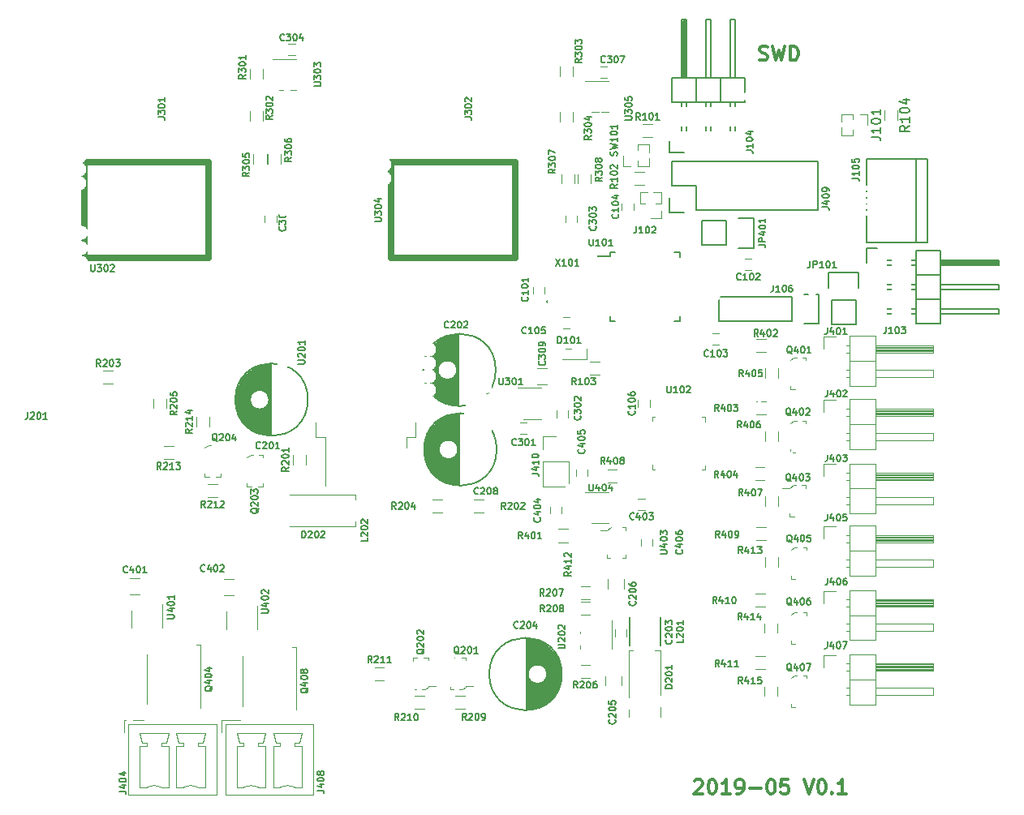
<source format=gbr>
%TF.GenerationSoftware,KiCad,Pcbnew,(5.0.0)*%
%TF.CreationDate,2019-05-29T21:58:33+03:00*%
%TF.ProjectId,Telemetry,54656C656D657472792E6B696361645F,0.1*%
%TF.SameCoordinates,Original*%
%TF.FileFunction,Legend,Top*%
%TF.FilePolarity,Positive*%
%FSLAX46Y46*%
G04 Gerber Fmt 4.6, Leading zero omitted, Abs format (unit mm)*
G04 Created by KiCad (PCBNEW (5.0.0)) date 05/29/19 21:58:33*
%MOMM*%
%LPD*%
G01*
G04 APERTURE LIST*
%ADD10C,0.300000*%
%ADD11C,0.160000*%
%ADD12C,0.150000*%
%ADD13C,0.120000*%
%ADD14C,0.100000*%
%ADD15C,0.700000*%
%ADD16R,1.760000X1.560000*%
%ADD17O,1.670000X1.120000*%
%ADD18O,1.070000X1.370000*%
%ADD19R,2.120000X0.520000*%
%ADD20C,8.160000*%
%ADD21R,1.110000X1.560000*%
%ADD22R,1.560000X1.260000*%
%ADD23R,1.120000X1.120000*%
%ADD24O,1.120000X1.120000*%
%ADD25R,1.260000X1.560000*%
%ADD26R,1.440000X0.740000*%
%ADD27R,1.760000X0.850000*%
%ADD28R,1.360000X1.610000*%
%ADD29C,1.660000*%
%ADD30R,1.660000X1.660000*%
%ADD31R,1.200000X1.200000*%
%ADD32O,1.200000X1.200000*%
%ADD33R,2.392000X2.392000*%
%ADD34O,2.392000X2.392000*%
%ADD35O,2.060000X2.060000*%
%ADD36R,2.060000X2.060000*%
%ADD37R,2.160000X3.960000*%
%ADD38O,2.160000X3.960000*%
%ADD39R,1.680000X0.770000*%
%ADD40C,1.860000*%
%ADD41O,6.360000X10.360000*%
%ADD42R,0.770000X1.680000*%
%ADD43O,2.087200X2.087200*%
%ADD44R,2.087200X2.087200*%
%ADD45R,3.860000X2.160000*%
%ADD46R,1.560000X1.110000*%
%ADD47R,1.160000X1.110000*%
%ADD48R,1.610000X1.360000*%
%ADD49R,0.370000X1.420000*%
%ADD50R,1.420000X0.370000*%
%ADD51O,2.087200X2.392000*%
%ADD52R,2.087200X2.392000*%
%ADD53R,1.220000X4.720000*%
%ADD54R,11.120000X9.520000*%
%ADD55R,1.860000X1.610000*%
%ADD56R,0.850000X1.760000*%
%ADD57R,1.060000X1.560000*%
%ADD58R,4.860000X4.650000*%
%ADD59C,3.560000*%
%ADD60R,3.060000X1.160000*%
%ADD61R,3.960000X5.760000*%
%ADD62R,2.160000X3.860000*%
%ADD63C,2.358980*%
%ADD64R,1.010000X2.060000*%
%ADD65R,0.960000X0.760000*%
%ADD66R,1.200000X0.550000*%
%ADD67R,1.360000X1.360000*%
%ADD68O,1.360000X1.360000*%
%ADD69C,1.560000*%
%ADD70C,1.160000*%
%ADD71C,1.010000*%
G04 APERTURE END LIST*
D10*
X133671428Y-116621428D02*
X133742857Y-116550000D01*
X133885714Y-116478571D01*
X134242857Y-116478571D01*
X134385714Y-116550000D01*
X134457142Y-116621428D01*
X134528571Y-116764285D01*
X134528571Y-116907142D01*
X134457142Y-117121428D01*
X133600000Y-117978571D01*
X134528571Y-117978571D01*
X135457142Y-116478571D02*
X135600000Y-116478571D01*
X135742857Y-116550000D01*
X135814285Y-116621428D01*
X135885714Y-116764285D01*
X135957142Y-117050000D01*
X135957142Y-117407142D01*
X135885714Y-117692857D01*
X135814285Y-117835714D01*
X135742857Y-117907142D01*
X135600000Y-117978571D01*
X135457142Y-117978571D01*
X135314285Y-117907142D01*
X135242857Y-117835714D01*
X135171428Y-117692857D01*
X135100000Y-117407142D01*
X135100000Y-117050000D01*
X135171428Y-116764285D01*
X135242857Y-116621428D01*
X135314285Y-116550000D01*
X135457142Y-116478571D01*
X137385714Y-117978571D02*
X136528571Y-117978571D01*
X136957142Y-117978571D02*
X136957142Y-116478571D01*
X136814285Y-116692857D01*
X136671428Y-116835714D01*
X136528571Y-116907142D01*
X138100000Y-117978571D02*
X138385714Y-117978571D01*
X138528571Y-117907142D01*
X138600000Y-117835714D01*
X138742857Y-117621428D01*
X138814285Y-117335714D01*
X138814285Y-116764285D01*
X138742857Y-116621428D01*
X138671428Y-116550000D01*
X138528571Y-116478571D01*
X138242857Y-116478571D01*
X138100000Y-116550000D01*
X138028571Y-116621428D01*
X137957142Y-116764285D01*
X137957142Y-117121428D01*
X138028571Y-117264285D01*
X138100000Y-117335714D01*
X138242857Y-117407142D01*
X138528571Y-117407142D01*
X138671428Y-117335714D01*
X138742857Y-117264285D01*
X138814285Y-117121428D01*
X139457142Y-117407142D02*
X140600000Y-117407142D01*
X141600000Y-116478571D02*
X141742857Y-116478571D01*
X141885714Y-116550000D01*
X141957142Y-116621428D01*
X142028571Y-116764285D01*
X142100000Y-117050000D01*
X142100000Y-117407142D01*
X142028571Y-117692857D01*
X141957142Y-117835714D01*
X141885714Y-117907142D01*
X141742857Y-117978571D01*
X141600000Y-117978571D01*
X141457142Y-117907142D01*
X141385714Y-117835714D01*
X141314285Y-117692857D01*
X141242857Y-117407142D01*
X141242857Y-117050000D01*
X141314285Y-116764285D01*
X141385714Y-116621428D01*
X141457142Y-116550000D01*
X141600000Y-116478571D01*
X143457142Y-116478571D02*
X142742857Y-116478571D01*
X142671428Y-117192857D01*
X142742857Y-117121428D01*
X142885714Y-117050000D01*
X143242857Y-117050000D01*
X143385714Y-117121428D01*
X143457142Y-117192857D01*
X143528571Y-117335714D01*
X143528571Y-117692857D01*
X143457142Y-117835714D01*
X143385714Y-117907142D01*
X143242857Y-117978571D01*
X142885714Y-117978571D01*
X142742857Y-117907142D01*
X142671428Y-117835714D01*
X145100000Y-116478571D02*
X145600000Y-117978571D01*
X146100000Y-116478571D01*
X146885714Y-116478571D02*
X147028571Y-116478571D01*
X147171428Y-116550000D01*
X147242857Y-116621428D01*
X147314285Y-116764285D01*
X147385714Y-117050000D01*
X147385714Y-117407142D01*
X147314285Y-117692857D01*
X147242857Y-117835714D01*
X147171428Y-117907142D01*
X147028571Y-117978571D01*
X146885714Y-117978571D01*
X146742857Y-117907142D01*
X146671428Y-117835714D01*
X146600000Y-117692857D01*
X146528571Y-117407142D01*
X146528571Y-117050000D01*
X146600000Y-116764285D01*
X146671428Y-116621428D01*
X146742857Y-116550000D01*
X146885714Y-116478571D01*
X148028571Y-117835714D02*
X148100000Y-117907142D01*
X148028571Y-117978571D01*
X147957142Y-117907142D01*
X148028571Y-117835714D01*
X148028571Y-117978571D01*
X149528571Y-117978571D02*
X148671428Y-117978571D01*
X149100000Y-117978571D02*
X149100000Y-116478571D01*
X148957142Y-116692857D01*
X148814285Y-116835714D01*
X148671428Y-116907142D01*
X140464285Y-41307142D02*
X140678571Y-41378571D01*
X141035714Y-41378571D01*
X141178571Y-41307142D01*
X141250000Y-41235714D01*
X141321428Y-41092857D01*
X141321428Y-40950000D01*
X141250000Y-40807142D01*
X141178571Y-40735714D01*
X141035714Y-40664285D01*
X140750000Y-40592857D01*
X140607142Y-40521428D01*
X140535714Y-40450000D01*
X140464285Y-40307142D01*
X140464285Y-40164285D01*
X140535714Y-40021428D01*
X140607142Y-39950000D01*
X140750000Y-39878571D01*
X141107142Y-39878571D01*
X141321428Y-39950000D01*
X141821428Y-39878571D02*
X142178571Y-41378571D01*
X142464285Y-40307142D01*
X142750000Y-41378571D01*
X143107142Y-39878571D01*
X143678571Y-41378571D02*
X143678571Y-39878571D01*
X144035714Y-39878571D01*
X144250000Y-39950000D01*
X144392857Y-40092857D01*
X144464285Y-40235714D01*
X144535714Y-40521428D01*
X144535714Y-40735714D01*
X144464285Y-41021428D01*
X144392857Y-41164285D01*
X144250000Y-41307142D01*
X144035714Y-41378571D01*
X143678571Y-41378571D01*
D11*
X118380711Y-66560000D02*
G75*
G03X118380711Y-66560000I-70711J0D01*
G01*
D12*
X158017460Y-60400900D02*
X151612460Y-60400900D01*
X156787460Y-51700900D02*
X156787460Y-60400900D01*
X151612460Y-51700900D02*
X158017460Y-51700900D01*
X151612460Y-60400900D02*
X151612460Y-51700900D01*
X158017460Y-60400900D02*
X158017460Y-51700900D01*
D13*
X127800000Y-77550000D02*
X127800000Y-76850000D01*
X129000000Y-76850000D02*
X129000000Y-77550000D01*
X123800000Y-74180000D02*
X122800000Y-74180000D01*
X122800000Y-72820000D02*
X123800000Y-72820000D01*
X130210000Y-55135000D02*
X129407530Y-55135000D01*
X128792470Y-55135000D02*
X127990000Y-55135000D01*
X130210000Y-56340000D02*
X130210000Y-55135000D01*
X127990000Y-56340000D02*
X127990000Y-55135000D01*
X130210000Y-56340000D02*
X129663471Y-56340000D01*
X128536529Y-56340000D02*
X127990000Y-56340000D01*
X130210000Y-57100000D02*
X130210000Y-57860000D01*
X130210000Y-57860000D02*
X129100000Y-57860000D01*
X122400000Y-72550000D02*
X122400000Y-71450000D01*
X122400000Y-71450000D02*
X119800000Y-71450000D01*
X122400000Y-72550000D02*
X119800000Y-72550000D01*
X83080000Y-78600000D02*
X83080000Y-79600000D01*
X81720000Y-79600000D02*
X81720000Y-78600000D01*
X78300000Y-81620000D02*
X79300000Y-81620000D01*
X79300000Y-82980000D02*
X78300000Y-82980000D01*
X82900000Y-85620000D02*
X83900000Y-85620000D01*
X83900000Y-86980000D02*
X82900000Y-86980000D01*
X100300000Y-104720000D02*
X101300000Y-104720000D01*
X101300000Y-106080000D02*
X100300000Y-106080000D01*
X105500000Y-109080000D02*
X104500000Y-109080000D01*
X104500000Y-107720000D02*
X105500000Y-107720000D01*
D14*
X144375000Y-105600000D02*
X144100000Y-105600000D01*
X144100000Y-105600000D02*
X143725000Y-105875000D01*
X143725000Y-105875000D02*
X143725000Y-105925000D01*
X143725000Y-105925000D02*
X142950000Y-105925000D01*
X144200000Y-108900000D02*
X143725000Y-108900000D01*
X143725000Y-108900000D02*
X143725000Y-108550000D01*
X145375000Y-108675000D02*
X145375000Y-108550000D01*
X145375000Y-108600000D02*
X145375000Y-108900000D01*
X145375000Y-108900000D02*
X144925000Y-108900000D01*
X145000000Y-105600000D02*
X145375000Y-105600000D01*
X145375000Y-105600000D02*
X145375000Y-105900000D01*
X145375000Y-99000000D02*
X145375000Y-99300000D01*
X145000000Y-99000000D02*
X145375000Y-99000000D01*
X145375000Y-102300000D02*
X144925000Y-102300000D01*
X145375000Y-102000000D02*
X145375000Y-102300000D01*
X145375000Y-102075000D02*
X145375000Y-101950000D01*
X143725000Y-102300000D02*
X143725000Y-101950000D01*
X144200000Y-102300000D02*
X143725000Y-102300000D01*
X143725000Y-99325000D02*
X142950000Y-99325000D01*
X143725000Y-99275000D02*
X143725000Y-99325000D01*
X144100000Y-99000000D02*
X143725000Y-99275000D01*
X144375000Y-99000000D02*
X144100000Y-99000000D01*
X145375000Y-92200000D02*
X145375000Y-92500000D01*
X145000000Y-92200000D02*
X145375000Y-92200000D01*
X145375000Y-95500000D02*
X144925000Y-95500000D01*
X145375000Y-95200000D02*
X145375000Y-95500000D01*
X145375000Y-95275000D02*
X145375000Y-95150000D01*
X143725000Y-95500000D02*
X143725000Y-95150000D01*
X144200000Y-95500000D02*
X143725000Y-95500000D01*
X143725000Y-92525000D02*
X142950000Y-92525000D01*
X143725000Y-92475000D02*
X143725000Y-92525000D01*
X144100000Y-92200000D02*
X143725000Y-92475000D01*
X144375000Y-92200000D02*
X144100000Y-92200000D01*
X144275000Y-85750000D02*
X144000000Y-85750000D01*
X144000000Y-85750000D02*
X143625000Y-86025000D01*
X143625000Y-86025000D02*
X143625000Y-86075000D01*
X143625000Y-86075000D02*
X142850000Y-86075000D01*
X144100000Y-89050000D02*
X143625000Y-89050000D01*
X143625000Y-89050000D02*
X143625000Y-88700000D01*
X145275000Y-88825000D02*
X145275000Y-88700000D01*
X145275000Y-88750000D02*
X145275000Y-89050000D01*
X145275000Y-89050000D02*
X144825000Y-89050000D01*
X144900000Y-85750000D02*
X145275000Y-85750000D01*
X145275000Y-85750000D02*
X145275000Y-86050000D01*
X144325000Y-79000000D02*
X144050000Y-79000000D01*
X144050000Y-79000000D02*
X143675000Y-79275000D01*
X143675000Y-79275000D02*
X143675000Y-79325000D01*
X143675000Y-79325000D02*
X142900000Y-79325000D01*
X144150000Y-82300000D02*
X143675000Y-82300000D01*
X143675000Y-82300000D02*
X143675000Y-81950000D01*
X145325000Y-82075000D02*
X145325000Y-81950000D01*
X145325000Y-82000000D02*
X145325000Y-82300000D01*
X145325000Y-82300000D02*
X144875000Y-82300000D01*
X144950000Y-79000000D02*
X145325000Y-79000000D01*
X145325000Y-79000000D02*
X145325000Y-79300000D01*
X145325000Y-72400000D02*
X145325000Y-72700000D01*
X144950000Y-72400000D02*
X145325000Y-72400000D01*
X145325000Y-75700000D02*
X144875000Y-75700000D01*
X145325000Y-75400000D02*
X145325000Y-75700000D01*
X145325000Y-75475000D02*
X145325000Y-75350000D01*
X143675000Y-75700000D02*
X143675000Y-75350000D01*
X144150000Y-75700000D02*
X143675000Y-75700000D01*
X143675000Y-72725000D02*
X142900000Y-72725000D01*
X143675000Y-72675000D02*
X143675000Y-72725000D01*
X144050000Y-72400000D02*
X143675000Y-72675000D01*
X144325000Y-72400000D02*
X144050000Y-72400000D01*
X84225000Y-81550000D02*
X84225000Y-81850000D01*
X83850000Y-81550000D02*
X84225000Y-81550000D01*
X84225000Y-84850000D02*
X83775000Y-84850000D01*
X84225000Y-84550000D02*
X84225000Y-84850000D01*
X84225000Y-84625000D02*
X84225000Y-84500000D01*
X82575000Y-84850000D02*
X82575000Y-84500000D01*
X83050000Y-84850000D02*
X82575000Y-84850000D01*
X82575000Y-81875000D02*
X81800000Y-81875000D01*
X82575000Y-81825000D02*
X82575000Y-81875000D01*
X82950000Y-81550000D02*
X82575000Y-81825000D01*
X83225000Y-81550000D02*
X82950000Y-81550000D01*
X88625000Y-82550000D02*
X88625000Y-82850000D01*
X88250000Y-82550000D02*
X88625000Y-82550000D01*
X88625000Y-85850000D02*
X88175000Y-85850000D01*
X88625000Y-85550000D02*
X88625000Y-85850000D01*
X88625000Y-85625000D02*
X88625000Y-85500000D01*
X86975000Y-85850000D02*
X86975000Y-85500000D01*
X87450000Y-85850000D02*
X86975000Y-85850000D01*
X86975000Y-82875000D02*
X86200000Y-82875000D01*
X86975000Y-82825000D02*
X86975000Y-82875000D01*
X87350000Y-82550000D02*
X86975000Y-82825000D01*
X87625000Y-82550000D02*
X87350000Y-82550000D01*
X105275000Y-107050000D02*
X105550000Y-107050000D01*
X105550000Y-107050000D02*
X105925000Y-106775000D01*
X105925000Y-106775000D02*
X105925000Y-106725000D01*
X105925000Y-106725000D02*
X106700000Y-106725000D01*
X105450000Y-103750000D02*
X105925000Y-103750000D01*
X105925000Y-103750000D02*
X105925000Y-104100000D01*
X104275000Y-103975000D02*
X104275000Y-104100000D01*
X104275000Y-104050000D02*
X104275000Y-103750000D01*
X104275000Y-103750000D02*
X104725000Y-103750000D01*
X104650000Y-107050000D02*
X104275000Y-107050000D01*
X104275000Y-107050000D02*
X104275000Y-106750000D01*
X109175000Y-107050000D02*
X109450000Y-107050000D01*
X109450000Y-107050000D02*
X109825000Y-106775000D01*
X109825000Y-106775000D02*
X109825000Y-106725000D01*
X109825000Y-106725000D02*
X110600000Y-106725000D01*
X109350000Y-103750000D02*
X109825000Y-103750000D01*
X109825000Y-103750000D02*
X109825000Y-104100000D01*
X108175000Y-103975000D02*
X108175000Y-104100000D01*
X108175000Y-104050000D02*
X108175000Y-103750000D01*
X108175000Y-103750000D02*
X108625000Y-103750000D01*
X108550000Y-107050000D02*
X108175000Y-107050000D01*
X108175000Y-107050000D02*
X108175000Y-106750000D01*
D13*
X115850000Y-78810000D02*
X117650000Y-78810000D01*
X117650000Y-75590000D02*
X115200000Y-75590000D01*
X118300000Y-73500000D02*
X117300000Y-73500000D01*
X117300000Y-75200000D02*
X118300000Y-75200000D01*
X119300000Y-78650000D02*
X119300000Y-77950000D01*
X120500000Y-77950000D02*
X120500000Y-78650000D01*
D12*
X116125000Y-101701000D02*
X116125000Y-109199000D01*
X116265000Y-101706000D02*
X116265000Y-109194000D01*
X116405000Y-101717000D02*
X116405000Y-105004000D01*
X116405000Y-105896000D02*
X116405000Y-109183000D01*
X116545000Y-101733000D02*
X116545000Y-104794000D01*
X116545000Y-106106000D02*
X116545000Y-109167000D01*
X116685000Y-101754000D02*
X116685000Y-104661000D01*
X116685000Y-106239000D02*
X116685000Y-109146000D01*
X116825000Y-101781000D02*
X116825000Y-104570000D01*
X116825000Y-106330000D02*
X116825000Y-109119000D01*
X116965000Y-101813000D02*
X116965000Y-104508000D01*
X116965000Y-106392000D02*
X116965000Y-109087000D01*
X117105000Y-101851000D02*
X117105000Y-104469000D01*
X117105000Y-106431000D02*
X117105000Y-109049000D01*
X117245000Y-101895000D02*
X117245000Y-104452000D01*
X117245000Y-106448000D02*
X117245000Y-109005000D01*
X117385000Y-101946000D02*
X117385000Y-104454000D01*
X117385000Y-106446000D02*
X117385000Y-108954000D01*
X117525000Y-102002000D02*
X117525000Y-104476000D01*
X117525000Y-106424000D02*
X117525000Y-108898000D01*
X117665000Y-102066000D02*
X117665000Y-104519000D01*
X117665000Y-106381000D02*
X117665000Y-108834000D01*
X117805000Y-102136000D02*
X117805000Y-104587000D01*
X117805000Y-106313000D02*
X117805000Y-108764000D01*
X117945000Y-102214000D02*
X117945000Y-104686000D01*
X117945000Y-106214000D02*
X117945000Y-108686000D01*
X118085000Y-102300000D02*
X118085000Y-104831000D01*
X118085000Y-106069000D02*
X118085000Y-108600000D01*
X118225000Y-102395000D02*
X118225000Y-105070000D01*
X118225000Y-105830000D02*
X118225000Y-108505000D01*
X118365000Y-102500000D02*
X118365000Y-108400000D01*
X118505000Y-102615000D02*
X118505000Y-108285000D01*
X118645000Y-102743000D02*
X118645000Y-108157000D01*
X118785000Y-102884000D02*
X118785000Y-108016000D01*
X118925000Y-103042000D02*
X118925000Y-107858000D01*
X119065000Y-103220000D02*
X119065000Y-107680000D01*
X119205000Y-103423000D02*
X119205000Y-107477000D01*
X119345000Y-103660000D02*
X119345000Y-107240000D01*
X119485000Y-103946000D02*
X119485000Y-106954000D01*
X119625000Y-104318000D02*
X119625000Y-106582000D01*
X119765000Y-104939000D02*
X119765000Y-105961000D01*
X118300000Y-105450000D02*
G75*
G03X118300000Y-105450000I-1000000J0D01*
G01*
X119837500Y-105450000D02*
G75*
G03X119837500Y-105450000I-3787500J0D01*
G01*
D13*
X119820000Y-54250000D02*
X119820000Y-53250000D01*
X121180000Y-53250000D02*
X121180000Y-54250000D01*
X89030000Y-51200000D02*
X89030000Y-52200000D01*
X87670000Y-52200000D02*
X87670000Y-51200000D01*
X121470000Y-54250000D02*
X121470000Y-53250000D01*
X122830000Y-53250000D02*
X122830000Y-54250000D01*
X90530000Y-51200000D02*
X90530000Y-52200000D01*
X89170000Y-52200000D02*
X89170000Y-51200000D01*
X128965000Y-52410000D02*
X128965000Y-51607530D01*
X128965000Y-50992470D02*
X128965000Y-50190000D01*
X127760000Y-52410000D02*
X128965000Y-52410000D01*
X127760000Y-50190000D02*
X128965000Y-50190000D01*
X127760000Y-52410000D02*
X127760000Y-51863471D01*
X127760000Y-50736529D02*
X127760000Y-50190000D01*
X127000000Y-52410000D02*
X126240000Y-52410000D01*
X126240000Y-52410000D02*
X126240000Y-51300000D01*
D12*
X137030000Y-60670000D02*
X134490000Y-60670000D01*
X139850000Y-60950000D02*
X138300000Y-60950000D01*
X137030000Y-60670000D02*
X137030000Y-58130000D01*
X138300000Y-57850000D02*
X139850000Y-57850000D01*
X139850000Y-57850000D02*
X139850000Y-60950000D01*
X137030000Y-58130000D02*
X134490000Y-58130000D01*
X134490000Y-58130000D02*
X134490000Y-60670000D01*
X147980000Y-68910000D02*
X150520000Y-68910000D01*
X147980000Y-66370000D02*
X147980000Y-68910000D01*
X147700000Y-63550000D02*
X150800000Y-63550000D01*
X147700000Y-65100000D02*
X147700000Y-63550000D01*
X150520000Y-66370000D02*
X147980000Y-66370000D01*
X150800000Y-63550000D02*
X150800000Y-65100000D01*
X150520000Y-66370000D02*
X150520000Y-68910000D01*
D13*
X147180000Y-103480000D02*
X148450000Y-103480000D01*
X147180000Y-104750000D02*
X147180000Y-103480000D01*
X149492929Y-107670000D02*
X149890000Y-107670000D01*
X149492929Y-106910000D02*
X149890000Y-106910000D01*
X158550000Y-107670000D02*
X152550000Y-107670000D01*
X158550000Y-106910000D02*
X158550000Y-107670000D01*
X152550000Y-106910000D02*
X158550000Y-106910000D01*
X149890000Y-106020000D02*
X152550000Y-106020000D01*
X149560000Y-105130000D02*
X149890000Y-105130000D01*
X149560000Y-104370000D02*
X149890000Y-104370000D01*
X152550000Y-105030000D02*
X158550000Y-105030000D01*
X152550000Y-104910000D02*
X158550000Y-104910000D01*
X152550000Y-104790000D02*
X158550000Y-104790000D01*
X152550000Y-104670000D02*
X158550000Y-104670000D01*
X152550000Y-104550000D02*
X158550000Y-104550000D01*
X152550000Y-104430000D02*
X158550000Y-104430000D01*
X158550000Y-105130000D02*
X152550000Y-105130000D01*
X158550000Y-104370000D02*
X158550000Y-105130000D01*
X152550000Y-104370000D02*
X158550000Y-104370000D01*
X152550000Y-103420000D02*
X149890000Y-103420000D01*
X152550000Y-108620000D02*
X152550000Y-103420000D01*
X149890000Y-108620000D02*
X152550000Y-108620000D01*
X149890000Y-103420000D02*
X149890000Y-108620000D01*
X147180000Y-96780000D02*
X148450000Y-96780000D01*
X147180000Y-98050000D02*
X147180000Y-96780000D01*
X149492929Y-100970000D02*
X149890000Y-100970000D01*
X149492929Y-100210000D02*
X149890000Y-100210000D01*
X158550000Y-100970000D02*
X152550000Y-100970000D01*
X158550000Y-100210000D02*
X158550000Y-100970000D01*
X152550000Y-100210000D02*
X158550000Y-100210000D01*
X149890000Y-99320000D02*
X152550000Y-99320000D01*
X149560000Y-98430000D02*
X149890000Y-98430000D01*
X149560000Y-97670000D02*
X149890000Y-97670000D01*
X152550000Y-98330000D02*
X158550000Y-98330000D01*
X152550000Y-98210000D02*
X158550000Y-98210000D01*
X152550000Y-98090000D02*
X158550000Y-98090000D01*
X152550000Y-97970000D02*
X158550000Y-97970000D01*
X152550000Y-97850000D02*
X158550000Y-97850000D01*
X152550000Y-97730000D02*
X158550000Y-97730000D01*
X158550000Y-98430000D02*
X152550000Y-98430000D01*
X158550000Y-97670000D02*
X158550000Y-98430000D01*
X152550000Y-97670000D02*
X158550000Y-97670000D01*
X152550000Y-96720000D02*
X149890000Y-96720000D01*
X152550000Y-101920000D02*
X152550000Y-96720000D01*
X149890000Y-101920000D02*
X152550000Y-101920000D01*
X149890000Y-96720000D02*
X149890000Y-101920000D01*
X147180000Y-90040000D02*
X148450000Y-90040000D01*
X147180000Y-91310000D02*
X147180000Y-90040000D01*
X149492929Y-94230000D02*
X149890000Y-94230000D01*
X149492929Y-93470000D02*
X149890000Y-93470000D01*
X158550000Y-94230000D02*
X152550000Y-94230000D01*
X158550000Y-93470000D02*
X158550000Y-94230000D01*
X152550000Y-93470000D02*
X158550000Y-93470000D01*
X149890000Y-92580000D02*
X152550000Y-92580000D01*
X149560000Y-91690000D02*
X149890000Y-91690000D01*
X149560000Y-90930000D02*
X149890000Y-90930000D01*
X152550000Y-91590000D02*
X158550000Y-91590000D01*
X152550000Y-91470000D02*
X158550000Y-91470000D01*
X152550000Y-91350000D02*
X158550000Y-91350000D01*
X152550000Y-91230000D02*
X158550000Y-91230000D01*
X152550000Y-91110000D02*
X158550000Y-91110000D01*
X152550000Y-90990000D02*
X158550000Y-90990000D01*
X158550000Y-91690000D02*
X152550000Y-91690000D01*
X158550000Y-90930000D02*
X158550000Y-91690000D01*
X152550000Y-90930000D02*
X158550000Y-90930000D01*
X152550000Y-89980000D02*
X149890000Y-89980000D01*
X152550000Y-95180000D02*
X152550000Y-89980000D01*
X149890000Y-95180000D02*
X152550000Y-95180000D01*
X149890000Y-89980000D02*
X149890000Y-95180000D01*
X78049647Y-117249845D02*
G75*
G03X76550000Y-117250000I-749647J-1700155D01*
G01*
X81859647Y-117249845D02*
G75*
G03X80360000Y-117250000I-749647J-1700155D01*
G01*
X74620000Y-110670000D02*
X74620000Y-118080000D01*
X74620000Y-118080000D02*
X83790000Y-118080000D01*
X83790000Y-118080000D02*
X83790000Y-110670000D01*
X83790000Y-110670000D02*
X74620000Y-110670000D01*
X76550000Y-117250000D02*
X75800000Y-117250000D01*
X75800000Y-117250000D02*
X75800000Y-112950000D01*
X75800000Y-112950000D02*
X76550000Y-112950000D01*
X76550000Y-112950000D02*
X76550000Y-112600000D01*
X76550000Y-112600000D02*
X76050000Y-112600000D01*
X76050000Y-112600000D02*
X75800000Y-111600000D01*
X75800000Y-111600000D02*
X78800000Y-111600000D01*
X78800000Y-111600000D02*
X78550000Y-112600000D01*
X78550000Y-112600000D02*
X78050000Y-112600000D01*
X78050000Y-112600000D02*
X78050000Y-112950000D01*
X78050000Y-112950000D02*
X78800000Y-112950000D01*
X78800000Y-112950000D02*
X78800000Y-117250000D01*
X78800000Y-117250000D02*
X78050000Y-117250000D01*
X80360000Y-117250000D02*
X79610000Y-117250000D01*
X79610000Y-117250000D02*
X79610000Y-112950000D01*
X79610000Y-112950000D02*
X80360000Y-112950000D01*
X80360000Y-112950000D02*
X80360000Y-112600000D01*
X80360000Y-112600000D02*
X79860000Y-112600000D01*
X79860000Y-112600000D02*
X79610000Y-111600000D01*
X79610000Y-111600000D02*
X82610000Y-111600000D01*
X82610000Y-111600000D02*
X82360000Y-112600000D01*
X82360000Y-112600000D02*
X81860000Y-112600000D01*
X81860000Y-112600000D02*
X81860000Y-112950000D01*
X81860000Y-112950000D02*
X82610000Y-112950000D01*
X82610000Y-112950000D02*
X82610000Y-117250000D01*
X82610000Y-117250000D02*
X81860000Y-117250000D01*
X74200000Y-111500000D02*
X74200000Y-110250000D01*
X74200000Y-110250000D02*
X76200000Y-110250000D01*
X149890000Y-83470000D02*
X149890000Y-88670000D01*
X149890000Y-88670000D02*
X152550000Y-88670000D01*
X152550000Y-88670000D02*
X152550000Y-83470000D01*
X152550000Y-83470000D02*
X149890000Y-83470000D01*
X152550000Y-84420000D02*
X158550000Y-84420000D01*
X158550000Y-84420000D02*
X158550000Y-85180000D01*
X158550000Y-85180000D02*
X152550000Y-85180000D01*
X152550000Y-84480000D02*
X158550000Y-84480000D01*
X152550000Y-84600000D02*
X158550000Y-84600000D01*
X152550000Y-84720000D02*
X158550000Y-84720000D01*
X152550000Y-84840000D02*
X158550000Y-84840000D01*
X152550000Y-84960000D02*
X158550000Y-84960000D01*
X152550000Y-85080000D02*
X158550000Y-85080000D01*
X149560000Y-84420000D02*
X149890000Y-84420000D01*
X149560000Y-85180000D02*
X149890000Y-85180000D01*
X149890000Y-86070000D02*
X152550000Y-86070000D01*
X152550000Y-86960000D02*
X158550000Y-86960000D01*
X158550000Y-86960000D02*
X158550000Y-87720000D01*
X158550000Y-87720000D02*
X152550000Y-87720000D01*
X149492929Y-86960000D02*
X149890000Y-86960000D01*
X149492929Y-87720000D02*
X149890000Y-87720000D01*
X147180000Y-84800000D02*
X147180000Y-83530000D01*
X147180000Y-83530000D02*
X148450000Y-83530000D01*
X149890000Y-76770000D02*
X149890000Y-81970000D01*
X149890000Y-81970000D02*
X152550000Y-81970000D01*
X152550000Y-81970000D02*
X152550000Y-76770000D01*
X152550000Y-76770000D02*
X149890000Y-76770000D01*
X152550000Y-77720000D02*
X158550000Y-77720000D01*
X158550000Y-77720000D02*
X158550000Y-78480000D01*
X158550000Y-78480000D02*
X152550000Y-78480000D01*
X152550000Y-77780000D02*
X158550000Y-77780000D01*
X152550000Y-77900000D02*
X158550000Y-77900000D01*
X152550000Y-78020000D02*
X158550000Y-78020000D01*
X152550000Y-78140000D02*
X158550000Y-78140000D01*
X152550000Y-78260000D02*
X158550000Y-78260000D01*
X152550000Y-78380000D02*
X158550000Y-78380000D01*
X149560000Y-77720000D02*
X149890000Y-77720000D01*
X149560000Y-78480000D02*
X149890000Y-78480000D01*
X149890000Y-79370000D02*
X152550000Y-79370000D01*
X152550000Y-80260000D02*
X158550000Y-80260000D01*
X158550000Y-80260000D02*
X158550000Y-81020000D01*
X158550000Y-81020000D02*
X152550000Y-81020000D01*
X149492929Y-80260000D02*
X149890000Y-80260000D01*
X149492929Y-81020000D02*
X149890000Y-81020000D01*
X147180000Y-78100000D02*
X147180000Y-76830000D01*
X147180000Y-76830000D02*
X148450000Y-76830000D01*
X149890000Y-70170000D02*
X149890000Y-75370000D01*
X149890000Y-75370000D02*
X152550000Y-75370000D01*
X152550000Y-75370000D02*
X152550000Y-70170000D01*
X152550000Y-70170000D02*
X149890000Y-70170000D01*
X152550000Y-71120000D02*
X158550000Y-71120000D01*
X158550000Y-71120000D02*
X158550000Y-71880000D01*
X158550000Y-71880000D02*
X152550000Y-71880000D01*
X152550000Y-71180000D02*
X158550000Y-71180000D01*
X152550000Y-71300000D02*
X158550000Y-71300000D01*
X152550000Y-71420000D02*
X158550000Y-71420000D01*
X152550000Y-71540000D02*
X158550000Y-71540000D01*
X152550000Y-71660000D02*
X158550000Y-71660000D01*
X152550000Y-71780000D02*
X158550000Y-71780000D01*
X149560000Y-71120000D02*
X149890000Y-71120000D01*
X149560000Y-71880000D02*
X149890000Y-71880000D01*
X149890000Y-72770000D02*
X152550000Y-72770000D01*
X152550000Y-73660000D02*
X158550000Y-73660000D01*
X158550000Y-73660000D02*
X158550000Y-74420000D01*
X158550000Y-74420000D02*
X152550000Y-74420000D01*
X149492929Y-73660000D02*
X149890000Y-73660000D01*
X149492929Y-74420000D02*
X149890000Y-74420000D01*
X147180000Y-71500000D02*
X147180000Y-70230000D01*
X147180000Y-70230000D02*
X148450000Y-70230000D01*
X124700000Y-43540000D02*
X122250000Y-43540000D01*
X122900000Y-46760000D02*
X124700000Y-46760000D01*
D15*
X102000000Y-62000000D02*
X102000000Y-57000000D01*
X115000000Y-62000000D02*
X102000000Y-62000000D01*
X115000000Y-52000000D02*
X115000000Y-62000000D01*
X102000000Y-52000000D02*
X115000000Y-52000000D01*
X102000000Y-57000000D02*
X102000000Y-52000000D01*
D13*
X92150000Y-41240000D02*
X89700000Y-41240000D01*
X90350000Y-44460000D02*
X92150000Y-44460000D01*
D15*
X70000000Y-62000000D02*
X70000000Y-57000000D01*
X83000000Y-62000000D02*
X70000000Y-62000000D01*
X83000000Y-52000000D02*
X83000000Y-62000000D01*
X70000000Y-52000000D02*
X83000000Y-52000000D01*
X70000000Y-57000000D02*
X70000000Y-52000000D01*
D13*
X125010000Y-102800000D02*
X125010000Y-99850000D01*
X121790000Y-101000000D02*
X121790000Y-102800000D01*
X140970000Y-107750000D02*
X140970000Y-106750000D01*
X142330000Y-106750000D02*
X142330000Y-107750000D01*
X140970000Y-101150000D02*
X140970000Y-100150000D01*
X142330000Y-100150000D02*
X142330000Y-101150000D01*
X141070000Y-94250000D02*
X141070000Y-93250000D01*
X142430000Y-93250000D02*
X142430000Y-94250000D01*
X141050000Y-104930000D02*
X140050000Y-104930000D01*
X140050000Y-103570000D02*
X141050000Y-103570000D01*
X141050000Y-98430000D02*
X140050000Y-98430000D01*
X140050000Y-97070000D02*
X141050000Y-97070000D01*
X141150000Y-91430000D02*
X140150000Y-91430000D01*
X140150000Y-90070000D02*
X141150000Y-90070000D01*
X141070000Y-87900000D02*
X141070000Y-86900000D01*
X142430000Y-86900000D02*
X142430000Y-87900000D01*
X141020000Y-81100000D02*
X141020000Y-80100000D01*
X142380000Y-80100000D02*
X142380000Y-81100000D01*
X141070000Y-74550000D02*
X141070000Y-73550000D01*
X142430000Y-73550000D02*
X142430000Y-74550000D01*
X141000000Y-85180000D02*
X140000000Y-85180000D01*
X140000000Y-83820000D02*
X141000000Y-83820000D01*
X141100000Y-78380000D02*
X140100000Y-78380000D01*
X140100000Y-77020000D02*
X141100000Y-77020000D01*
X141150000Y-71830000D02*
X140150000Y-71830000D01*
X140150000Y-70470000D02*
X141150000Y-70470000D01*
X120980000Y-46750000D02*
X120980000Y-47750000D01*
X119620000Y-47750000D02*
X119620000Y-46750000D01*
X120980000Y-42000000D02*
X120980000Y-43000000D01*
X119620000Y-43000000D02*
X119620000Y-42000000D01*
X88630000Y-46700000D02*
X88630000Y-47700000D01*
X87270000Y-47700000D02*
X87270000Y-46700000D01*
X88630000Y-42250000D02*
X88630000Y-43250000D01*
X87270000Y-43250000D02*
X87270000Y-42250000D01*
X108700000Y-107720000D02*
X109700000Y-107720000D01*
X109700000Y-109080000D02*
X108700000Y-109080000D01*
X121800000Y-97920000D02*
X122800000Y-97920000D01*
X122800000Y-99280000D02*
X121800000Y-99280000D01*
X122800000Y-97680000D02*
X121800000Y-97680000D01*
X121800000Y-96320000D02*
X122800000Y-96320000D01*
X121800000Y-104470000D02*
X122800000Y-104470000D01*
X122800000Y-105830000D02*
X121800000Y-105830000D01*
X78580000Y-76700000D02*
X78580000Y-77700000D01*
X77220000Y-77700000D02*
X77220000Y-76700000D01*
X107350000Y-88580000D02*
X106350000Y-88580000D01*
X106350000Y-87220000D02*
X107350000Y-87220000D01*
X72000000Y-73770000D02*
X73000000Y-73770000D01*
X73000000Y-75130000D02*
X72000000Y-75130000D01*
X111700000Y-88580000D02*
X110700000Y-88580000D01*
X110700000Y-87220000D02*
X111700000Y-87220000D01*
X91770000Y-83550000D02*
X91770000Y-82550000D01*
X93130000Y-82550000D02*
X93130000Y-83550000D01*
X128400000Y-54380000D02*
X127400000Y-54380000D01*
X127400000Y-53020000D02*
X128400000Y-53020000D01*
X128300000Y-48020000D02*
X129300000Y-48020000D01*
X129300000Y-49380000D02*
X128300000Y-49380000D01*
X84300000Y-110250000D02*
X86300000Y-110250000D01*
X84300000Y-111500000D02*
X84300000Y-110250000D01*
X92710000Y-117250000D02*
X91960000Y-117250000D01*
X92710000Y-112950000D02*
X92710000Y-117250000D01*
X91960000Y-112950000D02*
X92710000Y-112950000D01*
X91960000Y-112600000D02*
X91960000Y-112950000D01*
X92460000Y-112600000D02*
X91960000Y-112600000D01*
X92710000Y-111600000D02*
X92460000Y-112600000D01*
X89710000Y-111600000D02*
X92710000Y-111600000D01*
X89960000Y-112600000D02*
X89710000Y-111600000D01*
X90460000Y-112600000D02*
X89960000Y-112600000D01*
X90460000Y-112950000D02*
X90460000Y-112600000D01*
X89710000Y-112950000D02*
X90460000Y-112950000D01*
X89710000Y-117250000D02*
X89710000Y-112950000D01*
X90460000Y-117250000D02*
X89710000Y-117250000D01*
X88900000Y-117250000D02*
X88150000Y-117250000D01*
X88900000Y-112950000D02*
X88900000Y-117250000D01*
X88150000Y-112950000D02*
X88900000Y-112950000D01*
X88150000Y-112600000D02*
X88150000Y-112950000D01*
X88650000Y-112600000D02*
X88150000Y-112600000D01*
X88900000Y-111600000D02*
X88650000Y-112600000D01*
X85900000Y-111600000D02*
X88900000Y-111600000D01*
X86150000Y-112600000D02*
X85900000Y-111600000D01*
X86650000Y-112600000D02*
X86150000Y-112600000D01*
X86650000Y-112950000D02*
X86650000Y-112600000D01*
X85900000Y-112950000D02*
X86650000Y-112950000D01*
X85900000Y-117250000D02*
X85900000Y-112950000D01*
X86650000Y-117250000D02*
X85900000Y-117250000D01*
X93890000Y-110670000D02*
X84720000Y-110670000D01*
X93890000Y-118080000D02*
X93890000Y-110670000D01*
X84720000Y-118080000D02*
X93890000Y-118080000D01*
X84720000Y-110670000D02*
X84720000Y-118080000D01*
X91959647Y-117249845D02*
G75*
G03X90460000Y-117250000I-749647J-1700155D01*
G01*
X88149647Y-117249845D02*
G75*
G03X86650000Y-117250000I-749647J-1700155D01*
G01*
D12*
X131330000Y-45786000D02*
X131330000Y-43246000D01*
X131330000Y-45786000D02*
X133870000Y-45786000D01*
X133870000Y-45786000D02*
X133870000Y-43246000D01*
X132346000Y-43246000D02*
X132346000Y-37150000D01*
X132346000Y-37150000D02*
X132854000Y-37150000D01*
X132854000Y-37150000D02*
X132854000Y-43246000D01*
X133870000Y-43246000D02*
X131330000Y-43246000D01*
X133870000Y-45786000D02*
X133870000Y-43246000D01*
X136410000Y-45786000D02*
X136410000Y-43246000D01*
X136410000Y-45786000D02*
X138950000Y-45786000D01*
X138950000Y-45786000D02*
X138950000Y-43246000D01*
X137426000Y-43246000D02*
X137426000Y-37150000D01*
X137426000Y-37150000D02*
X137934000Y-37150000D01*
X137934000Y-37150000D02*
X137934000Y-43246000D01*
X138950000Y-43246000D02*
X136410000Y-43246000D01*
X138950000Y-45786000D02*
X138950000Y-43246000D01*
X136410000Y-43246000D02*
X133870000Y-43246000D01*
X135394000Y-37150000D02*
X135394000Y-43246000D01*
X134886000Y-37150000D02*
X135394000Y-37150000D01*
X134886000Y-43246000D02*
X134886000Y-37150000D01*
X136410000Y-45786000D02*
X136410000Y-43246000D01*
X133870000Y-45786000D02*
X136410000Y-45786000D01*
X132600000Y-43119000D02*
X132600000Y-37277000D01*
X132727000Y-43119000D02*
X132600000Y-43119000D01*
X132727000Y-37277000D02*
X132727000Y-43119000D01*
X132473000Y-37277000D02*
X132727000Y-37277000D01*
X132473000Y-43246000D02*
X132473000Y-37277000D01*
X131050000Y-51000000D02*
X132600000Y-51000000D01*
X131050000Y-49850000D02*
X131050000Y-51000000D01*
X132854000Y-45786000D02*
X132854000Y-46294000D01*
X132346000Y-45786000D02*
X132346000Y-46294000D01*
X137934000Y-45786000D02*
X137934000Y-46294000D01*
X137426000Y-45786000D02*
X137426000Y-46294000D01*
X135394000Y-45786000D02*
X135394000Y-46294000D01*
X134886000Y-45786000D02*
X134886000Y-46294000D01*
X132346000Y-48326000D02*
X132346000Y-48834000D01*
X132854000Y-48326000D02*
X132854000Y-48834000D01*
X134886000Y-48326000D02*
X134886000Y-48834000D01*
X135394000Y-48326000D02*
X135394000Y-48834000D01*
X137426000Y-48326000D02*
X137426000Y-48834000D01*
X137934000Y-48326000D02*
X137934000Y-48834000D01*
D13*
X98300000Y-90050000D02*
X91400000Y-90050000D01*
X98300000Y-86750000D02*
X91400000Y-86750000D01*
X98300000Y-90050000D02*
X98300000Y-86750000D01*
X124550000Y-43200000D02*
X123850000Y-43200000D01*
X123850000Y-42000000D02*
X124550000Y-42000000D01*
X88850000Y-58300000D02*
X88850000Y-57600000D01*
X90050000Y-57600000D02*
X90050000Y-58300000D01*
X92000000Y-40850000D02*
X91300000Y-40850000D01*
X91300000Y-39650000D02*
X92000000Y-39650000D01*
X120250000Y-58300000D02*
X120250000Y-57600000D01*
X121450000Y-57600000D02*
X121450000Y-58300000D01*
X116200000Y-80350000D02*
X115500000Y-80350000D01*
X115500000Y-79150000D02*
X116200000Y-79150000D01*
D12*
X113037500Y-82000000D02*
G75*
G03X113037500Y-82000000I-3787500J0D01*
G01*
X109000000Y-82000000D02*
G75*
G03X109000000Y-82000000I-1000000J0D01*
G01*
X105535000Y-82511000D02*
X105535000Y-81489000D01*
X105675000Y-83132000D02*
X105675000Y-80868000D01*
X105815000Y-83504000D02*
X105815000Y-80496000D01*
X105955000Y-83790000D02*
X105955000Y-80210000D01*
X106095000Y-84027000D02*
X106095000Y-79973000D01*
X106235000Y-84230000D02*
X106235000Y-79770000D01*
X106375000Y-84408000D02*
X106375000Y-79592000D01*
X106515000Y-84566000D02*
X106515000Y-79434000D01*
X106655000Y-84707000D02*
X106655000Y-79293000D01*
X106795000Y-84835000D02*
X106795000Y-79165000D01*
X106935000Y-84950000D02*
X106935000Y-79050000D01*
X107075000Y-81620000D02*
X107075000Y-78945000D01*
X107075000Y-85055000D02*
X107075000Y-82380000D01*
X107215000Y-81381000D02*
X107215000Y-78850000D01*
X107215000Y-85150000D02*
X107215000Y-82619000D01*
X107355000Y-81236000D02*
X107355000Y-78764000D01*
X107355000Y-85236000D02*
X107355000Y-82764000D01*
X107495000Y-81137000D02*
X107495000Y-78686000D01*
X107495000Y-85314000D02*
X107495000Y-82863000D01*
X107635000Y-81069000D02*
X107635000Y-78616000D01*
X107635000Y-85384000D02*
X107635000Y-82931000D01*
X107775000Y-81026000D02*
X107775000Y-78552000D01*
X107775000Y-85448000D02*
X107775000Y-82974000D01*
X107915000Y-81004000D02*
X107915000Y-78496000D01*
X107915000Y-85504000D02*
X107915000Y-82996000D01*
X108055000Y-81002000D02*
X108055000Y-78445000D01*
X108055000Y-85555000D02*
X108055000Y-82998000D01*
X108195000Y-81019000D02*
X108195000Y-78401000D01*
X108195000Y-85599000D02*
X108195000Y-82981000D01*
X108335000Y-81058000D02*
X108335000Y-78363000D01*
X108335000Y-85637000D02*
X108335000Y-82942000D01*
X108475000Y-81120000D02*
X108475000Y-78331000D01*
X108475000Y-85669000D02*
X108475000Y-82880000D01*
X108615000Y-81211000D02*
X108615000Y-78304000D01*
X108615000Y-85696000D02*
X108615000Y-82789000D01*
X108755000Y-81344000D02*
X108755000Y-78283000D01*
X108755000Y-85717000D02*
X108755000Y-82656000D01*
X108895000Y-81554000D02*
X108895000Y-78267000D01*
X108895000Y-85733000D02*
X108895000Y-82446000D01*
X109035000Y-85744000D02*
X109035000Y-78256000D01*
X109175000Y-85749000D02*
X109175000Y-78251000D01*
D13*
X126300000Y-96550000D02*
X126300000Y-95550000D01*
X124600000Y-95550000D02*
X124600000Y-96550000D01*
X124350000Y-105650000D02*
X124350000Y-106650000D01*
X126050000Y-106650000D02*
X126050000Y-105650000D01*
X126600000Y-100800000D02*
X126600000Y-101500000D01*
X125400000Y-101500000D02*
X125400000Y-100800000D01*
D12*
X112937500Y-73700000D02*
G75*
G03X112937500Y-73700000I-3787500J0D01*
G01*
X108900000Y-73700000D02*
G75*
G03X108900000Y-73700000I-1000000J0D01*
G01*
X105435000Y-74211000D02*
X105435000Y-73189000D01*
X105575000Y-74832000D02*
X105575000Y-72568000D01*
X105715000Y-75204000D02*
X105715000Y-72196000D01*
X105855000Y-75490000D02*
X105855000Y-71910000D01*
X105995000Y-75727000D02*
X105995000Y-71673000D01*
X106135000Y-75930000D02*
X106135000Y-71470000D01*
X106275000Y-76108000D02*
X106275000Y-71292000D01*
X106415000Y-76266000D02*
X106415000Y-71134000D01*
X106555000Y-76407000D02*
X106555000Y-70993000D01*
X106695000Y-76535000D02*
X106695000Y-70865000D01*
X106835000Y-76650000D02*
X106835000Y-70750000D01*
X106975000Y-73320000D02*
X106975000Y-70645000D01*
X106975000Y-76755000D02*
X106975000Y-74080000D01*
X107115000Y-73081000D02*
X107115000Y-70550000D01*
X107115000Y-76850000D02*
X107115000Y-74319000D01*
X107255000Y-72936000D02*
X107255000Y-70464000D01*
X107255000Y-76936000D02*
X107255000Y-74464000D01*
X107395000Y-72837000D02*
X107395000Y-70386000D01*
X107395000Y-77014000D02*
X107395000Y-74563000D01*
X107535000Y-72769000D02*
X107535000Y-70316000D01*
X107535000Y-77084000D02*
X107535000Y-74631000D01*
X107675000Y-72726000D02*
X107675000Y-70252000D01*
X107675000Y-77148000D02*
X107675000Y-74674000D01*
X107815000Y-72704000D02*
X107815000Y-70196000D01*
X107815000Y-77204000D02*
X107815000Y-74696000D01*
X107955000Y-72702000D02*
X107955000Y-70145000D01*
X107955000Y-77255000D02*
X107955000Y-74698000D01*
X108095000Y-72719000D02*
X108095000Y-70101000D01*
X108095000Y-77299000D02*
X108095000Y-74681000D01*
X108235000Y-72758000D02*
X108235000Y-70063000D01*
X108235000Y-77337000D02*
X108235000Y-74642000D01*
X108375000Y-72820000D02*
X108375000Y-70031000D01*
X108375000Y-77369000D02*
X108375000Y-74580000D01*
X108515000Y-72911000D02*
X108515000Y-70004000D01*
X108515000Y-77396000D02*
X108515000Y-74489000D01*
X108655000Y-73044000D02*
X108655000Y-69983000D01*
X108655000Y-77417000D02*
X108655000Y-74356000D01*
X108795000Y-73254000D02*
X108795000Y-69967000D01*
X108795000Y-77433000D02*
X108795000Y-74146000D01*
X108935000Y-77444000D02*
X108935000Y-69956000D01*
X109075000Y-77449000D02*
X109075000Y-69951000D01*
X89475000Y-80549000D02*
X89475000Y-73051000D01*
X89335000Y-80544000D02*
X89335000Y-73056000D01*
X89195000Y-80533000D02*
X89195000Y-77246000D01*
X89195000Y-76354000D02*
X89195000Y-73067000D01*
X89055000Y-80517000D02*
X89055000Y-77456000D01*
X89055000Y-76144000D02*
X89055000Y-73083000D01*
X88915000Y-80496000D02*
X88915000Y-77589000D01*
X88915000Y-76011000D02*
X88915000Y-73104000D01*
X88775000Y-80469000D02*
X88775000Y-77680000D01*
X88775000Y-75920000D02*
X88775000Y-73131000D01*
X88635000Y-80437000D02*
X88635000Y-77742000D01*
X88635000Y-75858000D02*
X88635000Y-73163000D01*
X88495000Y-80399000D02*
X88495000Y-77781000D01*
X88495000Y-75819000D02*
X88495000Y-73201000D01*
X88355000Y-80355000D02*
X88355000Y-77798000D01*
X88355000Y-75802000D02*
X88355000Y-73245000D01*
X88215000Y-80304000D02*
X88215000Y-77796000D01*
X88215000Y-75804000D02*
X88215000Y-73296000D01*
X88075000Y-80248000D02*
X88075000Y-77774000D01*
X88075000Y-75826000D02*
X88075000Y-73352000D01*
X87935000Y-80184000D02*
X87935000Y-77731000D01*
X87935000Y-75869000D02*
X87935000Y-73416000D01*
X87795000Y-80114000D02*
X87795000Y-77663000D01*
X87795000Y-75937000D02*
X87795000Y-73486000D01*
X87655000Y-80036000D02*
X87655000Y-77564000D01*
X87655000Y-76036000D02*
X87655000Y-73564000D01*
X87515000Y-79950000D02*
X87515000Y-77419000D01*
X87515000Y-76181000D02*
X87515000Y-73650000D01*
X87375000Y-79855000D02*
X87375000Y-77180000D01*
X87375000Y-76420000D02*
X87375000Y-73745000D01*
X87235000Y-79750000D02*
X87235000Y-73850000D01*
X87095000Y-79635000D02*
X87095000Y-73965000D01*
X86955000Y-79507000D02*
X86955000Y-74093000D01*
X86815000Y-79366000D02*
X86815000Y-74234000D01*
X86675000Y-79208000D02*
X86675000Y-74392000D01*
X86535000Y-79030000D02*
X86535000Y-74570000D01*
X86395000Y-78827000D02*
X86395000Y-74773000D01*
X86255000Y-78590000D02*
X86255000Y-75010000D01*
X86115000Y-78304000D02*
X86115000Y-75296000D01*
X85975000Y-77932000D02*
X85975000Y-75668000D01*
X85835000Y-77311000D02*
X85835000Y-76289000D01*
X89300000Y-76800000D02*
G75*
G03X89300000Y-76800000I-1000000J0D01*
G01*
X93337500Y-76800000D02*
G75*
G03X93337500Y-76800000I-3787500J0D01*
G01*
D13*
X119930000Y-68170000D02*
X120630000Y-68170000D01*
X120630000Y-69370000D02*
X119930000Y-69370000D01*
X127300000Y-56300000D02*
X127300000Y-57000000D01*
X126100000Y-57000000D02*
X126100000Y-56300000D01*
X136250000Y-71100000D02*
X135550000Y-71100000D01*
X135550000Y-69900000D02*
X136250000Y-69900000D01*
X139650000Y-63300000D02*
X138950000Y-63300000D01*
X138950000Y-62100000D02*
X139650000Y-62100000D01*
X116800000Y-65750000D02*
X116800000Y-65050000D01*
X118000000Y-65050000D02*
X118000000Y-65750000D01*
D12*
X124875000Y-61825000D02*
X123500000Y-61825000D01*
X132125000Y-61375000D02*
X131600000Y-61375000D01*
X132125000Y-68625000D02*
X131600000Y-68625000D01*
X124875000Y-68625000D02*
X125400000Y-68625000D01*
X124875000Y-61375000D02*
X125400000Y-61375000D01*
X124875000Y-68625000D02*
X124875000Y-68100000D01*
X132125000Y-68625000D02*
X132125000Y-68100000D01*
X132125000Y-61375000D02*
X132125000Y-61900000D01*
X124875000Y-61375000D02*
X124875000Y-61825000D01*
X156814000Y-61280000D02*
X159354000Y-61280000D01*
X156814000Y-61280000D02*
X156814000Y-63820000D01*
X156814000Y-63820000D02*
X159354000Y-63820000D01*
X159354000Y-62296000D02*
X165450000Y-62296000D01*
X165450000Y-62296000D02*
X165450000Y-62804000D01*
X165450000Y-62804000D02*
X159354000Y-62804000D01*
X159354000Y-63820000D02*
X159354000Y-61280000D01*
X156814000Y-63820000D02*
X159354000Y-63820000D01*
X156814000Y-66360000D02*
X159354000Y-66360000D01*
X156814000Y-66360000D02*
X156814000Y-68900000D01*
X156814000Y-68900000D02*
X159354000Y-68900000D01*
X159354000Y-67376000D02*
X165450000Y-67376000D01*
X165450000Y-67376000D02*
X165450000Y-67884000D01*
X165450000Y-67884000D02*
X159354000Y-67884000D01*
X159354000Y-68900000D02*
X159354000Y-66360000D01*
X156814000Y-68900000D02*
X159354000Y-68900000D01*
X159354000Y-66360000D02*
X159354000Y-63820000D01*
X165450000Y-65344000D02*
X159354000Y-65344000D01*
X165450000Y-64836000D02*
X165450000Y-65344000D01*
X159354000Y-64836000D02*
X165450000Y-64836000D01*
X156814000Y-66360000D02*
X159354000Y-66360000D01*
X156814000Y-63820000D02*
X156814000Y-66360000D01*
X159481000Y-62550000D02*
X165323000Y-62550000D01*
X159481000Y-62677000D02*
X159481000Y-62550000D01*
X165323000Y-62677000D02*
X159481000Y-62677000D01*
X165323000Y-62423000D02*
X165323000Y-62677000D01*
X159354000Y-62423000D02*
X165323000Y-62423000D01*
X151600000Y-61000000D02*
X151600000Y-62550000D01*
X152750000Y-61000000D02*
X151600000Y-61000000D01*
X156814000Y-62804000D02*
X156306000Y-62804000D01*
X156814000Y-62296000D02*
X156306000Y-62296000D01*
X156814000Y-67884000D02*
X156306000Y-67884000D01*
X156814000Y-67376000D02*
X156306000Y-67376000D01*
X156814000Y-65344000D02*
X156306000Y-65344000D01*
X156814000Y-64836000D02*
X156306000Y-64836000D01*
X154274000Y-62296000D02*
X153766000Y-62296000D01*
X154274000Y-62804000D02*
X153766000Y-62804000D01*
X154274000Y-64836000D02*
X153766000Y-64836000D01*
X154274000Y-65344000D02*
X153766000Y-65344000D01*
X154274000Y-67376000D02*
X153766000Y-67376000D01*
X154274000Y-67884000D02*
X153766000Y-67884000D01*
X146650000Y-65800000D02*
X146650000Y-68900000D01*
X145100000Y-65800000D02*
X146650000Y-65800000D01*
X143830000Y-68620000D02*
X143830000Y-66080000D01*
X136210000Y-66080000D02*
X136210000Y-68620000D01*
X146650000Y-68900000D02*
X145100000Y-68900000D01*
X143830000Y-68620000D02*
X136210000Y-68620000D01*
X143830000Y-66080000D02*
X136210000Y-66080000D01*
D13*
X103625000Y-80700000D02*
X103625000Y-81800000D01*
X104575000Y-80700000D02*
X103625000Y-80700000D01*
X104575000Y-79200000D02*
X104575000Y-80700000D01*
X95125000Y-80700000D02*
X95125000Y-85825000D01*
X94175000Y-80700000D02*
X95125000Y-80700000D01*
X94175000Y-79200000D02*
X94175000Y-80700000D01*
D12*
X146570000Y-51890000D02*
X131330000Y-51890000D01*
X133870000Y-56970000D02*
X146570000Y-56970000D01*
X146570000Y-51890000D02*
X146570000Y-56970000D01*
X131330000Y-51890000D02*
X131330000Y-54430000D01*
X131050000Y-55700000D02*
X131050000Y-57250000D01*
X131330000Y-54430000D02*
X133870000Y-54430000D01*
X133870000Y-54430000D02*
X133870000Y-56970000D01*
X131050000Y-57250000D02*
X132600000Y-57250000D01*
D13*
X75800000Y-95450000D02*
X74800000Y-95450000D01*
X74800000Y-97150000D02*
X75800000Y-97150000D01*
X84600000Y-97250000D02*
X85600000Y-97250000D01*
X85600000Y-95550000D02*
X84600000Y-95550000D01*
X78110000Y-100600000D02*
X78110000Y-98150000D01*
X74890000Y-98800000D02*
X74890000Y-100600000D01*
X84840000Y-98950000D02*
X84840000Y-100750000D01*
X88060000Y-100750000D02*
X88060000Y-98300000D01*
X82100000Y-102400000D02*
X81700000Y-102400000D01*
X82100000Y-109000000D02*
X82100000Y-102400000D01*
X76500000Y-108600000D02*
X76500000Y-103400000D01*
X86500000Y-108800000D02*
X86500000Y-103600000D01*
X92100000Y-109200000D02*
X92100000Y-102600000D01*
X92100000Y-102600000D02*
X91700000Y-102600000D01*
X127800000Y-87150000D02*
X128500000Y-87150000D01*
X128500000Y-88350000D02*
X127800000Y-88350000D01*
X119800000Y-88000000D02*
X119800000Y-88700000D01*
X118600000Y-88700000D02*
X118600000Y-88000000D01*
X121300000Y-84800000D02*
X121300000Y-84100000D01*
X122500000Y-84100000D02*
X122500000Y-84800000D01*
X117870000Y-85870000D02*
X120530000Y-85870000D01*
X117870000Y-83270000D02*
X117870000Y-85870000D01*
X120530000Y-83270000D02*
X120530000Y-85870000D01*
X117870000Y-83270000D02*
X120530000Y-83270000D01*
X117870000Y-82000000D02*
X117870000Y-80670000D01*
X117870000Y-80670000D02*
X119200000Y-80670000D01*
X120500000Y-91680000D02*
X119500000Y-91680000D01*
X119500000Y-90320000D02*
X120500000Y-90320000D01*
X125600000Y-85480000D02*
X124600000Y-85480000D01*
X124600000Y-84120000D02*
X125600000Y-84120000D01*
X122900000Y-89710000D02*
X124700000Y-89710000D01*
X124700000Y-86490000D02*
X122250000Y-86490000D01*
D12*
X126900000Y-102500000D02*
X126900000Y-99500000D01*
X130100000Y-102500000D02*
X130100000Y-99500000D01*
D13*
X129290000Y-91340000D02*
X129290000Y-92040000D01*
X128090000Y-92040000D02*
X128090000Y-91340000D01*
X130100000Y-103000000D02*
X126800000Y-103000000D01*
X126800000Y-103000000D02*
X126800000Y-109900000D01*
X130100000Y-103000000D02*
X130100000Y-109900000D01*
D14*
X129265000Y-83590000D02*
X129265000Y-84090000D01*
X129265000Y-84090000D02*
X129715000Y-84090000D01*
X129715000Y-84090000D02*
X129715000Y-85140000D01*
X134765000Y-84065000D02*
X134365000Y-84065000D01*
X134765000Y-84065000D02*
X134765000Y-83665000D01*
X134765000Y-78590000D02*
X134765000Y-79065000D01*
X134765000Y-78590000D02*
X134340000Y-78590000D01*
X129290000Y-78615000D02*
X129290000Y-79040000D01*
X129290000Y-78615000D02*
X129690000Y-78615000D01*
X124960000Y-90120000D02*
X124585000Y-90470000D01*
X124585000Y-90470000D02*
X123860000Y-90470000D01*
X126510000Y-90470000D02*
X126510000Y-90120000D01*
X126510000Y-90120000D02*
X126135000Y-90120000D01*
X124885000Y-93370000D02*
X124510000Y-93370000D01*
X124510000Y-93370000D02*
X124510000Y-93020000D01*
X126510000Y-93020000D02*
X126510000Y-93370000D01*
X126510000Y-93370000D02*
X126160000Y-93370000D01*
D13*
X149005000Y-46990000D02*
X149005000Y-47792470D01*
X149005000Y-48407530D02*
X149005000Y-49210000D01*
X150210000Y-46990000D02*
X149005000Y-46990000D01*
X150210000Y-49210000D02*
X149005000Y-49210000D01*
X150210000Y-46990000D02*
X150210000Y-47536529D01*
X150210000Y-48663471D02*
X150210000Y-49210000D01*
X150970000Y-46990000D02*
X151730000Y-46990000D01*
X151730000Y-46990000D02*
X151730000Y-48100000D01*
X153520000Y-47600000D02*
X153520000Y-46600000D01*
X154880000Y-46600000D02*
X154880000Y-47600000D01*
D12*
X119176666Y-62116666D02*
X119643333Y-62816666D01*
X119643333Y-62116666D02*
X119176666Y-62816666D01*
X120276666Y-62816666D02*
X119876666Y-62816666D01*
X120076666Y-62816666D02*
X120076666Y-62116666D01*
X120010000Y-62216666D01*
X119943333Y-62283333D01*
X119876666Y-62316666D01*
X120710000Y-62116666D02*
X120776666Y-62116666D01*
X120843333Y-62150000D01*
X120876666Y-62183333D01*
X120910000Y-62250000D01*
X120943333Y-62383333D01*
X120943333Y-62550000D01*
X120910000Y-62683333D01*
X120876666Y-62750000D01*
X120843333Y-62783333D01*
X120776666Y-62816666D01*
X120710000Y-62816666D01*
X120643333Y-62783333D01*
X120610000Y-62750000D01*
X120576666Y-62683333D01*
X120543333Y-62550000D01*
X120543333Y-62383333D01*
X120576666Y-62250000D01*
X120610000Y-62183333D01*
X120643333Y-62150000D01*
X120710000Y-62116666D01*
X121610000Y-62816666D02*
X121210000Y-62816666D01*
X121410000Y-62816666D02*
X121410000Y-62116666D01*
X121343333Y-62216666D01*
X121276666Y-62283333D01*
X121210000Y-62316666D01*
X150136666Y-53680000D02*
X150636666Y-53680000D01*
X150736666Y-53713333D01*
X150803333Y-53780000D01*
X150836666Y-53880000D01*
X150836666Y-53946666D01*
X150836666Y-52980000D02*
X150836666Y-53380000D01*
X150836666Y-53180000D02*
X150136666Y-53180000D01*
X150236666Y-53246666D01*
X150303333Y-53313333D01*
X150336666Y-53380000D01*
X150136666Y-52546666D02*
X150136666Y-52480000D01*
X150170000Y-52413333D01*
X150203333Y-52380000D01*
X150270000Y-52346666D01*
X150403333Y-52313333D01*
X150570000Y-52313333D01*
X150703333Y-52346666D01*
X150770000Y-52380000D01*
X150803333Y-52413333D01*
X150836666Y-52480000D01*
X150836666Y-52546666D01*
X150803333Y-52613333D01*
X150770000Y-52646666D01*
X150703333Y-52680000D01*
X150570000Y-52713333D01*
X150403333Y-52713333D01*
X150270000Y-52680000D01*
X150203333Y-52646666D01*
X150170000Y-52613333D01*
X150136666Y-52546666D01*
X150136666Y-51680000D02*
X150136666Y-52013333D01*
X150470000Y-52046666D01*
X150436666Y-52013333D01*
X150403333Y-51946666D01*
X150403333Y-51780000D01*
X150436666Y-51713333D01*
X150470000Y-51680000D01*
X150536666Y-51646666D01*
X150703333Y-51646666D01*
X150770000Y-51680000D01*
X150803333Y-51713333D01*
X150836666Y-51780000D01*
X150836666Y-51946666D01*
X150803333Y-52013333D01*
X150770000Y-52046666D01*
X109716666Y-47300000D02*
X110216666Y-47300000D01*
X110316666Y-47333333D01*
X110383333Y-47400000D01*
X110416666Y-47500000D01*
X110416666Y-47566666D01*
X109716666Y-47033333D02*
X109716666Y-46600000D01*
X109983333Y-46833333D01*
X109983333Y-46733333D01*
X110016666Y-46666666D01*
X110050000Y-46633333D01*
X110116666Y-46600000D01*
X110283333Y-46600000D01*
X110350000Y-46633333D01*
X110383333Y-46666666D01*
X110416666Y-46733333D01*
X110416666Y-46933333D01*
X110383333Y-47000000D01*
X110350000Y-47033333D01*
X109716666Y-46166666D02*
X109716666Y-46100000D01*
X109750000Y-46033333D01*
X109783333Y-46000000D01*
X109850000Y-45966666D01*
X109983333Y-45933333D01*
X110150000Y-45933333D01*
X110283333Y-45966666D01*
X110350000Y-46000000D01*
X110383333Y-46033333D01*
X110416666Y-46100000D01*
X110416666Y-46166666D01*
X110383333Y-46233333D01*
X110350000Y-46266666D01*
X110283333Y-46300000D01*
X110150000Y-46333333D01*
X109983333Y-46333333D01*
X109850000Y-46300000D01*
X109783333Y-46266666D01*
X109750000Y-46233333D01*
X109716666Y-46166666D01*
X109783333Y-45666666D02*
X109750000Y-45633333D01*
X109716666Y-45566666D01*
X109716666Y-45400000D01*
X109750000Y-45333333D01*
X109783333Y-45300000D01*
X109850000Y-45266666D01*
X109916666Y-45266666D01*
X110016666Y-45300000D01*
X110416666Y-45700000D01*
X110416666Y-45266666D01*
X77716666Y-47300000D02*
X78216666Y-47300000D01*
X78316666Y-47333333D01*
X78383333Y-47400000D01*
X78416666Y-47500000D01*
X78416666Y-47566666D01*
X77716666Y-47033333D02*
X77716666Y-46600000D01*
X77983333Y-46833333D01*
X77983333Y-46733333D01*
X78016666Y-46666666D01*
X78050000Y-46633333D01*
X78116666Y-46600000D01*
X78283333Y-46600000D01*
X78350000Y-46633333D01*
X78383333Y-46666666D01*
X78416666Y-46733333D01*
X78416666Y-46933333D01*
X78383333Y-47000000D01*
X78350000Y-47033333D01*
X77716666Y-46166666D02*
X77716666Y-46100000D01*
X77750000Y-46033333D01*
X77783333Y-46000000D01*
X77850000Y-45966666D01*
X77983333Y-45933333D01*
X78150000Y-45933333D01*
X78283333Y-45966666D01*
X78350000Y-46000000D01*
X78383333Y-46033333D01*
X78416666Y-46100000D01*
X78416666Y-46166666D01*
X78383333Y-46233333D01*
X78350000Y-46266666D01*
X78283333Y-46300000D01*
X78150000Y-46333333D01*
X77983333Y-46333333D01*
X77850000Y-46300000D01*
X77783333Y-46266666D01*
X77750000Y-46233333D01*
X77716666Y-46166666D01*
X78416666Y-45266666D02*
X78416666Y-45666666D01*
X78416666Y-45466666D02*
X77716666Y-45466666D01*
X77816666Y-45533333D01*
X77883333Y-45600000D01*
X77916666Y-45666666D01*
X64100000Y-78116666D02*
X64100000Y-78616666D01*
X64066666Y-78716666D01*
X64000000Y-78783333D01*
X63900000Y-78816666D01*
X63833333Y-78816666D01*
X64400000Y-78183333D02*
X64433333Y-78150000D01*
X64500000Y-78116666D01*
X64666666Y-78116666D01*
X64733333Y-78150000D01*
X64766666Y-78183333D01*
X64800000Y-78250000D01*
X64800000Y-78316666D01*
X64766666Y-78416666D01*
X64366666Y-78816666D01*
X64800000Y-78816666D01*
X65233333Y-78116666D02*
X65300000Y-78116666D01*
X65366666Y-78150000D01*
X65400000Y-78183333D01*
X65433333Y-78250000D01*
X65466666Y-78383333D01*
X65466666Y-78550000D01*
X65433333Y-78683333D01*
X65400000Y-78750000D01*
X65366666Y-78783333D01*
X65300000Y-78816666D01*
X65233333Y-78816666D01*
X65166666Y-78783333D01*
X65133333Y-78750000D01*
X65100000Y-78683333D01*
X65066666Y-78550000D01*
X65066666Y-78383333D01*
X65100000Y-78250000D01*
X65133333Y-78183333D01*
X65166666Y-78150000D01*
X65233333Y-78116666D01*
X66133333Y-78816666D02*
X65733333Y-78816666D01*
X65933333Y-78816666D02*
X65933333Y-78116666D01*
X65866666Y-78216666D01*
X65800000Y-78283333D01*
X65733333Y-78316666D01*
X127400000Y-77983333D02*
X127433333Y-78016666D01*
X127466666Y-78116666D01*
X127466666Y-78183333D01*
X127433333Y-78283333D01*
X127366666Y-78350000D01*
X127300000Y-78383333D01*
X127166666Y-78416666D01*
X127066666Y-78416666D01*
X126933333Y-78383333D01*
X126866666Y-78350000D01*
X126800000Y-78283333D01*
X126766666Y-78183333D01*
X126766666Y-78116666D01*
X126800000Y-78016666D01*
X126833333Y-77983333D01*
X127466666Y-77316666D02*
X127466666Y-77716666D01*
X127466666Y-77516666D02*
X126766666Y-77516666D01*
X126866666Y-77583333D01*
X126933333Y-77650000D01*
X126966666Y-77716666D01*
X126766666Y-76883333D02*
X126766666Y-76816666D01*
X126800000Y-76750000D01*
X126833333Y-76716666D01*
X126900000Y-76683333D01*
X127033333Y-76650000D01*
X127200000Y-76650000D01*
X127333333Y-76683333D01*
X127400000Y-76716666D01*
X127433333Y-76750000D01*
X127466666Y-76816666D01*
X127466666Y-76883333D01*
X127433333Y-76950000D01*
X127400000Y-76983333D01*
X127333333Y-77016666D01*
X127200000Y-77050000D01*
X127033333Y-77050000D01*
X126900000Y-77016666D01*
X126833333Y-76983333D01*
X126800000Y-76950000D01*
X126766666Y-76883333D01*
X126766666Y-76050000D02*
X126766666Y-76183333D01*
X126800000Y-76250000D01*
X126833333Y-76283333D01*
X126933333Y-76350000D01*
X127066666Y-76383333D01*
X127333333Y-76383333D01*
X127400000Y-76350000D01*
X127433333Y-76316666D01*
X127466666Y-76250000D01*
X127466666Y-76116666D01*
X127433333Y-76050000D01*
X127400000Y-76016666D01*
X127333333Y-75983333D01*
X127166666Y-75983333D01*
X127100000Y-76016666D01*
X127066666Y-76050000D01*
X127033333Y-76116666D01*
X127033333Y-76250000D01*
X127066666Y-76316666D01*
X127100000Y-76350000D01*
X127166666Y-76383333D01*
X121316666Y-75216666D02*
X121083333Y-74883333D01*
X120916666Y-75216666D02*
X120916666Y-74516666D01*
X121183333Y-74516666D01*
X121250000Y-74550000D01*
X121283333Y-74583333D01*
X121316666Y-74650000D01*
X121316666Y-74750000D01*
X121283333Y-74816666D01*
X121250000Y-74850000D01*
X121183333Y-74883333D01*
X120916666Y-74883333D01*
X121983333Y-75216666D02*
X121583333Y-75216666D01*
X121783333Y-75216666D02*
X121783333Y-74516666D01*
X121716666Y-74616666D01*
X121650000Y-74683333D01*
X121583333Y-74716666D01*
X122416666Y-74516666D02*
X122483333Y-74516666D01*
X122550000Y-74550000D01*
X122583333Y-74583333D01*
X122616666Y-74650000D01*
X122650000Y-74783333D01*
X122650000Y-74950000D01*
X122616666Y-75083333D01*
X122583333Y-75150000D01*
X122550000Y-75183333D01*
X122483333Y-75216666D01*
X122416666Y-75216666D01*
X122350000Y-75183333D01*
X122316666Y-75150000D01*
X122283333Y-75083333D01*
X122250000Y-74950000D01*
X122250000Y-74783333D01*
X122283333Y-74650000D01*
X122316666Y-74583333D01*
X122350000Y-74550000D01*
X122416666Y-74516666D01*
X122883333Y-74516666D02*
X123316666Y-74516666D01*
X123083333Y-74783333D01*
X123183333Y-74783333D01*
X123250000Y-74816666D01*
X123283333Y-74850000D01*
X123316666Y-74916666D01*
X123316666Y-75083333D01*
X123283333Y-75150000D01*
X123250000Y-75183333D01*
X123183333Y-75216666D01*
X122983333Y-75216666D01*
X122916666Y-75183333D01*
X122883333Y-75150000D01*
X127600000Y-58716666D02*
X127600000Y-59216666D01*
X127566666Y-59316666D01*
X127500000Y-59383333D01*
X127400000Y-59416666D01*
X127333333Y-59416666D01*
X128300000Y-59416666D02*
X127900000Y-59416666D01*
X128100000Y-59416666D02*
X128100000Y-58716666D01*
X128033333Y-58816666D01*
X127966666Y-58883333D01*
X127900000Y-58916666D01*
X128733333Y-58716666D02*
X128800000Y-58716666D01*
X128866666Y-58750000D01*
X128900000Y-58783333D01*
X128933333Y-58850000D01*
X128966666Y-58983333D01*
X128966666Y-59150000D01*
X128933333Y-59283333D01*
X128900000Y-59350000D01*
X128866666Y-59383333D01*
X128800000Y-59416666D01*
X128733333Y-59416666D01*
X128666666Y-59383333D01*
X128633333Y-59350000D01*
X128600000Y-59283333D01*
X128566666Y-59150000D01*
X128566666Y-58983333D01*
X128600000Y-58850000D01*
X128633333Y-58783333D01*
X128666666Y-58750000D01*
X128733333Y-58716666D01*
X129233333Y-58783333D02*
X129266666Y-58750000D01*
X129333333Y-58716666D01*
X129500000Y-58716666D01*
X129566666Y-58750000D01*
X129600000Y-58783333D01*
X129633333Y-58850000D01*
X129633333Y-58916666D01*
X129600000Y-59016666D01*
X129200000Y-59416666D01*
X129633333Y-59416666D01*
X119416666Y-70916666D02*
X119416666Y-70216666D01*
X119583333Y-70216666D01*
X119683333Y-70250000D01*
X119750000Y-70316666D01*
X119783333Y-70383333D01*
X119816666Y-70516666D01*
X119816666Y-70616666D01*
X119783333Y-70750000D01*
X119750000Y-70816666D01*
X119683333Y-70883333D01*
X119583333Y-70916666D01*
X119416666Y-70916666D01*
X120483333Y-70916666D02*
X120083333Y-70916666D01*
X120283333Y-70916666D02*
X120283333Y-70216666D01*
X120216666Y-70316666D01*
X120150000Y-70383333D01*
X120083333Y-70416666D01*
X120916666Y-70216666D02*
X120983333Y-70216666D01*
X121050000Y-70250000D01*
X121083333Y-70283333D01*
X121116666Y-70350000D01*
X121150000Y-70483333D01*
X121150000Y-70650000D01*
X121116666Y-70783333D01*
X121083333Y-70850000D01*
X121050000Y-70883333D01*
X120983333Y-70916666D01*
X120916666Y-70916666D01*
X120850000Y-70883333D01*
X120816666Y-70850000D01*
X120783333Y-70783333D01*
X120750000Y-70650000D01*
X120750000Y-70483333D01*
X120783333Y-70350000D01*
X120816666Y-70283333D01*
X120850000Y-70250000D01*
X120916666Y-70216666D01*
X121816666Y-70916666D02*
X121416666Y-70916666D01*
X121616666Y-70916666D02*
X121616666Y-70216666D01*
X121550000Y-70316666D01*
X121483333Y-70383333D01*
X121416666Y-70416666D01*
X81266666Y-79883333D02*
X80933333Y-80116666D01*
X81266666Y-80283333D02*
X80566666Y-80283333D01*
X80566666Y-80016666D01*
X80600000Y-79950000D01*
X80633333Y-79916666D01*
X80700000Y-79883333D01*
X80800000Y-79883333D01*
X80866666Y-79916666D01*
X80900000Y-79950000D01*
X80933333Y-80016666D01*
X80933333Y-80283333D01*
X80633333Y-79616666D02*
X80600000Y-79583333D01*
X80566666Y-79516666D01*
X80566666Y-79350000D01*
X80600000Y-79283333D01*
X80633333Y-79250000D01*
X80700000Y-79216666D01*
X80766666Y-79216666D01*
X80866666Y-79250000D01*
X81266666Y-79650000D01*
X81266666Y-79216666D01*
X81266666Y-78550000D02*
X81266666Y-78950000D01*
X81266666Y-78750000D02*
X80566666Y-78750000D01*
X80666666Y-78816666D01*
X80733333Y-78883333D01*
X80766666Y-78950000D01*
X80800000Y-77950000D02*
X81266666Y-77950000D01*
X80533333Y-78116666D02*
X81033333Y-78283333D01*
X81033333Y-77850000D01*
X78016666Y-84066666D02*
X77783333Y-83733333D01*
X77616666Y-84066666D02*
X77616666Y-83366666D01*
X77883333Y-83366666D01*
X77950000Y-83400000D01*
X77983333Y-83433333D01*
X78016666Y-83500000D01*
X78016666Y-83600000D01*
X77983333Y-83666666D01*
X77950000Y-83700000D01*
X77883333Y-83733333D01*
X77616666Y-83733333D01*
X78283333Y-83433333D02*
X78316666Y-83400000D01*
X78383333Y-83366666D01*
X78550000Y-83366666D01*
X78616666Y-83400000D01*
X78650000Y-83433333D01*
X78683333Y-83500000D01*
X78683333Y-83566666D01*
X78650000Y-83666666D01*
X78250000Y-84066666D01*
X78683333Y-84066666D01*
X79350000Y-84066666D02*
X78950000Y-84066666D01*
X79150000Y-84066666D02*
X79150000Y-83366666D01*
X79083333Y-83466666D01*
X79016666Y-83533333D01*
X78950000Y-83566666D01*
X79583333Y-83366666D02*
X80016666Y-83366666D01*
X79783333Y-83633333D01*
X79883333Y-83633333D01*
X79950000Y-83666666D01*
X79983333Y-83700000D01*
X80016666Y-83766666D01*
X80016666Y-83933333D01*
X79983333Y-84000000D01*
X79950000Y-84033333D01*
X79883333Y-84066666D01*
X79683333Y-84066666D01*
X79616666Y-84033333D01*
X79583333Y-84000000D01*
X82616666Y-88066666D02*
X82383333Y-87733333D01*
X82216666Y-88066666D02*
X82216666Y-87366666D01*
X82483333Y-87366666D01*
X82550000Y-87400000D01*
X82583333Y-87433333D01*
X82616666Y-87500000D01*
X82616666Y-87600000D01*
X82583333Y-87666666D01*
X82550000Y-87700000D01*
X82483333Y-87733333D01*
X82216666Y-87733333D01*
X82883333Y-87433333D02*
X82916666Y-87400000D01*
X82983333Y-87366666D01*
X83150000Y-87366666D01*
X83216666Y-87400000D01*
X83250000Y-87433333D01*
X83283333Y-87500000D01*
X83283333Y-87566666D01*
X83250000Y-87666666D01*
X82850000Y-88066666D01*
X83283333Y-88066666D01*
X83950000Y-88066666D02*
X83550000Y-88066666D01*
X83750000Y-88066666D02*
X83750000Y-87366666D01*
X83683333Y-87466666D01*
X83616666Y-87533333D01*
X83550000Y-87566666D01*
X84216666Y-87433333D02*
X84250000Y-87400000D01*
X84316666Y-87366666D01*
X84483333Y-87366666D01*
X84550000Y-87400000D01*
X84583333Y-87433333D01*
X84616666Y-87500000D01*
X84616666Y-87566666D01*
X84583333Y-87666666D01*
X84183333Y-88066666D01*
X84616666Y-88066666D01*
X100016666Y-104266666D02*
X99783333Y-103933333D01*
X99616666Y-104266666D02*
X99616666Y-103566666D01*
X99883333Y-103566666D01*
X99950000Y-103600000D01*
X99983333Y-103633333D01*
X100016666Y-103700000D01*
X100016666Y-103800000D01*
X99983333Y-103866666D01*
X99950000Y-103900000D01*
X99883333Y-103933333D01*
X99616666Y-103933333D01*
X100283333Y-103633333D02*
X100316666Y-103600000D01*
X100383333Y-103566666D01*
X100550000Y-103566666D01*
X100616666Y-103600000D01*
X100650000Y-103633333D01*
X100683333Y-103700000D01*
X100683333Y-103766666D01*
X100650000Y-103866666D01*
X100250000Y-104266666D01*
X100683333Y-104266666D01*
X101350000Y-104266666D02*
X100950000Y-104266666D01*
X101150000Y-104266666D02*
X101150000Y-103566666D01*
X101083333Y-103666666D01*
X101016666Y-103733333D01*
X100950000Y-103766666D01*
X102016666Y-104266666D02*
X101616666Y-104266666D01*
X101816666Y-104266666D02*
X101816666Y-103566666D01*
X101750000Y-103666666D01*
X101683333Y-103733333D01*
X101616666Y-103766666D01*
X102816666Y-110286666D02*
X102583333Y-109953333D01*
X102416666Y-110286666D02*
X102416666Y-109586666D01*
X102683333Y-109586666D01*
X102750000Y-109620000D01*
X102783333Y-109653333D01*
X102816666Y-109720000D01*
X102816666Y-109820000D01*
X102783333Y-109886666D01*
X102750000Y-109920000D01*
X102683333Y-109953333D01*
X102416666Y-109953333D01*
X103083333Y-109653333D02*
X103116666Y-109620000D01*
X103183333Y-109586666D01*
X103350000Y-109586666D01*
X103416666Y-109620000D01*
X103450000Y-109653333D01*
X103483333Y-109720000D01*
X103483333Y-109786666D01*
X103450000Y-109886666D01*
X103050000Y-110286666D01*
X103483333Y-110286666D01*
X104150000Y-110286666D02*
X103750000Y-110286666D01*
X103950000Y-110286666D02*
X103950000Y-109586666D01*
X103883333Y-109686666D01*
X103816666Y-109753333D01*
X103750000Y-109786666D01*
X104583333Y-109586666D02*
X104650000Y-109586666D01*
X104716666Y-109620000D01*
X104750000Y-109653333D01*
X104783333Y-109720000D01*
X104816666Y-109853333D01*
X104816666Y-110020000D01*
X104783333Y-110153333D01*
X104750000Y-110220000D01*
X104716666Y-110253333D01*
X104650000Y-110286666D01*
X104583333Y-110286666D01*
X104516666Y-110253333D01*
X104483333Y-110220000D01*
X104450000Y-110153333D01*
X104416666Y-110020000D01*
X104416666Y-109853333D01*
X104450000Y-109720000D01*
X104483333Y-109653333D01*
X104516666Y-109620000D01*
X104583333Y-109586666D01*
X143826666Y-105123333D02*
X143760000Y-105090000D01*
X143693333Y-105023333D01*
X143593333Y-104923333D01*
X143526666Y-104890000D01*
X143460000Y-104890000D01*
X143493333Y-105056666D02*
X143426666Y-105023333D01*
X143360000Y-104956666D01*
X143326666Y-104823333D01*
X143326666Y-104590000D01*
X143360000Y-104456666D01*
X143426666Y-104390000D01*
X143493333Y-104356666D01*
X143626666Y-104356666D01*
X143693333Y-104390000D01*
X143760000Y-104456666D01*
X143793333Y-104590000D01*
X143793333Y-104823333D01*
X143760000Y-104956666D01*
X143693333Y-105023333D01*
X143626666Y-105056666D01*
X143493333Y-105056666D01*
X144393333Y-104590000D02*
X144393333Y-105056666D01*
X144226666Y-104323333D02*
X144060000Y-104823333D01*
X144493333Y-104823333D01*
X144893333Y-104356666D02*
X144960000Y-104356666D01*
X145026666Y-104390000D01*
X145060000Y-104423333D01*
X145093333Y-104490000D01*
X145126666Y-104623333D01*
X145126666Y-104790000D01*
X145093333Y-104923333D01*
X145060000Y-104990000D01*
X145026666Y-105023333D01*
X144960000Y-105056666D01*
X144893333Y-105056666D01*
X144826666Y-105023333D01*
X144793333Y-104990000D01*
X144760000Y-104923333D01*
X144726666Y-104790000D01*
X144726666Y-104623333D01*
X144760000Y-104490000D01*
X144793333Y-104423333D01*
X144826666Y-104390000D01*
X144893333Y-104356666D01*
X145360000Y-104356666D02*
X145826666Y-104356666D01*
X145526666Y-105056666D01*
X143826666Y-98263333D02*
X143760000Y-98230000D01*
X143693333Y-98163333D01*
X143593333Y-98063333D01*
X143526666Y-98030000D01*
X143460000Y-98030000D01*
X143493333Y-98196666D02*
X143426666Y-98163333D01*
X143360000Y-98096666D01*
X143326666Y-97963333D01*
X143326666Y-97730000D01*
X143360000Y-97596666D01*
X143426666Y-97530000D01*
X143493333Y-97496666D01*
X143626666Y-97496666D01*
X143693333Y-97530000D01*
X143760000Y-97596666D01*
X143793333Y-97730000D01*
X143793333Y-97963333D01*
X143760000Y-98096666D01*
X143693333Y-98163333D01*
X143626666Y-98196666D01*
X143493333Y-98196666D01*
X144393333Y-97730000D02*
X144393333Y-98196666D01*
X144226666Y-97463333D02*
X144060000Y-97963333D01*
X144493333Y-97963333D01*
X144893333Y-97496666D02*
X144960000Y-97496666D01*
X145026666Y-97530000D01*
X145060000Y-97563333D01*
X145093333Y-97630000D01*
X145126666Y-97763333D01*
X145126666Y-97930000D01*
X145093333Y-98063333D01*
X145060000Y-98130000D01*
X145026666Y-98163333D01*
X144960000Y-98196666D01*
X144893333Y-98196666D01*
X144826666Y-98163333D01*
X144793333Y-98130000D01*
X144760000Y-98063333D01*
X144726666Y-97930000D01*
X144726666Y-97763333D01*
X144760000Y-97630000D01*
X144793333Y-97563333D01*
X144826666Y-97530000D01*
X144893333Y-97496666D01*
X145726666Y-97496666D02*
X145593333Y-97496666D01*
X145526666Y-97530000D01*
X145493333Y-97563333D01*
X145426666Y-97663333D01*
X145393333Y-97796666D01*
X145393333Y-98063333D01*
X145426666Y-98130000D01*
X145460000Y-98163333D01*
X145526666Y-98196666D01*
X145660000Y-98196666D01*
X145726666Y-98163333D01*
X145760000Y-98130000D01*
X145793333Y-98063333D01*
X145793333Y-97896666D01*
X145760000Y-97830000D01*
X145726666Y-97796666D01*
X145660000Y-97763333D01*
X145526666Y-97763333D01*
X145460000Y-97796666D01*
X145426666Y-97830000D01*
X145393333Y-97896666D01*
X143841666Y-91683333D02*
X143775000Y-91650000D01*
X143708333Y-91583333D01*
X143608333Y-91483333D01*
X143541666Y-91450000D01*
X143475000Y-91450000D01*
X143508333Y-91616666D02*
X143441666Y-91583333D01*
X143375000Y-91516666D01*
X143341666Y-91383333D01*
X143341666Y-91150000D01*
X143375000Y-91016666D01*
X143441666Y-90950000D01*
X143508333Y-90916666D01*
X143641666Y-90916666D01*
X143708333Y-90950000D01*
X143775000Y-91016666D01*
X143808333Y-91150000D01*
X143808333Y-91383333D01*
X143775000Y-91516666D01*
X143708333Y-91583333D01*
X143641666Y-91616666D01*
X143508333Y-91616666D01*
X144408333Y-91150000D02*
X144408333Y-91616666D01*
X144241666Y-90883333D02*
X144075000Y-91383333D01*
X144508333Y-91383333D01*
X144908333Y-90916666D02*
X144975000Y-90916666D01*
X145041666Y-90950000D01*
X145075000Y-90983333D01*
X145108333Y-91050000D01*
X145141666Y-91183333D01*
X145141666Y-91350000D01*
X145108333Y-91483333D01*
X145075000Y-91550000D01*
X145041666Y-91583333D01*
X144975000Y-91616666D01*
X144908333Y-91616666D01*
X144841666Y-91583333D01*
X144808333Y-91550000D01*
X144775000Y-91483333D01*
X144741666Y-91350000D01*
X144741666Y-91183333D01*
X144775000Y-91050000D01*
X144808333Y-90983333D01*
X144841666Y-90950000D01*
X144908333Y-90916666D01*
X145775000Y-90916666D02*
X145441666Y-90916666D01*
X145408333Y-91250000D01*
X145441666Y-91216666D01*
X145508333Y-91183333D01*
X145675000Y-91183333D01*
X145741666Y-91216666D01*
X145775000Y-91250000D01*
X145808333Y-91316666D01*
X145808333Y-91483333D01*
X145775000Y-91550000D01*
X145741666Y-91583333D01*
X145675000Y-91616666D01*
X145508333Y-91616666D01*
X145441666Y-91583333D01*
X145408333Y-91550000D01*
X143726666Y-85323333D02*
X143660000Y-85290000D01*
X143593333Y-85223333D01*
X143493333Y-85123333D01*
X143426666Y-85090000D01*
X143360000Y-85090000D01*
X143393333Y-85256666D02*
X143326666Y-85223333D01*
X143260000Y-85156666D01*
X143226666Y-85023333D01*
X143226666Y-84790000D01*
X143260000Y-84656666D01*
X143326666Y-84590000D01*
X143393333Y-84556666D01*
X143526666Y-84556666D01*
X143593333Y-84590000D01*
X143660000Y-84656666D01*
X143693333Y-84790000D01*
X143693333Y-85023333D01*
X143660000Y-85156666D01*
X143593333Y-85223333D01*
X143526666Y-85256666D01*
X143393333Y-85256666D01*
X144293333Y-84790000D02*
X144293333Y-85256666D01*
X144126666Y-84523333D02*
X143960000Y-85023333D01*
X144393333Y-85023333D01*
X144793333Y-84556666D02*
X144860000Y-84556666D01*
X144926666Y-84590000D01*
X144960000Y-84623333D01*
X144993333Y-84690000D01*
X145026666Y-84823333D01*
X145026666Y-84990000D01*
X144993333Y-85123333D01*
X144960000Y-85190000D01*
X144926666Y-85223333D01*
X144860000Y-85256666D01*
X144793333Y-85256666D01*
X144726666Y-85223333D01*
X144693333Y-85190000D01*
X144660000Y-85123333D01*
X144626666Y-84990000D01*
X144626666Y-84823333D01*
X144660000Y-84690000D01*
X144693333Y-84623333D01*
X144726666Y-84590000D01*
X144793333Y-84556666D01*
X145260000Y-84556666D02*
X145693333Y-84556666D01*
X145460000Y-84823333D01*
X145560000Y-84823333D01*
X145626666Y-84856666D01*
X145660000Y-84890000D01*
X145693333Y-84956666D01*
X145693333Y-85123333D01*
X145660000Y-85190000D01*
X145626666Y-85223333D01*
X145560000Y-85256666D01*
X145360000Y-85256666D01*
X145293333Y-85223333D01*
X145260000Y-85190000D01*
X143736666Y-78453333D02*
X143670000Y-78420000D01*
X143603333Y-78353333D01*
X143503333Y-78253333D01*
X143436666Y-78220000D01*
X143370000Y-78220000D01*
X143403333Y-78386666D02*
X143336666Y-78353333D01*
X143270000Y-78286666D01*
X143236666Y-78153333D01*
X143236666Y-77920000D01*
X143270000Y-77786666D01*
X143336666Y-77720000D01*
X143403333Y-77686666D01*
X143536666Y-77686666D01*
X143603333Y-77720000D01*
X143670000Y-77786666D01*
X143703333Y-77920000D01*
X143703333Y-78153333D01*
X143670000Y-78286666D01*
X143603333Y-78353333D01*
X143536666Y-78386666D01*
X143403333Y-78386666D01*
X144303333Y-77920000D02*
X144303333Y-78386666D01*
X144136666Y-77653333D02*
X143970000Y-78153333D01*
X144403333Y-78153333D01*
X144803333Y-77686666D02*
X144870000Y-77686666D01*
X144936666Y-77720000D01*
X144970000Y-77753333D01*
X145003333Y-77820000D01*
X145036666Y-77953333D01*
X145036666Y-78120000D01*
X145003333Y-78253333D01*
X144970000Y-78320000D01*
X144936666Y-78353333D01*
X144870000Y-78386666D01*
X144803333Y-78386666D01*
X144736666Y-78353333D01*
X144703333Y-78320000D01*
X144670000Y-78253333D01*
X144636666Y-78120000D01*
X144636666Y-77953333D01*
X144670000Y-77820000D01*
X144703333Y-77753333D01*
X144736666Y-77720000D01*
X144803333Y-77686666D01*
X145303333Y-77753333D02*
X145336666Y-77720000D01*
X145403333Y-77686666D01*
X145570000Y-77686666D01*
X145636666Y-77720000D01*
X145670000Y-77753333D01*
X145703333Y-77820000D01*
X145703333Y-77886666D01*
X145670000Y-77986666D01*
X145270000Y-78386666D01*
X145703333Y-78386666D01*
X143866666Y-72003333D02*
X143800000Y-71970000D01*
X143733333Y-71903333D01*
X143633333Y-71803333D01*
X143566666Y-71770000D01*
X143500000Y-71770000D01*
X143533333Y-71936666D02*
X143466666Y-71903333D01*
X143400000Y-71836666D01*
X143366666Y-71703333D01*
X143366666Y-71470000D01*
X143400000Y-71336666D01*
X143466666Y-71270000D01*
X143533333Y-71236666D01*
X143666666Y-71236666D01*
X143733333Y-71270000D01*
X143800000Y-71336666D01*
X143833333Y-71470000D01*
X143833333Y-71703333D01*
X143800000Y-71836666D01*
X143733333Y-71903333D01*
X143666666Y-71936666D01*
X143533333Y-71936666D01*
X144433333Y-71470000D02*
X144433333Y-71936666D01*
X144266666Y-71203333D02*
X144100000Y-71703333D01*
X144533333Y-71703333D01*
X144933333Y-71236666D02*
X145000000Y-71236666D01*
X145066666Y-71270000D01*
X145100000Y-71303333D01*
X145133333Y-71370000D01*
X145166666Y-71503333D01*
X145166666Y-71670000D01*
X145133333Y-71803333D01*
X145100000Y-71870000D01*
X145066666Y-71903333D01*
X145000000Y-71936666D01*
X144933333Y-71936666D01*
X144866666Y-71903333D01*
X144833333Y-71870000D01*
X144800000Y-71803333D01*
X144766666Y-71670000D01*
X144766666Y-71503333D01*
X144800000Y-71370000D01*
X144833333Y-71303333D01*
X144866666Y-71270000D01*
X144933333Y-71236666D01*
X145833333Y-71936666D02*
X145433333Y-71936666D01*
X145633333Y-71936666D02*
X145633333Y-71236666D01*
X145566666Y-71336666D01*
X145500000Y-71403333D01*
X145433333Y-71436666D01*
X83876666Y-81143333D02*
X83810000Y-81110000D01*
X83743333Y-81043333D01*
X83643333Y-80943333D01*
X83576666Y-80910000D01*
X83510000Y-80910000D01*
X83543333Y-81076666D02*
X83476666Y-81043333D01*
X83410000Y-80976666D01*
X83376666Y-80843333D01*
X83376666Y-80610000D01*
X83410000Y-80476666D01*
X83476666Y-80410000D01*
X83543333Y-80376666D01*
X83676666Y-80376666D01*
X83743333Y-80410000D01*
X83810000Y-80476666D01*
X83843333Y-80610000D01*
X83843333Y-80843333D01*
X83810000Y-80976666D01*
X83743333Y-81043333D01*
X83676666Y-81076666D01*
X83543333Y-81076666D01*
X84110000Y-80443333D02*
X84143333Y-80410000D01*
X84210000Y-80376666D01*
X84376666Y-80376666D01*
X84443333Y-80410000D01*
X84476666Y-80443333D01*
X84510000Y-80510000D01*
X84510000Y-80576666D01*
X84476666Y-80676666D01*
X84076666Y-81076666D01*
X84510000Y-81076666D01*
X84943333Y-80376666D02*
X85010000Y-80376666D01*
X85076666Y-80410000D01*
X85110000Y-80443333D01*
X85143333Y-80510000D01*
X85176666Y-80643333D01*
X85176666Y-80810000D01*
X85143333Y-80943333D01*
X85110000Y-81010000D01*
X85076666Y-81043333D01*
X85010000Y-81076666D01*
X84943333Y-81076666D01*
X84876666Y-81043333D01*
X84843333Y-81010000D01*
X84810000Y-80943333D01*
X84776666Y-80810000D01*
X84776666Y-80643333D01*
X84810000Y-80510000D01*
X84843333Y-80443333D01*
X84876666Y-80410000D01*
X84943333Y-80376666D01*
X85776666Y-80610000D02*
X85776666Y-81076666D01*
X85610000Y-80343333D02*
X85443333Y-80843333D01*
X85876666Y-80843333D01*
X88183333Y-88133333D02*
X88150000Y-88200000D01*
X88083333Y-88266666D01*
X87983333Y-88366666D01*
X87950000Y-88433333D01*
X87950000Y-88500000D01*
X88116666Y-88466666D02*
X88083333Y-88533333D01*
X88016666Y-88600000D01*
X87883333Y-88633333D01*
X87650000Y-88633333D01*
X87516666Y-88600000D01*
X87450000Y-88533333D01*
X87416666Y-88466666D01*
X87416666Y-88333333D01*
X87450000Y-88266666D01*
X87516666Y-88200000D01*
X87650000Y-88166666D01*
X87883333Y-88166666D01*
X88016666Y-88200000D01*
X88083333Y-88266666D01*
X88116666Y-88333333D01*
X88116666Y-88466666D01*
X87483333Y-87900000D02*
X87450000Y-87866666D01*
X87416666Y-87800000D01*
X87416666Y-87633333D01*
X87450000Y-87566666D01*
X87483333Y-87533333D01*
X87550000Y-87500000D01*
X87616666Y-87500000D01*
X87716666Y-87533333D01*
X88116666Y-87933333D01*
X88116666Y-87500000D01*
X87416666Y-87066666D02*
X87416666Y-87000000D01*
X87450000Y-86933333D01*
X87483333Y-86900000D01*
X87550000Y-86866666D01*
X87683333Y-86833333D01*
X87850000Y-86833333D01*
X87983333Y-86866666D01*
X88050000Y-86900000D01*
X88083333Y-86933333D01*
X88116666Y-87000000D01*
X88116666Y-87066666D01*
X88083333Y-87133333D01*
X88050000Y-87166666D01*
X87983333Y-87200000D01*
X87850000Y-87233333D01*
X87683333Y-87233333D01*
X87550000Y-87200000D01*
X87483333Y-87166666D01*
X87450000Y-87133333D01*
X87416666Y-87066666D01*
X87416666Y-86600000D02*
X87416666Y-86166666D01*
X87683333Y-86400000D01*
X87683333Y-86300000D01*
X87716666Y-86233333D01*
X87750000Y-86200000D01*
X87816666Y-86166666D01*
X87983333Y-86166666D01*
X88050000Y-86200000D01*
X88083333Y-86233333D01*
X88116666Y-86300000D01*
X88116666Y-86500000D01*
X88083333Y-86566666D01*
X88050000Y-86600000D01*
X105483333Y-102833333D02*
X105450000Y-102900000D01*
X105383333Y-102966666D01*
X105283333Y-103066666D01*
X105250000Y-103133333D01*
X105250000Y-103200000D01*
X105416666Y-103166666D02*
X105383333Y-103233333D01*
X105316666Y-103300000D01*
X105183333Y-103333333D01*
X104950000Y-103333333D01*
X104816666Y-103300000D01*
X104750000Y-103233333D01*
X104716666Y-103166666D01*
X104716666Y-103033333D01*
X104750000Y-102966666D01*
X104816666Y-102900000D01*
X104950000Y-102866666D01*
X105183333Y-102866666D01*
X105316666Y-102900000D01*
X105383333Y-102966666D01*
X105416666Y-103033333D01*
X105416666Y-103166666D01*
X104783333Y-102600000D02*
X104750000Y-102566666D01*
X104716666Y-102500000D01*
X104716666Y-102333333D01*
X104750000Y-102266666D01*
X104783333Y-102233333D01*
X104850000Y-102200000D01*
X104916666Y-102200000D01*
X105016666Y-102233333D01*
X105416666Y-102633333D01*
X105416666Y-102200000D01*
X104716666Y-101766666D02*
X104716666Y-101700000D01*
X104750000Y-101633333D01*
X104783333Y-101600000D01*
X104850000Y-101566666D01*
X104983333Y-101533333D01*
X105150000Y-101533333D01*
X105283333Y-101566666D01*
X105350000Y-101600000D01*
X105383333Y-101633333D01*
X105416666Y-101700000D01*
X105416666Y-101766666D01*
X105383333Y-101833333D01*
X105350000Y-101866666D01*
X105283333Y-101900000D01*
X105150000Y-101933333D01*
X104983333Y-101933333D01*
X104850000Y-101900000D01*
X104783333Y-101866666D01*
X104750000Y-101833333D01*
X104716666Y-101766666D01*
X104783333Y-101266666D02*
X104750000Y-101233333D01*
X104716666Y-101166666D01*
X104716666Y-101000000D01*
X104750000Y-100933333D01*
X104783333Y-100900000D01*
X104850000Y-100866666D01*
X104916666Y-100866666D01*
X105016666Y-100900000D01*
X105416666Y-101300000D01*
X105416666Y-100866666D01*
X109106666Y-103353333D02*
X109040000Y-103320000D01*
X108973333Y-103253333D01*
X108873333Y-103153333D01*
X108806666Y-103120000D01*
X108740000Y-103120000D01*
X108773333Y-103286666D02*
X108706666Y-103253333D01*
X108640000Y-103186666D01*
X108606666Y-103053333D01*
X108606666Y-102820000D01*
X108640000Y-102686666D01*
X108706666Y-102620000D01*
X108773333Y-102586666D01*
X108906666Y-102586666D01*
X108973333Y-102620000D01*
X109040000Y-102686666D01*
X109073333Y-102820000D01*
X109073333Y-103053333D01*
X109040000Y-103186666D01*
X108973333Y-103253333D01*
X108906666Y-103286666D01*
X108773333Y-103286666D01*
X109340000Y-102653333D02*
X109373333Y-102620000D01*
X109440000Y-102586666D01*
X109606666Y-102586666D01*
X109673333Y-102620000D01*
X109706666Y-102653333D01*
X109740000Y-102720000D01*
X109740000Y-102786666D01*
X109706666Y-102886666D01*
X109306666Y-103286666D01*
X109740000Y-103286666D01*
X110173333Y-102586666D02*
X110240000Y-102586666D01*
X110306666Y-102620000D01*
X110340000Y-102653333D01*
X110373333Y-102720000D01*
X110406666Y-102853333D01*
X110406666Y-103020000D01*
X110373333Y-103153333D01*
X110340000Y-103220000D01*
X110306666Y-103253333D01*
X110240000Y-103286666D01*
X110173333Y-103286666D01*
X110106666Y-103253333D01*
X110073333Y-103220000D01*
X110040000Y-103153333D01*
X110006666Y-103020000D01*
X110006666Y-102853333D01*
X110040000Y-102720000D01*
X110073333Y-102653333D01*
X110106666Y-102620000D01*
X110173333Y-102586666D01*
X111073333Y-103286666D02*
X110673333Y-103286666D01*
X110873333Y-103286666D02*
X110873333Y-102586666D01*
X110806666Y-102686666D01*
X110740000Y-102753333D01*
X110673333Y-102786666D01*
X113300000Y-74516666D02*
X113300000Y-75083333D01*
X113333333Y-75150000D01*
X113366666Y-75183333D01*
X113433333Y-75216666D01*
X113566666Y-75216666D01*
X113633333Y-75183333D01*
X113666666Y-75150000D01*
X113700000Y-75083333D01*
X113700000Y-74516666D01*
X113966666Y-74516666D02*
X114400000Y-74516666D01*
X114166666Y-74783333D01*
X114266666Y-74783333D01*
X114333333Y-74816666D01*
X114366666Y-74850000D01*
X114400000Y-74916666D01*
X114400000Y-75083333D01*
X114366666Y-75150000D01*
X114333333Y-75183333D01*
X114266666Y-75216666D01*
X114066666Y-75216666D01*
X114000000Y-75183333D01*
X113966666Y-75150000D01*
X114833333Y-74516666D02*
X114900000Y-74516666D01*
X114966666Y-74550000D01*
X115000000Y-74583333D01*
X115033333Y-74650000D01*
X115066666Y-74783333D01*
X115066666Y-74950000D01*
X115033333Y-75083333D01*
X115000000Y-75150000D01*
X114966666Y-75183333D01*
X114900000Y-75216666D01*
X114833333Y-75216666D01*
X114766666Y-75183333D01*
X114733333Y-75150000D01*
X114700000Y-75083333D01*
X114666666Y-74950000D01*
X114666666Y-74783333D01*
X114700000Y-74650000D01*
X114733333Y-74583333D01*
X114766666Y-74550000D01*
X114833333Y-74516666D01*
X115733333Y-75216666D02*
X115333333Y-75216666D01*
X115533333Y-75216666D02*
X115533333Y-74516666D01*
X115466666Y-74616666D01*
X115400000Y-74683333D01*
X115333333Y-74716666D01*
X118050000Y-72783333D02*
X118083333Y-72816666D01*
X118116666Y-72916666D01*
X118116666Y-72983333D01*
X118083333Y-73083333D01*
X118016666Y-73150000D01*
X117950000Y-73183333D01*
X117816666Y-73216666D01*
X117716666Y-73216666D01*
X117583333Y-73183333D01*
X117516666Y-73150000D01*
X117450000Y-73083333D01*
X117416666Y-72983333D01*
X117416666Y-72916666D01*
X117450000Y-72816666D01*
X117483333Y-72783333D01*
X117416666Y-72550000D02*
X117416666Y-72116666D01*
X117683333Y-72350000D01*
X117683333Y-72250000D01*
X117716666Y-72183333D01*
X117750000Y-72150000D01*
X117816666Y-72116666D01*
X117983333Y-72116666D01*
X118050000Y-72150000D01*
X118083333Y-72183333D01*
X118116666Y-72250000D01*
X118116666Y-72450000D01*
X118083333Y-72516666D01*
X118050000Y-72550000D01*
X117416666Y-71683333D02*
X117416666Y-71616666D01*
X117450000Y-71550000D01*
X117483333Y-71516666D01*
X117550000Y-71483333D01*
X117683333Y-71450000D01*
X117850000Y-71450000D01*
X117983333Y-71483333D01*
X118050000Y-71516666D01*
X118083333Y-71550000D01*
X118116666Y-71616666D01*
X118116666Y-71683333D01*
X118083333Y-71750000D01*
X118050000Y-71783333D01*
X117983333Y-71816666D01*
X117850000Y-71850000D01*
X117683333Y-71850000D01*
X117550000Y-71816666D01*
X117483333Y-71783333D01*
X117450000Y-71750000D01*
X117416666Y-71683333D01*
X118116666Y-71116666D02*
X118116666Y-70983333D01*
X118083333Y-70916666D01*
X118050000Y-70883333D01*
X117950000Y-70816666D01*
X117816666Y-70783333D01*
X117550000Y-70783333D01*
X117483333Y-70816666D01*
X117450000Y-70850000D01*
X117416666Y-70916666D01*
X117416666Y-71050000D01*
X117450000Y-71116666D01*
X117483333Y-71150000D01*
X117550000Y-71183333D01*
X117716666Y-71183333D01*
X117783333Y-71150000D01*
X117816666Y-71116666D01*
X117850000Y-71050000D01*
X117850000Y-70916666D01*
X117816666Y-70850000D01*
X117783333Y-70816666D01*
X117716666Y-70783333D01*
X121750000Y-78483333D02*
X121783333Y-78516666D01*
X121816666Y-78616666D01*
X121816666Y-78683333D01*
X121783333Y-78783333D01*
X121716666Y-78850000D01*
X121650000Y-78883333D01*
X121516666Y-78916666D01*
X121416666Y-78916666D01*
X121283333Y-78883333D01*
X121216666Y-78850000D01*
X121150000Y-78783333D01*
X121116666Y-78683333D01*
X121116666Y-78616666D01*
X121150000Y-78516666D01*
X121183333Y-78483333D01*
X121116666Y-78250000D02*
X121116666Y-77816666D01*
X121383333Y-78050000D01*
X121383333Y-77950000D01*
X121416666Y-77883333D01*
X121450000Y-77850000D01*
X121516666Y-77816666D01*
X121683333Y-77816666D01*
X121750000Y-77850000D01*
X121783333Y-77883333D01*
X121816666Y-77950000D01*
X121816666Y-78150000D01*
X121783333Y-78216666D01*
X121750000Y-78250000D01*
X121116666Y-77383333D02*
X121116666Y-77316666D01*
X121150000Y-77250000D01*
X121183333Y-77216666D01*
X121250000Y-77183333D01*
X121383333Y-77150000D01*
X121550000Y-77150000D01*
X121683333Y-77183333D01*
X121750000Y-77216666D01*
X121783333Y-77250000D01*
X121816666Y-77316666D01*
X121816666Y-77383333D01*
X121783333Y-77450000D01*
X121750000Y-77483333D01*
X121683333Y-77516666D01*
X121550000Y-77550000D01*
X121383333Y-77550000D01*
X121250000Y-77516666D01*
X121183333Y-77483333D01*
X121150000Y-77450000D01*
X121116666Y-77383333D01*
X121183333Y-76883333D02*
X121150000Y-76850000D01*
X121116666Y-76783333D01*
X121116666Y-76616666D01*
X121150000Y-76550000D01*
X121183333Y-76516666D01*
X121250000Y-76483333D01*
X121316666Y-76483333D01*
X121416666Y-76516666D01*
X121816666Y-76916666D01*
X121816666Y-76483333D01*
X115266666Y-100600000D02*
X115233333Y-100633333D01*
X115133333Y-100666666D01*
X115066666Y-100666666D01*
X114966666Y-100633333D01*
X114900000Y-100566666D01*
X114866666Y-100500000D01*
X114833333Y-100366666D01*
X114833333Y-100266666D01*
X114866666Y-100133333D01*
X114900000Y-100066666D01*
X114966666Y-100000000D01*
X115066666Y-99966666D01*
X115133333Y-99966666D01*
X115233333Y-100000000D01*
X115266666Y-100033333D01*
X115533333Y-100033333D02*
X115566666Y-100000000D01*
X115633333Y-99966666D01*
X115800000Y-99966666D01*
X115866666Y-100000000D01*
X115900000Y-100033333D01*
X115933333Y-100100000D01*
X115933333Y-100166666D01*
X115900000Y-100266666D01*
X115500000Y-100666666D01*
X115933333Y-100666666D01*
X116366666Y-99966666D02*
X116433333Y-99966666D01*
X116500000Y-100000000D01*
X116533333Y-100033333D01*
X116566666Y-100100000D01*
X116600000Y-100233333D01*
X116600000Y-100400000D01*
X116566666Y-100533333D01*
X116533333Y-100600000D01*
X116500000Y-100633333D01*
X116433333Y-100666666D01*
X116366666Y-100666666D01*
X116300000Y-100633333D01*
X116266666Y-100600000D01*
X116233333Y-100533333D01*
X116200000Y-100400000D01*
X116200000Y-100233333D01*
X116233333Y-100100000D01*
X116266666Y-100033333D01*
X116300000Y-100000000D01*
X116366666Y-99966666D01*
X117200000Y-100200000D02*
X117200000Y-100666666D01*
X117033333Y-99933333D02*
X116866666Y-100433333D01*
X117300000Y-100433333D01*
X119166666Y-52743333D02*
X118833333Y-52976666D01*
X119166666Y-53143333D02*
X118466666Y-53143333D01*
X118466666Y-52876666D01*
X118500000Y-52810000D01*
X118533333Y-52776666D01*
X118600000Y-52743333D01*
X118700000Y-52743333D01*
X118766666Y-52776666D01*
X118800000Y-52810000D01*
X118833333Y-52876666D01*
X118833333Y-53143333D01*
X118466666Y-52510000D02*
X118466666Y-52076666D01*
X118733333Y-52310000D01*
X118733333Y-52210000D01*
X118766666Y-52143333D01*
X118800000Y-52110000D01*
X118866666Y-52076666D01*
X119033333Y-52076666D01*
X119100000Y-52110000D01*
X119133333Y-52143333D01*
X119166666Y-52210000D01*
X119166666Y-52410000D01*
X119133333Y-52476666D01*
X119100000Y-52510000D01*
X118466666Y-51643333D02*
X118466666Y-51576666D01*
X118500000Y-51510000D01*
X118533333Y-51476666D01*
X118600000Y-51443333D01*
X118733333Y-51410000D01*
X118900000Y-51410000D01*
X119033333Y-51443333D01*
X119100000Y-51476666D01*
X119133333Y-51510000D01*
X119166666Y-51576666D01*
X119166666Y-51643333D01*
X119133333Y-51710000D01*
X119100000Y-51743333D01*
X119033333Y-51776666D01*
X118900000Y-51810000D01*
X118733333Y-51810000D01*
X118600000Y-51776666D01*
X118533333Y-51743333D01*
X118500000Y-51710000D01*
X118466666Y-51643333D01*
X118466666Y-51176666D02*
X118466666Y-50710000D01*
X119166666Y-51010000D01*
X87236666Y-53083333D02*
X86903333Y-53316666D01*
X87236666Y-53483333D02*
X86536666Y-53483333D01*
X86536666Y-53216666D01*
X86570000Y-53150000D01*
X86603333Y-53116666D01*
X86670000Y-53083333D01*
X86770000Y-53083333D01*
X86836666Y-53116666D01*
X86870000Y-53150000D01*
X86903333Y-53216666D01*
X86903333Y-53483333D01*
X86536666Y-52850000D02*
X86536666Y-52416666D01*
X86803333Y-52650000D01*
X86803333Y-52550000D01*
X86836666Y-52483333D01*
X86870000Y-52450000D01*
X86936666Y-52416666D01*
X87103333Y-52416666D01*
X87170000Y-52450000D01*
X87203333Y-52483333D01*
X87236666Y-52550000D01*
X87236666Y-52750000D01*
X87203333Y-52816666D01*
X87170000Y-52850000D01*
X86536666Y-51983333D02*
X86536666Y-51916666D01*
X86570000Y-51850000D01*
X86603333Y-51816666D01*
X86670000Y-51783333D01*
X86803333Y-51750000D01*
X86970000Y-51750000D01*
X87103333Y-51783333D01*
X87170000Y-51816666D01*
X87203333Y-51850000D01*
X87236666Y-51916666D01*
X87236666Y-51983333D01*
X87203333Y-52050000D01*
X87170000Y-52083333D01*
X87103333Y-52116666D01*
X86970000Y-52150000D01*
X86803333Y-52150000D01*
X86670000Y-52116666D01*
X86603333Y-52083333D01*
X86570000Y-52050000D01*
X86536666Y-51983333D01*
X86536666Y-51116666D02*
X86536666Y-51450000D01*
X86870000Y-51483333D01*
X86836666Y-51450000D01*
X86803333Y-51383333D01*
X86803333Y-51216666D01*
X86836666Y-51150000D01*
X86870000Y-51116666D01*
X86936666Y-51083333D01*
X87103333Y-51083333D01*
X87170000Y-51116666D01*
X87203333Y-51150000D01*
X87236666Y-51216666D01*
X87236666Y-51383333D01*
X87203333Y-51450000D01*
X87170000Y-51483333D01*
X124016666Y-53583333D02*
X123683333Y-53816666D01*
X124016666Y-53983333D02*
X123316666Y-53983333D01*
X123316666Y-53716666D01*
X123350000Y-53650000D01*
X123383333Y-53616666D01*
X123450000Y-53583333D01*
X123550000Y-53583333D01*
X123616666Y-53616666D01*
X123650000Y-53650000D01*
X123683333Y-53716666D01*
X123683333Y-53983333D01*
X123316666Y-53350000D02*
X123316666Y-52916666D01*
X123583333Y-53150000D01*
X123583333Y-53050000D01*
X123616666Y-52983333D01*
X123650000Y-52950000D01*
X123716666Y-52916666D01*
X123883333Y-52916666D01*
X123950000Y-52950000D01*
X123983333Y-52983333D01*
X124016666Y-53050000D01*
X124016666Y-53250000D01*
X123983333Y-53316666D01*
X123950000Y-53350000D01*
X123316666Y-52483333D02*
X123316666Y-52416666D01*
X123350000Y-52350000D01*
X123383333Y-52316666D01*
X123450000Y-52283333D01*
X123583333Y-52250000D01*
X123750000Y-52250000D01*
X123883333Y-52283333D01*
X123950000Y-52316666D01*
X123983333Y-52350000D01*
X124016666Y-52416666D01*
X124016666Y-52483333D01*
X123983333Y-52550000D01*
X123950000Y-52583333D01*
X123883333Y-52616666D01*
X123750000Y-52650000D01*
X123583333Y-52650000D01*
X123450000Y-52616666D01*
X123383333Y-52583333D01*
X123350000Y-52550000D01*
X123316666Y-52483333D01*
X123616666Y-51850000D02*
X123583333Y-51916666D01*
X123550000Y-51950000D01*
X123483333Y-51983333D01*
X123450000Y-51983333D01*
X123383333Y-51950000D01*
X123350000Y-51916666D01*
X123316666Y-51850000D01*
X123316666Y-51716666D01*
X123350000Y-51650000D01*
X123383333Y-51616666D01*
X123450000Y-51583333D01*
X123483333Y-51583333D01*
X123550000Y-51616666D01*
X123583333Y-51650000D01*
X123616666Y-51716666D01*
X123616666Y-51850000D01*
X123650000Y-51916666D01*
X123683333Y-51950000D01*
X123750000Y-51983333D01*
X123883333Y-51983333D01*
X123950000Y-51950000D01*
X123983333Y-51916666D01*
X124016666Y-51850000D01*
X124016666Y-51716666D01*
X123983333Y-51650000D01*
X123950000Y-51616666D01*
X123883333Y-51583333D01*
X123750000Y-51583333D01*
X123683333Y-51616666D01*
X123650000Y-51650000D01*
X123616666Y-51716666D01*
X91636666Y-51523333D02*
X91303333Y-51756666D01*
X91636666Y-51923333D02*
X90936666Y-51923333D01*
X90936666Y-51656666D01*
X90970000Y-51590000D01*
X91003333Y-51556666D01*
X91070000Y-51523333D01*
X91170000Y-51523333D01*
X91236666Y-51556666D01*
X91270000Y-51590000D01*
X91303333Y-51656666D01*
X91303333Y-51923333D01*
X90936666Y-51290000D02*
X90936666Y-50856666D01*
X91203333Y-51090000D01*
X91203333Y-50990000D01*
X91236666Y-50923333D01*
X91270000Y-50890000D01*
X91336666Y-50856666D01*
X91503333Y-50856666D01*
X91570000Y-50890000D01*
X91603333Y-50923333D01*
X91636666Y-50990000D01*
X91636666Y-51190000D01*
X91603333Y-51256666D01*
X91570000Y-51290000D01*
X90936666Y-50423333D02*
X90936666Y-50356666D01*
X90970000Y-50290000D01*
X91003333Y-50256666D01*
X91070000Y-50223333D01*
X91203333Y-50190000D01*
X91370000Y-50190000D01*
X91503333Y-50223333D01*
X91570000Y-50256666D01*
X91603333Y-50290000D01*
X91636666Y-50356666D01*
X91636666Y-50423333D01*
X91603333Y-50490000D01*
X91570000Y-50523333D01*
X91503333Y-50556666D01*
X91370000Y-50590000D01*
X91203333Y-50590000D01*
X91070000Y-50556666D01*
X91003333Y-50523333D01*
X90970000Y-50490000D01*
X90936666Y-50423333D01*
X90936666Y-49590000D02*
X90936666Y-49723333D01*
X90970000Y-49790000D01*
X91003333Y-49823333D01*
X91103333Y-49890000D01*
X91236666Y-49923333D01*
X91503333Y-49923333D01*
X91570000Y-49890000D01*
X91603333Y-49856666D01*
X91636666Y-49790000D01*
X91636666Y-49656666D01*
X91603333Y-49590000D01*
X91570000Y-49556666D01*
X91503333Y-49523333D01*
X91336666Y-49523333D01*
X91270000Y-49556666D01*
X91236666Y-49590000D01*
X91203333Y-49656666D01*
X91203333Y-49790000D01*
X91236666Y-49856666D01*
X91270000Y-49890000D01*
X91336666Y-49923333D01*
X125588333Y-51300000D02*
X125621666Y-51200000D01*
X125621666Y-51033333D01*
X125588333Y-50966666D01*
X125555000Y-50933333D01*
X125488333Y-50900000D01*
X125421666Y-50900000D01*
X125355000Y-50933333D01*
X125321666Y-50966666D01*
X125288333Y-51033333D01*
X125255000Y-51166666D01*
X125221666Y-51233333D01*
X125188333Y-51266666D01*
X125121666Y-51300000D01*
X125055000Y-51300000D01*
X124988333Y-51266666D01*
X124955000Y-51233333D01*
X124921666Y-51166666D01*
X124921666Y-51000000D01*
X124955000Y-50900000D01*
X124921666Y-50666666D02*
X125621666Y-50500000D01*
X125121666Y-50366666D01*
X125621666Y-50233333D01*
X124921666Y-50066666D01*
X125621666Y-49433333D02*
X125621666Y-49833333D01*
X125621666Y-49633333D02*
X124921666Y-49633333D01*
X125021666Y-49700000D01*
X125088333Y-49766666D01*
X125121666Y-49833333D01*
X124921666Y-49000000D02*
X124921666Y-48933333D01*
X124955000Y-48866666D01*
X124988333Y-48833333D01*
X125055000Y-48800000D01*
X125188333Y-48766666D01*
X125355000Y-48766666D01*
X125488333Y-48800000D01*
X125555000Y-48833333D01*
X125588333Y-48866666D01*
X125621666Y-48933333D01*
X125621666Y-49000000D01*
X125588333Y-49066666D01*
X125555000Y-49100000D01*
X125488333Y-49133333D01*
X125355000Y-49166666D01*
X125188333Y-49166666D01*
X125055000Y-49133333D01*
X124988333Y-49100000D01*
X124955000Y-49066666D01*
X124921666Y-49000000D01*
X125621666Y-48100000D02*
X125621666Y-48500000D01*
X125621666Y-48300000D02*
X124921666Y-48300000D01*
X125021666Y-48366666D01*
X125088333Y-48433333D01*
X125121666Y-48500000D01*
X140386666Y-60640000D02*
X140886666Y-60640000D01*
X140986666Y-60673333D01*
X141053333Y-60740000D01*
X141086666Y-60840000D01*
X141086666Y-60906666D01*
X141086666Y-60306666D02*
X140386666Y-60306666D01*
X140386666Y-60040000D01*
X140420000Y-59973333D01*
X140453333Y-59940000D01*
X140520000Y-59906666D01*
X140620000Y-59906666D01*
X140686666Y-59940000D01*
X140720000Y-59973333D01*
X140753333Y-60040000D01*
X140753333Y-60306666D01*
X140620000Y-59306666D02*
X141086666Y-59306666D01*
X140353333Y-59473333D02*
X140853333Y-59640000D01*
X140853333Y-59206666D01*
X140386666Y-58806666D02*
X140386666Y-58740000D01*
X140420000Y-58673333D01*
X140453333Y-58640000D01*
X140520000Y-58606666D01*
X140653333Y-58573333D01*
X140820000Y-58573333D01*
X140953333Y-58606666D01*
X141020000Y-58640000D01*
X141053333Y-58673333D01*
X141086666Y-58740000D01*
X141086666Y-58806666D01*
X141053333Y-58873333D01*
X141020000Y-58906666D01*
X140953333Y-58940000D01*
X140820000Y-58973333D01*
X140653333Y-58973333D01*
X140520000Y-58940000D01*
X140453333Y-58906666D01*
X140420000Y-58873333D01*
X140386666Y-58806666D01*
X141086666Y-57906666D02*
X141086666Y-58306666D01*
X141086666Y-58106666D02*
X140386666Y-58106666D01*
X140486666Y-58173333D01*
X140553333Y-58240000D01*
X140586666Y-58306666D01*
X145750000Y-62316666D02*
X145750000Y-62816666D01*
X145716666Y-62916666D01*
X145650000Y-62983333D01*
X145550000Y-63016666D01*
X145483333Y-63016666D01*
X146083333Y-63016666D02*
X146083333Y-62316666D01*
X146350000Y-62316666D01*
X146416666Y-62350000D01*
X146450000Y-62383333D01*
X146483333Y-62450000D01*
X146483333Y-62550000D01*
X146450000Y-62616666D01*
X146416666Y-62650000D01*
X146350000Y-62683333D01*
X146083333Y-62683333D01*
X147150000Y-63016666D02*
X146750000Y-63016666D01*
X146950000Y-63016666D02*
X146950000Y-62316666D01*
X146883333Y-62416666D01*
X146816666Y-62483333D01*
X146750000Y-62516666D01*
X147583333Y-62316666D02*
X147650000Y-62316666D01*
X147716666Y-62350000D01*
X147750000Y-62383333D01*
X147783333Y-62450000D01*
X147816666Y-62583333D01*
X147816666Y-62750000D01*
X147783333Y-62883333D01*
X147750000Y-62950000D01*
X147716666Y-62983333D01*
X147650000Y-63016666D01*
X147583333Y-63016666D01*
X147516666Y-62983333D01*
X147483333Y-62950000D01*
X147450000Y-62883333D01*
X147416666Y-62750000D01*
X147416666Y-62583333D01*
X147450000Y-62450000D01*
X147483333Y-62383333D01*
X147516666Y-62350000D01*
X147583333Y-62316666D01*
X148483333Y-63016666D02*
X148083333Y-63016666D01*
X148283333Y-63016666D02*
X148283333Y-62316666D01*
X148216666Y-62416666D01*
X148150000Y-62483333D01*
X148083333Y-62516666D01*
X147540000Y-102086666D02*
X147540000Y-102586666D01*
X147506666Y-102686666D01*
X147440000Y-102753333D01*
X147340000Y-102786666D01*
X147273333Y-102786666D01*
X148173333Y-102320000D02*
X148173333Y-102786666D01*
X148006666Y-102053333D02*
X147840000Y-102553333D01*
X148273333Y-102553333D01*
X148673333Y-102086666D02*
X148740000Y-102086666D01*
X148806666Y-102120000D01*
X148840000Y-102153333D01*
X148873333Y-102220000D01*
X148906666Y-102353333D01*
X148906666Y-102520000D01*
X148873333Y-102653333D01*
X148840000Y-102720000D01*
X148806666Y-102753333D01*
X148740000Y-102786666D01*
X148673333Y-102786666D01*
X148606666Y-102753333D01*
X148573333Y-102720000D01*
X148540000Y-102653333D01*
X148506666Y-102520000D01*
X148506666Y-102353333D01*
X148540000Y-102220000D01*
X148573333Y-102153333D01*
X148606666Y-102120000D01*
X148673333Y-102086666D01*
X149140000Y-102086666D02*
X149606666Y-102086666D01*
X149306666Y-102786666D01*
X147560000Y-95426666D02*
X147560000Y-95926666D01*
X147526666Y-96026666D01*
X147460000Y-96093333D01*
X147360000Y-96126666D01*
X147293333Y-96126666D01*
X148193333Y-95660000D02*
X148193333Y-96126666D01*
X148026666Y-95393333D02*
X147860000Y-95893333D01*
X148293333Y-95893333D01*
X148693333Y-95426666D02*
X148760000Y-95426666D01*
X148826666Y-95460000D01*
X148860000Y-95493333D01*
X148893333Y-95560000D01*
X148926666Y-95693333D01*
X148926666Y-95860000D01*
X148893333Y-95993333D01*
X148860000Y-96060000D01*
X148826666Y-96093333D01*
X148760000Y-96126666D01*
X148693333Y-96126666D01*
X148626666Y-96093333D01*
X148593333Y-96060000D01*
X148560000Y-95993333D01*
X148526666Y-95860000D01*
X148526666Y-95693333D01*
X148560000Y-95560000D01*
X148593333Y-95493333D01*
X148626666Y-95460000D01*
X148693333Y-95426666D01*
X149526666Y-95426666D02*
X149393333Y-95426666D01*
X149326666Y-95460000D01*
X149293333Y-95493333D01*
X149226666Y-95593333D01*
X149193333Y-95726666D01*
X149193333Y-95993333D01*
X149226666Y-96060000D01*
X149260000Y-96093333D01*
X149326666Y-96126666D01*
X149460000Y-96126666D01*
X149526666Y-96093333D01*
X149560000Y-96060000D01*
X149593333Y-95993333D01*
X149593333Y-95826666D01*
X149560000Y-95760000D01*
X149526666Y-95726666D01*
X149460000Y-95693333D01*
X149326666Y-95693333D01*
X149260000Y-95726666D01*
X149226666Y-95760000D01*
X149193333Y-95826666D01*
X147540000Y-88736666D02*
X147540000Y-89236666D01*
X147506666Y-89336666D01*
X147440000Y-89403333D01*
X147340000Y-89436666D01*
X147273333Y-89436666D01*
X148173333Y-88970000D02*
X148173333Y-89436666D01*
X148006666Y-88703333D02*
X147840000Y-89203333D01*
X148273333Y-89203333D01*
X148673333Y-88736666D02*
X148740000Y-88736666D01*
X148806666Y-88770000D01*
X148840000Y-88803333D01*
X148873333Y-88870000D01*
X148906666Y-89003333D01*
X148906666Y-89170000D01*
X148873333Y-89303333D01*
X148840000Y-89370000D01*
X148806666Y-89403333D01*
X148740000Y-89436666D01*
X148673333Y-89436666D01*
X148606666Y-89403333D01*
X148573333Y-89370000D01*
X148540000Y-89303333D01*
X148506666Y-89170000D01*
X148506666Y-89003333D01*
X148540000Y-88870000D01*
X148573333Y-88803333D01*
X148606666Y-88770000D01*
X148673333Y-88736666D01*
X149540000Y-88736666D02*
X149206666Y-88736666D01*
X149173333Y-89070000D01*
X149206666Y-89036666D01*
X149273333Y-89003333D01*
X149440000Y-89003333D01*
X149506666Y-89036666D01*
X149540000Y-89070000D01*
X149573333Y-89136666D01*
X149573333Y-89303333D01*
X149540000Y-89370000D01*
X149506666Y-89403333D01*
X149440000Y-89436666D01*
X149273333Y-89436666D01*
X149206666Y-89403333D01*
X149173333Y-89370000D01*
X73666666Y-117690000D02*
X74166666Y-117690000D01*
X74266666Y-117723333D01*
X74333333Y-117790000D01*
X74366666Y-117890000D01*
X74366666Y-117956666D01*
X73900000Y-117056666D02*
X74366666Y-117056666D01*
X73633333Y-117223333D02*
X74133333Y-117390000D01*
X74133333Y-116956666D01*
X73666666Y-116556666D02*
X73666666Y-116490000D01*
X73700000Y-116423333D01*
X73733333Y-116390000D01*
X73800000Y-116356666D01*
X73933333Y-116323333D01*
X74100000Y-116323333D01*
X74233333Y-116356666D01*
X74300000Y-116390000D01*
X74333333Y-116423333D01*
X74366666Y-116490000D01*
X74366666Y-116556666D01*
X74333333Y-116623333D01*
X74300000Y-116656666D01*
X74233333Y-116690000D01*
X74100000Y-116723333D01*
X73933333Y-116723333D01*
X73800000Y-116690000D01*
X73733333Y-116656666D01*
X73700000Y-116623333D01*
X73666666Y-116556666D01*
X73900000Y-115723333D02*
X74366666Y-115723333D01*
X73633333Y-115890000D02*
X74133333Y-116056666D01*
X74133333Y-115623333D01*
X147550000Y-82536666D02*
X147550000Y-83036666D01*
X147516666Y-83136666D01*
X147450000Y-83203333D01*
X147350000Y-83236666D01*
X147283333Y-83236666D01*
X148183333Y-82770000D02*
X148183333Y-83236666D01*
X148016666Y-82503333D02*
X147850000Y-83003333D01*
X148283333Y-83003333D01*
X148683333Y-82536666D02*
X148750000Y-82536666D01*
X148816666Y-82570000D01*
X148850000Y-82603333D01*
X148883333Y-82670000D01*
X148916666Y-82803333D01*
X148916666Y-82970000D01*
X148883333Y-83103333D01*
X148850000Y-83170000D01*
X148816666Y-83203333D01*
X148750000Y-83236666D01*
X148683333Y-83236666D01*
X148616666Y-83203333D01*
X148583333Y-83170000D01*
X148550000Y-83103333D01*
X148516666Y-82970000D01*
X148516666Y-82803333D01*
X148550000Y-82670000D01*
X148583333Y-82603333D01*
X148616666Y-82570000D01*
X148683333Y-82536666D01*
X149150000Y-82536666D02*
X149583333Y-82536666D01*
X149350000Y-82803333D01*
X149450000Y-82803333D01*
X149516666Y-82836666D01*
X149550000Y-82870000D01*
X149583333Y-82936666D01*
X149583333Y-83103333D01*
X149550000Y-83170000D01*
X149516666Y-83203333D01*
X149450000Y-83236666D01*
X149250000Y-83236666D01*
X149183333Y-83203333D01*
X149150000Y-83170000D01*
X147560000Y-75796666D02*
X147560000Y-76296666D01*
X147526666Y-76396666D01*
X147460000Y-76463333D01*
X147360000Y-76496666D01*
X147293333Y-76496666D01*
X148193333Y-76030000D02*
X148193333Y-76496666D01*
X148026666Y-75763333D02*
X147860000Y-76263333D01*
X148293333Y-76263333D01*
X148693333Y-75796666D02*
X148760000Y-75796666D01*
X148826666Y-75830000D01*
X148860000Y-75863333D01*
X148893333Y-75930000D01*
X148926666Y-76063333D01*
X148926666Y-76230000D01*
X148893333Y-76363333D01*
X148860000Y-76430000D01*
X148826666Y-76463333D01*
X148760000Y-76496666D01*
X148693333Y-76496666D01*
X148626666Y-76463333D01*
X148593333Y-76430000D01*
X148560000Y-76363333D01*
X148526666Y-76230000D01*
X148526666Y-76063333D01*
X148560000Y-75930000D01*
X148593333Y-75863333D01*
X148626666Y-75830000D01*
X148693333Y-75796666D01*
X149193333Y-75863333D02*
X149226666Y-75830000D01*
X149293333Y-75796666D01*
X149460000Y-75796666D01*
X149526666Y-75830000D01*
X149560000Y-75863333D01*
X149593333Y-75930000D01*
X149593333Y-75996666D01*
X149560000Y-76096666D01*
X149160000Y-76496666D01*
X149593333Y-76496666D01*
X147540000Y-69266666D02*
X147540000Y-69766666D01*
X147506666Y-69866666D01*
X147440000Y-69933333D01*
X147340000Y-69966666D01*
X147273333Y-69966666D01*
X148173333Y-69500000D02*
X148173333Y-69966666D01*
X148006666Y-69233333D02*
X147840000Y-69733333D01*
X148273333Y-69733333D01*
X148673333Y-69266666D02*
X148740000Y-69266666D01*
X148806666Y-69300000D01*
X148840000Y-69333333D01*
X148873333Y-69400000D01*
X148906666Y-69533333D01*
X148906666Y-69700000D01*
X148873333Y-69833333D01*
X148840000Y-69900000D01*
X148806666Y-69933333D01*
X148740000Y-69966666D01*
X148673333Y-69966666D01*
X148606666Y-69933333D01*
X148573333Y-69900000D01*
X148540000Y-69833333D01*
X148506666Y-69700000D01*
X148506666Y-69533333D01*
X148540000Y-69400000D01*
X148573333Y-69333333D01*
X148606666Y-69300000D01*
X148673333Y-69266666D01*
X149573333Y-69966666D02*
X149173333Y-69966666D01*
X149373333Y-69966666D02*
X149373333Y-69266666D01*
X149306666Y-69366666D01*
X149240000Y-69433333D01*
X149173333Y-69466666D01*
X126446666Y-47600000D02*
X127013333Y-47600000D01*
X127080000Y-47566666D01*
X127113333Y-47533333D01*
X127146666Y-47466666D01*
X127146666Y-47333333D01*
X127113333Y-47266666D01*
X127080000Y-47233333D01*
X127013333Y-47200000D01*
X126446666Y-47200000D01*
X126446666Y-46933333D02*
X126446666Y-46500000D01*
X126713333Y-46733333D01*
X126713333Y-46633333D01*
X126746666Y-46566666D01*
X126780000Y-46533333D01*
X126846666Y-46500000D01*
X127013333Y-46500000D01*
X127080000Y-46533333D01*
X127113333Y-46566666D01*
X127146666Y-46633333D01*
X127146666Y-46833333D01*
X127113333Y-46900000D01*
X127080000Y-46933333D01*
X126446666Y-46066666D02*
X126446666Y-46000000D01*
X126480000Y-45933333D01*
X126513333Y-45900000D01*
X126580000Y-45866666D01*
X126713333Y-45833333D01*
X126880000Y-45833333D01*
X127013333Y-45866666D01*
X127080000Y-45900000D01*
X127113333Y-45933333D01*
X127146666Y-46000000D01*
X127146666Y-46066666D01*
X127113333Y-46133333D01*
X127080000Y-46166666D01*
X127013333Y-46200000D01*
X126880000Y-46233333D01*
X126713333Y-46233333D01*
X126580000Y-46200000D01*
X126513333Y-46166666D01*
X126480000Y-46133333D01*
X126446666Y-46066666D01*
X126446666Y-45200000D02*
X126446666Y-45533333D01*
X126780000Y-45566666D01*
X126746666Y-45533333D01*
X126713333Y-45466666D01*
X126713333Y-45300000D01*
X126746666Y-45233333D01*
X126780000Y-45200000D01*
X126846666Y-45166666D01*
X127013333Y-45166666D01*
X127080000Y-45200000D01*
X127113333Y-45233333D01*
X127146666Y-45300000D01*
X127146666Y-45466666D01*
X127113333Y-45533333D01*
X127080000Y-45566666D01*
X100316666Y-58200000D02*
X100883333Y-58200000D01*
X100950000Y-58166666D01*
X100983333Y-58133333D01*
X101016666Y-58066666D01*
X101016666Y-57933333D01*
X100983333Y-57866666D01*
X100950000Y-57833333D01*
X100883333Y-57800000D01*
X100316666Y-57800000D01*
X100316666Y-57533333D02*
X100316666Y-57100000D01*
X100583333Y-57333333D01*
X100583333Y-57233333D01*
X100616666Y-57166666D01*
X100650000Y-57133333D01*
X100716666Y-57100000D01*
X100883333Y-57100000D01*
X100950000Y-57133333D01*
X100983333Y-57166666D01*
X101016666Y-57233333D01*
X101016666Y-57433333D01*
X100983333Y-57500000D01*
X100950000Y-57533333D01*
X100316666Y-56666666D02*
X100316666Y-56600000D01*
X100350000Y-56533333D01*
X100383333Y-56500000D01*
X100450000Y-56466666D01*
X100583333Y-56433333D01*
X100750000Y-56433333D01*
X100883333Y-56466666D01*
X100950000Y-56500000D01*
X100983333Y-56533333D01*
X101016666Y-56600000D01*
X101016666Y-56666666D01*
X100983333Y-56733333D01*
X100950000Y-56766666D01*
X100883333Y-56800000D01*
X100750000Y-56833333D01*
X100583333Y-56833333D01*
X100450000Y-56800000D01*
X100383333Y-56766666D01*
X100350000Y-56733333D01*
X100316666Y-56666666D01*
X100550000Y-55833333D02*
X101016666Y-55833333D01*
X100283333Y-56000000D02*
X100783333Y-56166666D01*
X100783333Y-55733333D01*
X93986666Y-44050000D02*
X94553333Y-44050000D01*
X94620000Y-44016666D01*
X94653333Y-43983333D01*
X94686666Y-43916666D01*
X94686666Y-43783333D01*
X94653333Y-43716666D01*
X94620000Y-43683333D01*
X94553333Y-43650000D01*
X93986666Y-43650000D01*
X93986666Y-43383333D02*
X93986666Y-42950000D01*
X94253333Y-43183333D01*
X94253333Y-43083333D01*
X94286666Y-43016666D01*
X94320000Y-42983333D01*
X94386666Y-42950000D01*
X94553333Y-42950000D01*
X94620000Y-42983333D01*
X94653333Y-43016666D01*
X94686666Y-43083333D01*
X94686666Y-43283333D01*
X94653333Y-43350000D01*
X94620000Y-43383333D01*
X93986666Y-42516666D02*
X93986666Y-42450000D01*
X94020000Y-42383333D01*
X94053333Y-42350000D01*
X94120000Y-42316666D01*
X94253333Y-42283333D01*
X94420000Y-42283333D01*
X94553333Y-42316666D01*
X94620000Y-42350000D01*
X94653333Y-42383333D01*
X94686666Y-42450000D01*
X94686666Y-42516666D01*
X94653333Y-42583333D01*
X94620000Y-42616666D01*
X94553333Y-42650000D01*
X94420000Y-42683333D01*
X94253333Y-42683333D01*
X94120000Y-42650000D01*
X94053333Y-42616666D01*
X94020000Y-42583333D01*
X93986666Y-42516666D01*
X93986666Y-42050000D02*
X93986666Y-41616666D01*
X94253333Y-41850000D01*
X94253333Y-41750000D01*
X94286666Y-41683333D01*
X94320000Y-41650000D01*
X94386666Y-41616666D01*
X94553333Y-41616666D01*
X94620000Y-41650000D01*
X94653333Y-41683333D01*
X94686666Y-41750000D01*
X94686666Y-41950000D01*
X94653333Y-42016666D01*
X94620000Y-42050000D01*
X70700000Y-62716666D02*
X70700000Y-63283333D01*
X70733333Y-63350000D01*
X70766666Y-63383333D01*
X70833333Y-63416666D01*
X70966666Y-63416666D01*
X71033333Y-63383333D01*
X71066666Y-63350000D01*
X71100000Y-63283333D01*
X71100000Y-62716666D01*
X71366666Y-62716666D02*
X71800000Y-62716666D01*
X71566666Y-62983333D01*
X71666666Y-62983333D01*
X71733333Y-63016666D01*
X71766666Y-63050000D01*
X71800000Y-63116666D01*
X71800000Y-63283333D01*
X71766666Y-63350000D01*
X71733333Y-63383333D01*
X71666666Y-63416666D01*
X71466666Y-63416666D01*
X71400000Y-63383333D01*
X71366666Y-63350000D01*
X72233333Y-62716666D02*
X72300000Y-62716666D01*
X72366666Y-62750000D01*
X72400000Y-62783333D01*
X72433333Y-62850000D01*
X72466666Y-62983333D01*
X72466666Y-63150000D01*
X72433333Y-63283333D01*
X72400000Y-63350000D01*
X72366666Y-63383333D01*
X72300000Y-63416666D01*
X72233333Y-63416666D01*
X72166666Y-63383333D01*
X72133333Y-63350000D01*
X72100000Y-63283333D01*
X72066666Y-63150000D01*
X72066666Y-62983333D01*
X72100000Y-62850000D01*
X72133333Y-62783333D01*
X72166666Y-62750000D01*
X72233333Y-62716666D01*
X72733333Y-62783333D02*
X72766666Y-62750000D01*
X72833333Y-62716666D01*
X73000000Y-62716666D01*
X73066666Y-62750000D01*
X73100000Y-62783333D01*
X73133333Y-62850000D01*
X73133333Y-62916666D01*
X73100000Y-63016666D01*
X72700000Y-63416666D01*
X73133333Y-63416666D01*
X119466666Y-102750000D02*
X120033333Y-102750000D01*
X120100000Y-102716666D01*
X120133333Y-102683333D01*
X120166666Y-102616666D01*
X120166666Y-102483333D01*
X120133333Y-102416666D01*
X120100000Y-102383333D01*
X120033333Y-102350000D01*
X119466666Y-102350000D01*
X119533333Y-102050000D02*
X119500000Y-102016666D01*
X119466666Y-101950000D01*
X119466666Y-101783333D01*
X119500000Y-101716666D01*
X119533333Y-101683333D01*
X119600000Y-101650000D01*
X119666666Y-101650000D01*
X119766666Y-101683333D01*
X120166666Y-102083333D01*
X120166666Y-101650000D01*
X119466666Y-101216666D02*
X119466666Y-101150000D01*
X119500000Y-101083333D01*
X119533333Y-101050000D01*
X119600000Y-101016666D01*
X119733333Y-100983333D01*
X119900000Y-100983333D01*
X120033333Y-101016666D01*
X120100000Y-101050000D01*
X120133333Y-101083333D01*
X120166666Y-101150000D01*
X120166666Y-101216666D01*
X120133333Y-101283333D01*
X120100000Y-101316666D01*
X120033333Y-101350000D01*
X119900000Y-101383333D01*
X119733333Y-101383333D01*
X119600000Y-101350000D01*
X119533333Y-101316666D01*
X119500000Y-101283333D01*
X119466666Y-101216666D01*
X119533333Y-100716666D02*
X119500000Y-100683333D01*
X119466666Y-100616666D01*
X119466666Y-100450000D01*
X119500000Y-100383333D01*
X119533333Y-100350000D01*
X119600000Y-100316666D01*
X119666666Y-100316666D01*
X119766666Y-100350000D01*
X120166666Y-100750000D01*
X120166666Y-100316666D01*
X138676666Y-106456666D02*
X138443333Y-106123333D01*
X138276666Y-106456666D02*
X138276666Y-105756666D01*
X138543333Y-105756666D01*
X138610000Y-105790000D01*
X138643333Y-105823333D01*
X138676666Y-105890000D01*
X138676666Y-105990000D01*
X138643333Y-106056666D01*
X138610000Y-106090000D01*
X138543333Y-106123333D01*
X138276666Y-106123333D01*
X139276666Y-105990000D02*
X139276666Y-106456666D01*
X139110000Y-105723333D02*
X138943333Y-106223333D01*
X139376666Y-106223333D01*
X140010000Y-106456666D02*
X139610000Y-106456666D01*
X139810000Y-106456666D02*
X139810000Y-105756666D01*
X139743333Y-105856666D01*
X139676666Y-105923333D01*
X139610000Y-105956666D01*
X140643333Y-105756666D02*
X140310000Y-105756666D01*
X140276666Y-106090000D01*
X140310000Y-106056666D01*
X140376666Y-106023333D01*
X140543333Y-106023333D01*
X140610000Y-106056666D01*
X140643333Y-106090000D01*
X140676666Y-106156666D01*
X140676666Y-106323333D01*
X140643333Y-106390000D01*
X140610000Y-106423333D01*
X140543333Y-106456666D01*
X140376666Y-106456666D01*
X140310000Y-106423333D01*
X140276666Y-106390000D01*
X138626666Y-99776666D02*
X138393333Y-99443333D01*
X138226666Y-99776666D02*
X138226666Y-99076666D01*
X138493333Y-99076666D01*
X138560000Y-99110000D01*
X138593333Y-99143333D01*
X138626666Y-99210000D01*
X138626666Y-99310000D01*
X138593333Y-99376666D01*
X138560000Y-99410000D01*
X138493333Y-99443333D01*
X138226666Y-99443333D01*
X139226666Y-99310000D02*
X139226666Y-99776666D01*
X139060000Y-99043333D02*
X138893333Y-99543333D01*
X139326666Y-99543333D01*
X139960000Y-99776666D02*
X139560000Y-99776666D01*
X139760000Y-99776666D02*
X139760000Y-99076666D01*
X139693333Y-99176666D01*
X139626666Y-99243333D01*
X139560000Y-99276666D01*
X140560000Y-99310000D02*
X140560000Y-99776666D01*
X140393333Y-99043333D02*
X140226666Y-99543333D01*
X140660000Y-99543333D01*
X138676666Y-92846666D02*
X138443333Y-92513333D01*
X138276666Y-92846666D02*
X138276666Y-92146666D01*
X138543333Y-92146666D01*
X138610000Y-92180000D01*
X138643333Y-92213333D01*
X138676666Y-92280000D01*
X138676666Y-92380000D01*
X138643333Y-92446666D01*
X138610000Y-92480000D01*
X138543333Y-92513333D01*
X138276666Y-92513333D01*
X139276666Y-92380000D02*
X139276666Y-92846666D01*
X139110000Y-92113333D02*
X138943333Y-92613333D01*
X139376666Y-92613333D01*
X140010000Y-92846666D02*
X139610000Y-92846666D01*
X139810000Y-92846666D02*
X139810000Y-92146666D01*
X139743333Y-92246666D01*
X139676666Y-92313333D01*
X139610000Y-92346666D01*
X140243333Y-92146666D02*
X140676666Y-92146666D01*
X140443333Y-92413333D01*
X140543333Y-92413333D01*
X140610000Y-92446666D01*
X140643333Y-92480000D01*
X140676666Y-92546666D01*
X140676666Y-92713333D01*
X140643333Y-92780000D01*
X140610000Y-92813333D01*
X140543333Y-92846666D01*
X140343333Y-92846666D01*
X140276666Y-92813333D01*
X140243333Y-92780000D01*
X136256666Y-104676666D02*
X136023333Y-104343333D01*
X135856666Y-104676666D02*
X135856666Y-103976666D01*
X136123333Y-103976666D01*
X136190000Y-104010000D01*
X136223333Y-104043333D01*
X136256666Y-104110000D01*
X136256666Y-104210000D01*
X136223333Y-104276666D01*
X136190000Y-104310000D01*
X136123333Y-104343333D01*
X135856666Y-104343333D01*
X136856666Y-104210000D02*
X136856666Y-104676666D01*
X136690000Y-103943333D02*
X136523333Y-104443333D01*
X136956666Y-104443333D01*
X137590000Y-104676666D02*
X137190000Y-104676666D01*
X137390000Y-104676666D02*
X137390000Y-103976666D01*
X137323333Y-104076666D01*
X137256666Y-104143333D01*
X137190000Y-104176666D01*
X138256666Y-104676666D02*
X137856666Y-104676666D01*
X138056666Y-104676666D02*
X138056666Y-103976666D01*
X137990000Y-104076666D01*
X137923333Y-104143333D01*
X137856666Y-104176666D01*
X135996666Y-98076666D02*
X135763333Y-97743333D01*
X135596666Y-98076666D02*
X135596666Y-97376666D01*
X135863333Y-97376666D01*
X135930000Y-97410000D01*
X135963333Y-97443333D01*
X135996666Y-97510000D01*
X135996666Y-97610000D01*
X135963333Y-97676666D01*
X135930000Y-97710000D01*
X135863333Y-97743333D01*
X135596666Y-97743333D01*
X136596666Y-97610000D02*
X136596666Y-98076666D01*
X136430000Y-97343333D02*
X136263333Y-97843333D01*
X136696666Y-97843333D01*
X137330000Y-98076666D02*
X136930000Y-98076666D01*
X137130000Y-98076666D02*
X137130000Y-97376666D01*
X137063333Y-97476666D01*
X136996666Y-97543333D01*
X136930000Y-97576666D01*
X137763333Y-97376666D02*
X137830000Y-97376666D01*
X137896666Y-97410000D01*
X137930000Y-97443333D01*
X137963333Y-97510000D01*
X137996666Y-97643333D01*
X137996666Y-97810000D01*
X137963333Y-97943333D01*
X137930000Y-98010000D01*
X137896666Y-98043333D01*
X137830000Y-98076666D01*
X137763333Y-98076666D01*
X137696666Y-98043333D01*
X137663333Y-98010000D01*
X137630000Y-97943333D01*
X137596666Y-97810000D01*
X137596666Y-97643333D01*
X137630000Y-97510000D01*
X137663333Y-97443333D01*
X137696666Y-97410000D01*
X137763333Y-97376666D01*
X136286666Y-91206666D02*
X136053333Y-90873333D01*
X135886666Y-91206666D02*
X135886666Y-90506666D01*
X136153333Y-90506666D01*
X136220000Y-90540000D01*
X136253333Y-90573333D01*
X136286666Y-90640000D01*
X136286666Y-90740000D01*
X136253333Y-90806666D01*
X136220000Y-90840000D01*
X136153333Y-90873333D01*
X135886666Y-90873333D01*
X136886666Y-90740000D02*
X136886666Y-91206666D01*
X136720000Y-90473333D02*
X136553333Y-90973333D01*
X136986666Y-90973333D01*
X137386666Y-90506666D02*
X137453333Y-90506666D01*
X137520000Y-90540000D01*
X137553333Y-90573333D01*
X137586666Y-90640000D01*
X137620000Y-90773333D01*
X137620000Y-90940000D01*
X137586666Y-91073333D01*
X137553333Y-91140000D01*
X137520000Y-91173333D01*
X137453333Y-91206666D01*
X137386666Y-91206666D01*
X137320000Y-91173333D01*
X137286666Y-91140000D01*
X137253333Y-91073333D01*
X137220000Y-90940000D01*
X137220000Y-90773333D01*
X137253333Y-90640000D01*
X137286666Y-90573333D01*
X137320000Y-90540000D01*
X137386666Y-90506666D01*
X137953333Y-91206666D02*
X138086666Y-91206666D01*
X138153333Y-91173333D01*
X138186666Y-91140000D01*
X138253333Y-91040000D01*
X138286666Y-90906666D01*
X138286666Y-90640000D01*
X138253333Y-90573333D01*
X138220000Y-90540000D01*
X138153333Y-90506666D01*
X138020000Y-90506666D01*
X137953333Y-90540000D01*
X137920000Y-90573333D01*
X137886666Y-90640000D01*
X137886666Y-90806666D01*
X137920000Y-90873333D01*
X137953333Y-90906666D01*
X138020000Y-90940000D01*
X138153333Y-90940000D01*
X138220000Y-90906666D01*
X138253333Y-90873333D01*
X138286666Y-90806666D01*
X138706666Y-86826666D02*
X138473333Y-86493333D01*
X138306666Y-86826666D02*
X138306666Y-86126666D01*
X138573333Y-86126666D01*
X138640000Y-86160000D01*
X138673333Y-86193333D01*
X138706666Y-86260000D01*
X138706666Y-86360000D01*
X138673333Y-86426666D01*
X138640000Y-86460000D01*
X138573333Y-86493333D01*
X138306666Y-86493333D01*
X139306666Y-86360000D02*
X139306666Y-86826666D01*
X139140000Y-86093333D02*
X138973333Y-86593333D01*
X139406666Y-86593333D01*
X139806666Y-86126666D02*
X139873333Y-86126666D01*
X139940000Y-86160000D01*
X139973333Y-86193333D01*
X140006666Y-86260000D01*
X140040000Y-86393333D01*
X140040000Y-86560000D01*
X140006666Y-86693333D01*
X139973333Y-86760000D01*
X139940000Y-86793333D01*
X139873333Y-86826666D01*
X139806666Y-86826666D01*
X139740000Y-86793333D01*
X139706666Y-86760000D01*
X139673333Y-86693333D01*
X139640000Y-86560000D01*
X139640000Y-86393333D01*
X139673333Y-86260000D01*
X139706666Y-86193333D01*
X139740000Y-86160000D01*
X139806666Y-86126666D01*
X140273333Y-86126666D02*
X140740000Y-86126666D01*
X140440000Y-86826666D01*
X138556666Y-79736666D02*
X138323333Y-79403333D01*
X138156666Y-79736666D02*
X138156666Y-79036666D01*
X138423333Y-79036666D01*
X138490000Y-79070000D01*
X138523333Y-79103333D01*
X138556666Y-79170000D01*
X138556666Y-79270000D01*
X138523333Y-79336666D01*
X138490000Y-79370000D01*
X138423333Y-79403333D01*
X138156666Y-79403333D01*
X139156666Y-79270000D02*
X139156666Y-79736666D01*
X138990000Y-79003333D02*
X138823333Y-79503333D01*
X139256666Y-79503333D01*
X139656666Y-79036666D02*
X139723333Y-79036666D01*
X139790000Y-79070000D01*
X139823333Y-79103333D01*
X139856666Y-79170000D01*
X139890000Y-79303333D01*
X139890000Y-79470000D01*
X139856666Y-79603333D01*
X139823333Y-79670000D01*
X139790000Y-79703333D01*
X139723333Y-79736666D01*
X139656666Y-79736666D01*
X139590000Y-79703333D01*
X139556666Y-79670000D01*
X139523333Y-79603333D01*
X139490000Y-79470000D01*
X139490000Y-79303333D01*
X139523333Y-79170000D01*
X139556666Y-79103333D01*
X139590000Y-79070000D01*
X139656666Y-79036666D01*
X140490000Y-79036666D02*
X140356666Y-79036666D01*
X140290000Y-79070000D01*
X140256666Y-79103333D01*
X140190000Y-79203333D01*
X140156666Y-79336666D01*
X140156666Y-79603333D01*
X140190000Y-79670000D01*
X140223333Y-79703333D01*
X140290000Y-79736666D01*
X140423333Y-79736666D01*
X140490000Y-79703333D01*
X140523333Y-79670000D01*
X140556666Y-79603333D01*
X140556666Y-79436666D01*
X140523333Y-79370000D01*
X140490000Y-79336666D01*
X140423333Y-79303333D01*
X140290000Y-79303333D01*
X140223333Y-79336666D01*
X140190000Y-79370000D01*
X140156666Y-79436666D01*
X138746666Y-74376666D02*
X138513333Y-74043333D01*
X138346666Y-74376666D02*
X138346666Y-73676666D01*
X138613333Y-73676666D01*
X138680000Y-73710000D01*
X138713333Y-73743333D01*
X138746666Y-73810000D01*
X138746666Y-73910000D01*
X138713333Y-73976666D01*
X138680000Y-74010000D01*
X138613333Y-74043333D01*
X138346666Y-74043333D01*
X139346666Y-73910000D02*
X139346666Y-74376666D01*
X139180000Y-73643333D02*
X139013333Y-74143333D01*
X139446666Y-74143333D01*
X139846666Y-73676666D02*
X139913333Y-73676666D01*
X139980000Y-73710000D01*
X140013333Y-73743333D01*
X140046666Y-73810000D01*
X140080000Y-73943333D01*
X140080000Y-74110000D01*
X140046666Y-74243333D01*
X140013333Y-74310000D01*
X139980000Y-74343333D01*
X139913333Y-74376666D01*
X139846666Y-74376666D01*
X139780000Y-74343333D01*
X139746666Y-74310000D01*
X139713333Y-74243333D01*
X139680000Y-74110000D01*
X139680000Y-73943333D01*
X139713333Y-73810000D01*
X139746666Y-73743333D01*
X139780000Y-73710000D01*
X139846666Y-73676666D01*
X140713333Y-73676666D02*
X140380000Y-73676666D01*
X140346666Y-74010000D01*
X140380000Y-73976666D01*
X140446666Y-73943333D01*
X140613333Y-73943333D01*
X140680000Y-73976666D01*
X140713333Y-74010000D01*
X140746666Y-74076666D01*
X140746666Y-74243333D01*
X140713333Y-74310000D01*
X140680000Y-74343333D01*
X140613333Y-74376666D01*
X140446666Y-74376666D01*
X140380000Y-74343333D01*
X140346666Y-74310000D01*
X136176666Y-84926666D02*
X135943333Y-84593333D01*
X135776666Y-84926666D02*
X135776666Y-84226666D01*
X136043333Y-84226666D01*
X136110000Y-84260000D01*
X136143333Y-84293333D01*
X136176666Y-84360000D01*
X136176666Y-84460000D01*
X136143333Y-84526666D01*
X136110000Y-84560000D01*
X136043333Y-84593333D01*
X135776666Y-84593333D01*
X136776666Y-84460000D02*
X136776666Y-84926666D01*
X136610000Y-84193333D02*
X136443333Y-84693333D01*
X136876666Y-84693333D01*
X137276666Y-84226666D02*
X137343333Y-84226666D01*
X137410000Y-84260000D01*
X137443333Y-84293333D01*
X137476666Y-84360000D01*
X137510000Y-84493333D01*
X137510000Y-84660000D01*
X137476666Y-84793333D01*
X137443333Y-84860000D01*
X137410000Y-84893333D01*
X137343333Y-84926666D01*
X137276666Y-84926666D01*
X137210000Y-84893333D01*
X137176666Y-84860000D01*
X137143333Y-84793333D01*
X137110000Y-84660000D01*
X137110000Y-84493333D01*
X137143333Y-84360000D01*
X137176666Y-84293333D01*
X137210000Y-84260000D01*
X137276666Y-84226666D01*
X138110000Y-84460000D02*
X138110000Y-84926666D01*
X137943333Y-84193333D02*
X137776666Y-84693333D01*
X138210000Y-84693333D01*
X136196666Y-77996666D02*
X135963333Y-77663333D01*
X135796666Y-77996666D02*
X135796666Y-77296666D01*
X136063333Y-77296666D01*
X136130000Y-77330000D01*
X136163333Y-77363333D01*
X136196666Y-77430000D01*
X136196666Y-77530000D01*
X136163333Y-77596666D01*
X136130000Y-77630000D01*
X136063333Y-77663333D01*
X135796666Y-77663333D01*
X136796666Y-77530000D02*
X136796666Y-77996666D01*
X136630000Y-77263333D02*
X136463333Y-77763333D01*
X136896666Y-77763333D01*
X137296666Y-77296666D02*
X137363333Y-77296666D01*
X137430000Y-77330000D01*
X137463333Y-77363333D01*
X137496666Y-77430000D01*
X137530000Y-77563333D01*
X137530000Y-77730000D01*
X137496666Y-77863333D01*
X137463333Y-77930000D01*
X137430000Y-77963333D01*
X137363333Y-77996666D01*
X137296666Y-77996666D01*
X137230000Y-77963333D01*
X137196666Y-77930000D01*
X137163333Y-77863333D01*
X137130000Y-77730000D01*
X137130000Y-77563333D01*
X137163333Y-77430000D01*
X137196666Y-77363333D01*
X137230000Y-77330000D01*
X137296666Y-77296666D01*
X137763333Y-77296666D02*
X138196666Y-77296666D01*
X137963333Y-77563333D01*
X138063333Y-77563333D01*
X138130000Y-77596666D01*
X138163333Y-77630000D01*
X138196666Y-77696666D01*
X138196666Y-77863333D01*
X138163333Y-77930000D01*
X138130000Y-77963333D01*
X138063333Y-77996666D01*
X137863333Y-77996666D01*
X137796666Y-77963333D01*
X137763333Y-77930000D01*
X140316666Y-70176666D02*
X140083333Y-69843333D01*
X139916666Y-70176666D02*
X139916666Y-69476666D01*
X140183333Y-69476666D01*
X140250000Y-69510000D01*
X140283333Y-69543333D01*
X140316666Y-69610000D01*
X140316666Y-69710000D01*
X140283333Y-69776666D01*
X140250000Y-69810000D01*
X140183333Y-69843333D01*
X139916666Y-69843333D01*
X140916666Y-69710000D02*
X140916666Y-70176666D01*
X140750000Y-69443333D02*
X140583333Y-69943333D01*
X141016666Y-69943333D01*
X141416666Y-69476666D02*
X141483333Y-69476666D01*
X141550000Y-69510000D01*
X141583333Y-69543333D01*
X141616666Y-69610000D01*
X141650000Y-69743333D01*
X141650000Y-69910000D01*
X141616666Y-70043333D01*
X141583333Y-70110000D01*
X141550000Y-70143333D01*
X141483333Y-70176666D01*
X141416666Y-70176666D01*
X141350000Y-70143333D01*
X141316666Y-70110000D01*
X141283333Y-70043333D01*
X141250000Y-69910000D01*
X141250000Y-69743333D01*
X141283333Y-69610000D01*
X141316666Y-69543333D01*
X141350000Y-69510000D01*
X141416666Y-69476666D01*
X141916666Y-69543333D02*
X141950000Y-69510000D01*
X142016666Y-69476666D01*
X142183333Y-69476666D01*
X142250000Y-69510000D01*
X142283333Y-69543333D01*
X142316666Y-69610000D01*
X142316666Y-69676666D01*
X142283333Y-69776666D01*
X141883333Y-70176666D01*
X142316666Y-70176666D01*
X122906666Y-49213333D02*
X122573333Y-49446666D01*
X122906666Y-49613333D02*
X122206666Y-49613333D01*
X122206666Y-49346666D01*
X122240000Y-49280000D01*
X122273333Y-49246666D01*
X122340000Y-49213333D01*
X122440000Y-49213333D01*
X122506666Y-49246666D01*
X122540000Y-49280000D01*
X122573333Y-49346666D01*
X122573333Y-49613333D01*
X122206666Y-48980000D02*
X122206666Y-48546666D01*
X122473333Y-48780000D01*
X122473333Y-48680000D01*
X122506666Y-48613333D01*
X122540000Y-48580000D01*
X122606666Y-48546666D01*
X122773333Y-48546666D01*
X122840000Y-48580000D01*
X122873333Y-48613333D01*
X122906666Y-48680000D01*
X122906666Y-48880000D01*
X122873333Y-48946666D01*
X122840000Y-48980000D01*
X122206666Y-48113333D02*
X122206666Y-48046666D01*
X122240000Y-47980000D01*
X122273333Y-47946666D01*
X122340000Y-47913333D01*
X122473333Y-47880000D01*
X122640000Y-47880000D01*
X122773333Y-47913333D01*
X122840000Y-47946666D01*
X122873333Y-47980000D01*
X122906666Y-48046666D01*
X122906666Y-48113333D01*
X122873333Y-48180000D01*
X122840000Y-48213333D01*
X122773333Y-48246666D01*
X122640000Y-48280000D01*
X122473333Y-48280000D01*
X122340000Y-48246666D01*
X122273333Y-48213333D01*
X122240000Y-48180000D01*
X122206666Y-48113333D01*
X122440000Y-47280000D02*
X122906666Y-47280000D01*
X122173333Y-47446666D02*
X122673333Y-47613333D01*
X122673333Y-47180000D01*
X121926666Y-41203333D02*
X121593333Y-41436666D01*
X121926666Y-41603333D02*
X121226666Y-41603333D01*
X121226666Y-41336666D01*
X121260000Y-41270000D01*
X121293333Y-41236666D01*
X121360000Y-41203333D01*
X121460000Y-41203333D01*
X121526666Y-41236666D01*
X121560000Y-41270000D01*
X121593333Y-41336666D01*
X121593333Y-41603333D01*
X121226666Y-40970000D02*
X121226666Y-40536666D01*
X121493333Y-40770000D01*
X121493333Y-40670000D01*
X121526666Y-40603333D01*
X121560000Y-40570000D01*
X121626666Y-40536666D01*
X121793333Y-40536666D01*
X121860000Y-40570000D01*
X121893333Y-40603333D01*
X121926666Y-40670000D01*
X121926666Y-40870000D01*
X121893333Y-40936666D01*
X121860000Y-40970000D01*
X121226666Y-40103333D02*
X121226666Y-40036666D01*
X121260000Y-39970000D01*
X121293333Y-39936666D01*
X121360000Y-39903333D01*
X121493333Y-39870000D01*
X121660000Y-39870000D01*
X121793333Y-39903333D01*
X121860000Y-39936666D01*
X121893333Y-39970000D01*
X121926666Y-40036666D01*
X121926666Y-40103333D01*
X121893333Y-40170000D01*
X121860000Y-40203333D01*
X121793333Y-40236666D01*
X121660000Y-40270000D01*
X121493333Y-40270000D01*
X121360000Y-40236666D01*
X121293333Y-40203333D01*
X121260000Y-40170000D01*
X121226666Y-40103333D01*
X121226666Y-39636666D02*
X121226666Y-39203333D01*
X121493333Y-39436666D01*
X121493333Y-39336666D01*
X121526666Y-39270000D01*
X121560000Y-39236666D01*
X121626666Y-39203333D01*
X121793333Y-39203333D01*
X121860000Y-39236666D01*
X121893333Y-39270000D01*
X121926666Y-39336666D01*
X121926666Y-39536666D01*
X121893333Y-39603333D01*
X121860000Y-39636666D01*
X89656666Y-47123333D02*
X89323333Y-47356666D01*
X89656666Y-47523333D02*
X88956666Y-47523333D01*
X88956666Y-47256666D01*
X88990000Y-47190000D01*
X89023333Y-47156666D01*
X89090000Y-47123333D01*
X89190000Y-47123333D01*
X89256666Y-47156666D01*
X89290000Y-47190000D01*
X89323333Y-47256666D01*
X89323333Y-47523333D01*
X88956666Y-46890000D02*
X88956666Y-46456666D01*
X89223333Y-46690000D01*
X89223333Y-46590000D01*
X89256666Y-46523333D01*
X89290000Y-46490000D01*
X89356666Y-46456666D01*
X89523333Y-46456666D01*
X89590000Y-46490000D01*
X89623333Y-46523333D01*
X89656666Y-46590000D01*
X89656666Y-46790000D01*
X89623333Y-46856666D01*
X89590000Y-46890000D01*
X88956666Y-46023333D02*
X88956666Y-45956666D01*
X88990000Y-45890000D01*
X89023333Y-45856666D01*
X89090000Y-45823333D01*
X89223333Y-45790000D01*
X89390000Y-45790000D01*
X89523333Y-45823333D01*
X89590000Y-45856666D01*
X89623333Y-45890000D01*
X89656666Y-45956666D01*
X89656666Y-46023333D01*
X89623333Y-46090000D01*
X89590000Y-46123333D01*
X89523333Y-46156666D01*
X89390000Y-46190000D01*
X89223333Y-46190000D01*
X89090000Y-46156666D01*
X89023333Y-46123333D01*
X88990000Y-46090000D01*
X88956666Y-46023333D01*
X89023333Y-45523333D02*
X88990000Y-45490000D01*
X88956666Y-45423333D01*
X88956666Y-45256666D01*
X88990000Y-45190000D01*
X89023333Y-45156666D01*
X89090000Y-45123333D01*
X89156666Y-45123333D01*
X89256666Y-45156666D01*
X89656666Y-45556666D01*
X89656666Y-45123333D01*
X86846666Y-42873333D02*
X86513333Y-43106666D01*
X86846666Y-43273333D02*
X86146666Y-43273333D01*
X86146666Y-43006666D01*
X86180000Y-42940000D01*
X86213333Y-42906666D01*
X86280000Y-42873333D01*
X86380000Y-42873333D01*
X86446666Y-42906666D01*
X86480000Y-42940000D01*
X86513333Y-43006666D01*
X86513333Y-43273333D01*
X86146666Y-42640000D02*
X86146666Y-42206666D01*
X86413333Y-42440000D01*
X86413333Y-42340000D01*
X86446666Y-42273333D01*
X86480000Y-42240000D01*
X86546666Y-42206666D01*
X86713333Y-42206666D01*
X86780000Y-42240000D01*
X86813333Y-42273333D01*
X86846666Y-42340000D01*
X86846666Y-42540000D01*
X86813333Y-42606666D01*
X86780000Y-42640000D01*
X86146666Y-41773333D02*
X86146666Y-41706666D01*
X86180000Y-41640000D01*
X86213333Y-41606666D01*
X86280000Y-41573333D01*
X86413333Y-41540000D01*
X86580000Y-41540000D01*
X86713333Y-41573333D01*
X86780000Y-41606666D01*
X86813333Y-41640000D01*
X86846666Y-41706666D01*
X86846666Y-41773333D01*
X86813333Y-41840000D01*
X86780000Y-41873333D01*
X86713333Y-41906666D01*
X86580000Y-41940000D01*
X86413333Y-41940000D01*
X86280000Y-41906666D01*
X86213333Y-41873333D01*
X86180000Y-41840000D01*
X86146666Y-41773333D01*
X86846666Y-40873333D02*
X86846666Y-41273333D01*
X86846666Y-41073333D02*
X86146666Y-41073333D01*
X86246666Y-41140000D01*
X86313333Y-41206666D01*
X86346666Y-41273333D01*
X109856666Y-110256666D02*
X109623333Y-109923333D01*
X109456666Y-110256666D02*
X109456666Y-109556666D01*
X109723333Y-109556666D01*
X109790000Y-109590000D01*
X109823333Y-109623333D01*
X109856666Y-109690000D01*
X109856666Y-109790000D01*
X109823333Y-109856666D01*
X109790000Y-109890000D01*
X109723333Y-109923333D01*
X109456666Y-109923333D01*
X110123333Y-109623333D02*
X110156666Y-109590000D01*
X110223333Y-109556666D01*
X110390000Y-109556666D01*
X110456666Y-109590000D01*
X110490000Y-109623333D01*
X110523333Y-109690000D01*
X110523333Y-109756666D01*
X110490000Y-109856666D01*
X110090000Y-110256666D01*
X110523333Y-110256666D01*
X110956666Y-109556666D02*
X111023333Y-109556666D01*
X111090000Y-109590000D01*
X111123333Y-109623333D01*
X111156666Y-109690000D01*
X111190000Y-109823333D01*
X111190000Y-109990000D01*
X111156666Y-110123333D01*
X111123333Y-110190000D01*
X111090000Y-110223333D01*
X111023333Y-110256666D01*
X110956666Y-110256666D01*
X110890000Y-110223333D01*
X110856666Y-110190000D01*
X110823333Y-110123333D01*
X110790000Y-109990000D01*
X110790000Y-109823333D01*
X110823333Y-109690000D01*
X110856666Y-109623333D01*
X110890000Y-109590000D01*
X110956666Y-109556666D01*
X111523333Y-110256666D02*
X111656666Y-110256666D01*
X111723333Y-110223333D01*
X111756666Y-110190000D01*
X111823333Y-110090000D01*
X111856666Y-109956666D01*
X111856666Y-109690000D01*
X111823333Y-109623333D01*
X111790000Y-109590000D01*
X111723333Y-109556666D01*
X111590000Y-109556666D01*
X111523333Y-109590000D01*
X111490000Y-109623333D01*
X111456666Y-109690000D01*
X111456666Y-109856666D01*
X111490000Y-109923333D01*
X111523333Y-109956666D01*
X111590000Y-109990000D01*
X111723333Y-109990000D01*
X111790000Y-109956666D01*
X111823333Y-109923333D01*
X111856666Y-109856666D01*
X118006666Y-98936666D02*
X117773333Y-98603333D01*
X117606666Y-98936666D02*
X117606666Y-98236666D01*
X117873333Y-98236666D01*
X117940000Y-98270000D01*
X117973333Y-98303333D01*
X118006666Y-98370000D01*
X118006666Y-98470000D01*
X117973333Y-98536666D01*
X117940000Y-98570000D01*
X117873333Y-98603333D01*
X117606666Y-98603333D01*
X118273333Y-98303333D02*
X118306666Y-98270000D01*
X118373333Y-98236666D01*
X118540000Y-98236666D01*
X118606666Y-98270000D01*
X118640000Y-98303333D01*
X118673333Y-98370000D01*
X118673333Y-98436666D01*
X118640000Y-98536666D01*
X118240000Y-98936666D01*
X118673333Y-98936666D01*
X119106666Y-98236666D02*
X119173333Y-98236666D01*
X119240000Y-98270000D01*
X119273333Y-98303333D01*
X119306666Y-98370000D01*
X119340000Y-98503333D01*
X119340000Y-98670000D01*
X119306666Y-98803333D01*
X119273333Y-98870000D01*
X119240000Y-98903333D01*
X119173333Y-98936666D01*
X119106666Y-98936666D01*
X119040000Y-98903333D01*
X119006666Y-98870000D01*
X118973333Y-98803333D01*
X118940000Y-98670000D01*
X118940000Y-98503333D01*
X118973333Y-98370000D01*
X119006666Y-98303333D01*
X119040000Y-98270000D01*
X119106666Y-98236666D01*
X119740000Y-98536666D02*
X119673333Y-98503333D01*
X119640000Y-98470000D01*
X119606666Y-98403333D01*
X119606666Y-98370000D01*
X119640000Y-98303333D01*
X119673333Y-98270000D01*
X119740000Y-98236666D01*
X119873333Y-98236666D01*
X119940000Y-98270000D01*
X119973333Y-98303333D01*
X120006666Y-98370000D01*
X120006666Y-98403333D01*
X119973333Y-98470000D01*
X119940000Y-98503333D01*
X119873333Y-98536666D01*
X119740000Y-98536666D01*
X119673333Y-98570000D01*
X119640000Y-98603333D01*
X119606666Y-98670000D01*
X119606666Y-98803333D01*
X119640000Y-98870000D01*
X119673333Y-98903333D01*
X119740000Y-98936666D01*
X119873333Y-98936666D01*
X119940000Y-98903333D01*
X119973333Y-98870000D01*
X120006666Y-98803333D01*
X120006666Y-98670000D01*
X119973333Y-98603333D01*
X119940000Y-98570000D01*
X119873333Y-98536666D01*
X117976666Y-97276666D02*
X117743333Y-96943333D01*
X117576666Y-97276666D02*
X117576666Y-96576666D01*
X117843333Y-96576666D01*
X117910000Y-96610000D01*
X117943333Y-96643333D01*
X117976666Y-96710000D01*
X117976666Y-96810000D01*
X117943333Y-96876666D01*
X117910000Y-96910000D01*
X117843333Y-96943333D01*
X117576666Y-96943333D01*
X118243333Y-96643333D02*
X118276666Y-96610000D01*
X118343333Y-96576666D01*
X118510000Y-96576666D01*
X118576666Y-96610000D01*
X118610000Y-96643333D01*
X118643333Y-96710000D01*
X118643333Y-96776666D01*
X118610000Y-96876666D01*
X118210000Y-97276666D01*
X118643333Y-97276666D01*
X119076666Y-96576666D02*
X119143333Y-96576666D01*
X119210000Y-96610000D01*
X119243333Y-96643333D01*
X119276666Y-96710000D01*
X119310000Y-96843333D01*
X119310000Y-97010000D01*
X119276666Y-97143333D01*
X119243333Y-97210000D01*
X119210000Y-97243333D01*
X119143333Y-97276666D01*
X119076666Y-97276666D01*
X119010000Y-97243333D01*
X118976666Y-97210000D01*
X118943333Y-97143333D01*
X118910000Y-97010000D01*
X118910000Y-96843333D01*
X118943333Y-96710000D01*
X118976666Y-96643333D01*
X119010000Y-96610000D01*
X119076666Y-96576666D01*
X119543333Y-96576666D02*
X120010000Y-96576666D01*
X119710000Y-97276666D01*
X121486666Y-106906666D02*
X121253333Y-106573333D01*
X121086666Y-106906666D02*
X121086666Y-106206666D01*
X121353333Y-106206666D01*
X121420000Y-106240000D01*
X121453333Y-106273333D01*
X121486666Y-106340000D01*
X121486666Y-106440000D01*
X121453333Y-106506666D01*
X121420000Y-106540000D01*
X121353333Y-106573333D01*
X121086666Y-106573333D01*
X121753333Y-106273333D02*
X121786666Y-106240000D01*
X121853333Y-106206666D01*
X122020000Y-106206666D01*
X122086666Y-106240000D01*
X122120000Y-106273333D01*
X122153333Y-106340000D01*
X122153333Y-106406666D01*
X122120000Y-106506666D01*
X121720000Y-106906666D01*
X122153333Y-106906666D01*
X122586666Y-106206666D02*
X122653333Y-106206666D01*
X122720000Y-106240000D01*
X122753333Y-106273333D01*
X122786666Y-106340000D01*
X122820000Y-106473333D01*
X122820000Y-106640000D01*
X122786666Y-106773333D01*
X122753333Y-106840000D01*
X122720000Y-106873333D01*
X122653333Y-106906666D01*
X122586666Y-106906666D01*
X122520000Y-106873333D01*
X122486666Y-106840000D01*
X122453333Y-106773333D01*
X122420000Y-106640000D01*
X122420000Y-106473333D01*
X122453333Y-106340000D01*
X122486666Y-106273333D01*
X122520000Y-106240000D01*
X122586666Y-106206666D01*
X123420000Y-106206666D02*
X123286666Y-106206666D01*
X123220000Y-106240000D01*
X123186666Y-106273333D01*
X123120000Y-106373333D01*
X123086666Y-106506666D01*
X123086666Y-106773333D01*
X123120000Y-106840000D01*
X123153333Y-106873333D01*
X123220000Y-106906666D01*
X123353333Y-106906666D01*
X123420000Y-106873333D01*
X123453333Y-106840000D01*
X123486666Y-106773333D01*
X123486666Y-106606666D01*
X123453333Y-106540000D01*
X123420000Y-106506666D01*
X123353333Y-106473333D01*
X123220000Y-106473333D01*
X123153333Y-106506666D01*
X123120000Y-106540000D01*
X123086666Y-106606666D01*
X79666666Y-77983333D02*
X79333333Y-78216666D01*
X79666666Y-78383333D02*
X78966666Y-78383333D01*
X78966666Y-78116666D01*
X79000000Y-78050000D01*
X79033333Y-78016666D01*
X79100000Y-77983333D01*
X79200000Y-77983333D01*
X79266666Y-78016666D01*
X79300000Y-78050000D01*
X79333333Y-78116666D01*
X79333333Y-78383333D01*
X79033333Y-77716666D02*
X79000000Y-77683333D01*
X78966666Y-77616666D01*
X78966666Y-77450000D01*
X79000000Y-77383333D01*
X79033333Y-77350000D01*
X79100000Y-77316666D01*
X79166666Y-77316666D01*
X79266666Y-77350000D01*
X79666666Y-77750000D01*
X79666666Y-77316666D01*
X78966666Y-76883333D02*
X78966666Y-76816666D01*
X79000000Y-76750000D01*
X79033333Y-76716666D01*
X79100000Y-76683333D01*
X79233333Y-76650000D01*
X79400000Y-76650000D01*
X79533333Y-76683333D01*
X79600000Y-76716666D01*
X79633333Y-76750000D01*
X79666666Y-76816666D01*
X79666666Y-76883333D01*
X79633333Y-76950000D01*
X79600000Y-76983333D01*
X79533333Y-77016666D01*
X79400000Y-77050000D01*
X79233333Y-77050000D01*
X79100000Y-77016666D01*
X79033333Y-76983333D01*
X79000000Y-76950000D01*
X78966666Y-76883333D01*
X78966666Y-76016666D02*
X78966666Y-76350000D01*
X79300000Y-76383333D01*
X79266666Y-76350000D01*
X79233333Y-76283333D01*
X79233333Y-76116666D01*
X79266666Y-76050000D01*
X79300000Y-76016666D01*
X79366666Y-75983333D01*
X79533333Y-75983333D01*
X79600000Y-76016666D01*
X79633333Y-76050000D01*
X79666666Y-76116666D01*
X79666666Y-76283333D01*
X79633333Y-76350000D01*
X79600000Y-76383333D01*
X102536666Y-88206666D02*
X102303333Y-87873333D01*
X102136666Y-88206666D02*
X102136666Y-87506666D01*
X102403333Y-87506666D01*
X102470000Y-87540000D01*
X102503333Y-87573333D01*
X102536666Y-87640000D01*
X102536666Y-87740000D01*
X102503333Y-87806666D01*
X102470000Y-87840000D01*
X102403333Y-87873333D01*
X102136666Y-87873333D01*
X102803333Y-87573333D02*
X102836666Y-87540000D01*
X102903333Y-87506666D01*
X103070000Y-87506666D01*
X103136666Y-87540000D01*
X103170000Y-87573333D01*
X103203333Y-87640000D01*
X103203333Y-87706666D01*
X103170000Y-87806666D01*
X102770000Y-88206666D01*
X103203333Y-88206666D01*
X103636666Y-87506666D02*
X103703333Y-87506666D01*
X103770000Y-87540000D01*
X103803333Y-87573333D01*
X103836666Y-87640000D01*
X103870000Y-87773333D01*
X103870000Y-87940000D01*
X103836666Y-88073333D01*
X103803333Y-88140000D01*
X103770000Y-88173333D01*
X103703333Y-88206666D01*
X103636666Y-88206666D01*
X103570000Y-88173333D01*
X103536666Y-88140000D01*
X103503333Y-88073333D01*
X103470000Y-87940000D01*
X103470000Y-87773333D01*
X103503333Y-87640000D01*
X103536666Y-87573333D01*
X103570000Y-87540000D01*
X103636666Y-87506666D01*
X104470000Y-87740000D02*
X104470000Y-88206666D01*
X104303333Y-87473333D02*
X104136666Y-87973333D01*
X104570000Y-87973333D01*
X71716666Y-73316666D02*
X71483333Y-72983333D01*
X71316666Y-73316666D02*
X71316666Y-72616666D01*
X71583333Y-72616666D01*
X71650000Y-72650000D01*
X71683333Y-72683333D01*
X71716666Y-72750000D01*
X71716666Y-72850000D01*
X71683333Y-72916666D01*
X71650000Y-72950000D01*
X71583333Y-72983333D01*
X71316666Y-72983333D01*
X71983333Y-72683333D02*
X72016666Y-72650000D01*
X72083333Y-72616666D01*
X72250000Y-72616666D01*
X72316666Y-72650000D01*
X72350000Y-72683333D01*
X72383333Y-72750000D01*
X72383333Y-72816666D01*
X72350000Y-72916666D01*
X71950000Y-73316666D01*
X72383333Y-73316666D01*
X72816666Y-72616666D02*
X72883333Y-72616666D01*
X72950000Y-72650000D01*
X72983333Y-72683333D01*
X73016666Y-72750000D01*
X73050000Y-72883333D01*
X73050000Y-73050000D01*
X73016666Y-73183333D01*
X72983333Y-73250000D01*
X72950000Y-73283333D01*
X72883333Y-73316666D01*
X72816666Y-73316666D01*
X72750000Y-73283333D01*
X72716666Y-73250000D01*
X72683333Y-73183333D01*
X72650000Y-73050000D01*
X72650000Y-72883333D01*
X72683333Y-72750000D01*
X72716666Y-72683333D01*
X72750000Y-72650000D01*
X72816666Y-72616666D01*
X73283333Y-72616666D02*
X73716666Y-72616666D01*
X73483333Y-72883333D01*
X73583333Y-72883333D01*
X73650000Y-72916666D01*
X73683333Y-72950000D01*
X73716666Y-73016666D01*
X73716666Y-73183333D01*
X73683333Y-73250000D01*
X73650000Y-73283333D01*
X73583333Y-73316666D01*
X73383333Y-73316666D01*
X73316666Y-73283333D01*
X73283333Y-73250000D01*
X113956666Y-88236666D02*
X113723333Y-87903333D01*
X113556666Y-88236666D02*
X113556666Y-87536666D01*
X113823333Y-87536666D01*
X113890000Y-87570000D01*
X113923333Y-87603333D01*
X113956666Y-87670000D01*
X113956666Y-87770000D01*
X113923333Y-87836666D01*
X113890000Y-87870000D01*
X113823333Y-87903333D01*
X113556666Y-87903333D01*
X114223333Y-87603333D02*
X114256666Y-87570000D01*
X114323333Y-87536666D01*
X114490000Y-87536666D01*
X114556666Y-87570000D01*
X114590000Y-87603333D01*
X114623333Y-87670000D01*
X114623333Y-87736666D01*
X114590000Y-87836666D01*
X114190000Y-88236666D01*
X114623333Y-88236666D01*
X115056666Y-87536666D02*
X115123333Y-87536666D01*
X115190000Y-87570000D01*
X115223333Y-87603333D01*
X115256666Y-87670000D01*
X115290000Y-87803333D01*
X115290000Y-87970000D01*
X115256666Y-88103333D01*
X115223333Y-88170000D01*
X115190000Y-88203333D01*
X115123333Y-88236666D01*
X115056666Y-88236666D01*
X114990000Y-88203333D01*
X114956666Y-88170000D01*
X114923333Y-88103333D01*
X114890000Y-87970000D01*
X114890000Y-87803333D01*
X114923333Y-87670000D01*
X114956666Y-87603333D01*
X114990000Y-87570000D01*
X115056666Y-87536666D01*
X115556666Y-87603333D02*
X115590000Y-87570000D01*
X115656666Y-87536666D01*
X115823333Y-87536666D01*
X115890000Y-87570000D01*
X115923333Y-87603333D01*
X115956666Y-87670000D01*
X115956666Y-87736666D01*
X115923333Y-87836666D01*
X115523333Y-88236666D01*
X115956666Y-88236666D01*
X91316666Y-83833333D02*
X90983333Y-84066666D01*
X91316666Y-84233333D02*
X90616666Y-84233333D01*
X90616666Y-83966666D01*
X90650000Y-83900000D01*
X90683333Y-83866666D01*
X90750000Y-83833333D01*
X90850000Y-83833333D01*
X90916666Y-83866666D01*
X90950000Y-83900000D01*
X90983333Y-83966666D01*
X90983333Y-84233333D01*
X90683333Y-83566666D02*
X90650000Y-83533333D01*
X90616666Y-83466666D01*
X90616666Y-83300000D01*
X90650000Y-83233333D01*
X90683333Y-83200000D01*
X90750000Y-83166666D01*
X90816666Y-83166666D01*
X90916666Y-83200000D01*
X91316666Y-83600000D01*
X91316666Y-83166666D01*
X90616666Y-82733333D02*
X90616666Y-82666666D01*
X90650000Y-82600000D01*
X90683333Y-82566666D01*
X90750000Y-82533333D01*
X90883333Y-82500000D01*
X91050000Y-82500000D01*
X91183333Y-82533333D01*
X91250000Y-82566666D01*
X91283333Y-82600000D01*
X91316666Y-82666666D01*
X91316666Y-82733333D01*
X91283333Y-82800000D01*
X91250000Y-82833333D01*
X91183333Y-82866666D01*
X91050000Y-82900000D01*
X90883333Y-82900000D01*
X90750000Y-82866666D01*
X90683333Y-82833333D01*
X90650000Y-82800000D01*
X90616666Y-82733333D01*
X91316666Y-81833333D02*
X91316666Y-82233333D01*
X91316666Y-82033333D02*
X90616666Y-82033333D01*
X90716666Y-82100000D01*
X90783333Y-82166666D01*
X90816666Y-82233333D01*
X125616666Y-54283333D02*
X125283333Y-54516666D01*
X125616666Y-54683333D02*
X124916666Y-54683333D01*
X124916666Y-54416666D01*
X124950000Y-54350000D01*
X124983333Y-54316666D01*
X125050000Y-54283333D01*
X125150000Y-54283333D01*
X125216666Y-54316666D01*
X125250000Y-54350000D01*
X125283333Y-54416666D01*
X125283333Y-54683333D01*
X125616666Y-53616666D02*
X125616666Y-54016666D01*
X125616666Y-53816666D02*
X124916666Y-53816666D01*
X125016666Y-53883333D01*
X125083333Y-53950000D01*
X125116666Y-54016666D01*
X124916666Y-53183333D02*
X124916666Y-53116666D01*
X124950000Y-53050000D01*
X124983333Y-53016666D01*
X125050000Y-52983333D01*
X125183333Y-52950000D01*
X125350000Y-52950000D01*
X125483333Y-52983333D01*
X125550000Y-53016666D01*
X125583333Y-53050000D01*
X125616666Y-53116666D01*
X125616666Y-53183333D01*
X125583333Y-53250000D01*
X125550000Y-53283333D01*
X125483333Y-53316666D01*
X125350000Y-53350000D01*
X125183333Y-53350000D01*
X125050000Y-53316666D01*
X124983333Y-53283333D01*
X124950000Y-53250000D01*
X124916666Y-53183333D01*
X124983333Y-52683333D02*
X124950000Y-52650000D01*
X124916666Y-52583333D01*
X124916666Y-52416666D01*
X124950000Y-52350000D01*
X124983333Y-52316666D01*
X125050000Y-52283333D01*
X125116666Y-52283333D01*
X125216666Y-52316666D01*
X125616666Y-52716666D01*
X125616666Y-52283333D01*
X128016666Y-47566666D02*
X127783333Y-47233333D01*
X127616666Y-47566666D02*
X127616666Y-46866666D01*
X127883333Y-46866666D01*
X127950000Y-46900000D01*
X127983333Y-46933333D01*
X128016666Y-47000000D01*
X128016666Y-47100000D01*
X127983333Y-47166666D01*
X127950000Y-47200000D01*
X127883333Y-47233333D01*
X127616666Y-47233333D01*
X128683333Y-47566666D02*
X128283333Y-47566666D01*
X128483333Y-47566666D02*
X128483333Y-46866666D01*
X128416666Y-46966666D01*
X128350000Y-47033333D01*
X128283333Y-47066666D01*
X129116666Y-46866666D02*
X129183333Y-46866666D01*
X129250000Y-46900000D01*
X129283333Y-46933333D01*
X129316666Y-47000000D01*
X129350000Y-47133333D01*
X129350000Y-47300000D01*
X129316666Y-47433333D01*
X129283333Y-47500000D01*
X129250000Y-47533333D01*
X129183333Y-47566666D01*
X129116666Y-47566666D01*
X129050000Y-47533333D01*
X129016666Y-47500000D01*
X128983333Y-47433333D01*
X128950000Y-47300000D01*
X128950000Y-47133333D01*
X128983333Y-47000000D01*
X129016666Y-46933333D01*
X129050000Y-46900000D01*
X129116666Y-46866666D01*
X130016666Y-47566666D02*
X129616666Y-47566666D01*
X129816666Y-47566666D02*
X129816666Y-46866666D01*
X129750000Y-46966666D01*
X129683333Y-47033333D01*
X129616666Y-47066666D01*
X94316666Y-117620000D02*
X94816666Y-117620000D01*
X94916666Y-117653333D01*
X94983333Y-117720000D01*
X95016666Y-117820000D01*
X95016666Y-117886666D01*
X94550000Y-116986666D02*
X95016666Y-116986666D01*
X94283333Y-117153333D02*
X94783333Y-117320000D01*
X94783333Y-116886666D01*
X94316666Y-116486666D02*
X94316666Y-116420000D01*
X94350000Y-116353333D01*
X94383333Y-116320000D01*
X94450000Y-116286666D01*
X94583333Y-116253333D01*
X94750000Y-116253333D01*
X94883333Y-116286666D01*
X94950000Y-116320000D01*
X94983333Y-116353333D01*
X95016666Y-116420000D01*
X95016666Y-116486666D01*
X94983333Y-116553333D01*
X94950000Y-116586666D01*
X94883333Y-116620000D01*
X94750000Y-116653333D01*
X94583333Y-116653333D01*
X94450000Y-116620000D01*
X94383333Y-116586666D01*
X94350000Y-116553333D01*
X94316666Y-116486666D01*
X94616666Y-115853333D02*
X94583333Y-115920000D01*
X94550000Y-115953333D01*
X94483333Y-115986666D01*
X94450000Y-115986666D01*
X94383333Y-115953333D01*
X94350000Y-115920000D01*
X94316666Y-115853333D01*
X94316666Y-115720000D01*
X94350000Y-115653333D01*
X94383333Y-115620000D01*
X94450000Y-115586666D01*
X94483333Y-115586666D01*
X94550000Y-115620000D01*
X94583333Y-115653333D01*
X94616666Y-115720000D01*
X94616666Y-115853333D01*
X94650000Y-115920000D01*
X94683333Y-115953333D01*
X94750000Y-115986666D01*
X94883333Y-115986666D01*
X94950000Y-115953333D01*
X94983333Y-115920000D01*
X95016666Y-115853333D01*
X95016666Y-115720000D01*
X94983333Y-115653333D01*
X94950000Y-115620000D01*
X94883333Y-115586666D01*
X94750000Y-115586666D01*
X94683333Y-115620000D01*
X94650000Y-115653333D01*
X94616666Y-115720000D01*
X139066666Y-50780000D02*
X139566666Y-50780000D01*
X139666666Y-50813333D01*
X139733333Y-50880000D01*
X139766666Y-50980000D01*
X139766666Y-51046666D01*
X139766666Y-50080000D02*
X139766666Y-50480000D01*
X139766666Y-50280000D02*
X139066666Y-50280000D01*
X139166666Y-50346666D01*
X139233333Y-50413333D01*
X139266666Y-50480000D01*
X139066666Y-49646666D02*
X139066666Y-49580000D01*
X139100000Y-49513333D01*
X139133333Y-49480000D01*
X139200000Y-49446666D01*
X139333333Y-49413333D01*
X139500000Y-49413333D01*
X139633333Y-49446666D01*
X139700000Y-49480000D01*
X139733333Y-49513333D01*
X139766666Y-49580000D01*
X139766666Y-49646666D01*
X139733333Y-49713333D01*
X139700000Y-49746666D01*
X139633333Y-49780000D01*
X139500000Y-49813333D01*
X139333333Y-49813333D01*
X139200000Y-49780000D01*
X139133333Y-49746666D01*
X139100000Y-49713333D01*
X139066666Y-49646666D01*
X139300000Y-48813333D02*
X139766666Y-48813333D01*
X139033333Y-48980000D02*
X139533333Y-49146666D01*
X139533333Y-48713333D01*
X92716666Y-91216666D02*
X92716666Y-90516666D01*
X92883333Y-90516666D01*
X92983333Y-90550000D01*
X93050000Y-90616666D01*
X93083333Y-90683333D01*
X93116666Y-90816666D01*
X93116666Y-90916666D01*
X93083333Y-91050000D01*
X93050000Y-91116666D01*
X92983333Y-91183333D01*
X92883333Y-91216666D01*
X92716666Y-91216666D01*
X93383333Y-90583333D02*
X93416666Y-90550000D01*
X93483333Y-90516666D01*
X93650000Y-90516666D01*
X93716666Y-90550000D01*
X93750000Y-90583333D01*
X93783333Y-90650000D01*
X93783333Y-90716666D01*
X93750000Y-90816666D01*
X93350000Y-91216666D01*
X93783333Y-91216666D01*
X94216666Y-90516666D02*
X94283333Y-90516666D01*
X94350000Y-90550000D01*
X94383333Y-90583333D01*
X94416666Y-90650000D01*
X94450000Y-90783333D01*
X94450000Y-90950000D01*
X94416666Y-91083333D01*
X94383333Y-91150000D01*
X94350000Y-91183333D01*
X94283333Y-91216666D01*
X94216666Y-91216666D01*
X94150000Y-91183333D01*
X94116666Y-91150000D01*
X94083333Y-91083333D01*
X94050000Y-90950000D01*
X94050000Y-90783333D01*
X94083333Y-90650000D01*
X94116666Y-90583333D01*
X94150000Y-90550000D01*
X94216666Y-90516666D01*
X94716666Y-90583333D02*
X94750000Y-90550000D01*
X94816666Y-90516666D01*
X94983333Y-90516666D01*
X95050000Y-90550000D01*
X95083333Y-90583333D01*
X95116666Y-90650000D01*
X95116666Y-90716666D01*
X95083333Y-90816666D01*
X94683333Y-91216666D01*
X95116666Y-91216666D01*
X124356666Y-41550000D02*
X124323333Y-41583333D01*
X124223333Y-41616666D01*
X124156666Y-41616666D01*
X124056666Y-41583333D01*
X123990000Y-41516666D01*
X123956666Y-41450000D01*
X123923333Y-41316666D01*
X123923333Y-41216666D01*
X123956666Y-41083333D01*
X123990000Y-41016666D01*
X124056666Y-40950000D01*
X124156666Y-40916666D01*
X124223333Y-40916666D01*
X124323333Y-40950000D01*
X124356666Y-40983333D01*
X124590000Y-40916666D02*
X125023333Y-40916666D01*
X124790000Y-41183333D01*
X124890000Y-41183333D01*
X124956666Y-41216666D01*
X124990000Y-41250000D01*
X125023333Y-41316666D01*
X125023333Y-41483333D01*
X124990000Y-41550000D01*
X124956666Y-41583333D01*
X124890000Y-41616666D01*
X124690000Y-41616666D01*
X124623333Y-41583333D01*
X124590000Y-41550000D01*
X125456666Y-40916666D02*
X125523333Y-40916666D01*
X125590000Y-40950000D01*
X125623333Y-40983333D01*
X125656666Y-41050000D01*
X125690000Y-41183333D01*
X125690000Y-41350000D01*
X125656666Y-41483333D01*
X125623333Y-41550000D01*
X125590000Y-41583333D01*
X125523333Y-41616666D01*
X125456666Y-41616666D01*
X125390000Y-41583333D01*
X125356666Y-41550000D01*
X125323333Y-41483333D01*
X125290000Y-41350000D01*
X125290000Y-41183333D01*
X125323333Y-41050000D01*
X125356666Y-40983333D01*
X125390000Y-40950000D01*
X125456666Y-40916666D01*
X125923333Y-40916666D02*
X126390000Y-40916666D01*
X126090000Y-41616666D01*
X90950000Y-58733333D02*
X90983333Y-58766666D01*
X91016666Y-58866666D01*
X91016666Y-58933333D01*
X90983333Y-59033333D01*
X90916666Y-59100000D01*
X90850000Y-59133333D01*
X90716666Y-59166666D01*
X90616666Y-59166666D01*
X90483333Y-59133333D01*
X90416666Y-59100000D01*
X90350000Y-59033333D01*
X90316666Y-58933333D01*
X90316666Y-58866666D01*
X90350000Y-58766666D01*
X90383333Y-58733333D01*
X90316666Y-58500000D02*
X90316666Y-58066666D01*
X90583333Y-58300000D01*
X90583333Y-58200000D01*
X90616666Y-58133333D01*
X90650000Y-58100000D01*
X90716666Y-58066666D01*
X90883333Y-58066666D01*
X90950000Y-58100000D01*
X90983333Y-58133333D01*
X91016666Y-58200000D01*
X91016666Y-58400000D01*
X90983333Y-58466666D01*
X90950000Y-58500000D01*
X90316666Y-57633333D02*
X90316666Y-57566666D01*
X90350000Y-57500000D01*
X90383333Y-57466666D01*
X90450000Y-57433333D01*
X90583333Y-57400000D01*
X90750000Y-57400000D01*
X90883333Y-57433333D01*
X90950000Y-57466666D01*
X90983333Y-57500000D01*
X91016666Y-57566666D01*
X91016666Y-57633333D01*
X90983333Y-57700000D01*
X90950000Y-57733333D01*
X90883333Y-57766666D01*
X90750000Y-57800000D01*
X90583333Y-57800000D01*
X90450000Y-57766666D01*
X90383333Y-57733333D01*
X90350000Y-57700000D01*
X90316666Y-57633333D01*
X90316666Y-56800000D02*
X90316666Y-56933333D01*
X90350000Y-57000000D01*
X90383333Y-57033333D01*
X90483333Y-57100000D01*
X90616666Y-57133333D01*
X90883333Y-57133333D01*
X90950000Y-57100000D01*
X90983333Y-57066666D01*
X91016666Y-57000000D01*
X91016666Y-56866666D01*
X90983333Y-56800000D01*
X90950000Y-56766666D01*
X90883333Y-56733333D01*
X90716666Y-56733333D01*
X90650000Y-56766666D01*
X90616666Y-56800000D01*
X90583333Y-56866666D01*
X90583333Y-57000000D01*
X90616666Y-57066666D01*
X90650000Y-57100000D01*
X90716666Y-57133333D01*
X90866666Y-39250000D02*
X90833333Y-39283333D01*
X90733333Y-39316666D01*
X90666666Y-39316666D01*
X90566666Y-39283333D01*
X90500000Y-39216666D01*
X90466666Y-39150000D01*
X90433333Y-39016666D01*
X90433333Y-38916666D01*
X90466666Y-38783333D01*
X90500000Y-38716666D01*
X90566666Y-38650000D01*
X90666666Y-38616666D01*
X90733333Y-38616666D01*
X90833333Y-38650000D01*
X90866666Y-38683333D01*
X91100000Y-38616666D02*
X91533333Y-38616666D01*
X91300000Y-38883333D01*
X91400000Y-38883333D01*
X91466666Y-38916666D01*
X91500000Y-38950000D01*
X91533333Y-39016666D01*
X91533333Y-39183333D01*
X91500000Y-39250000D01*
X91466666Y-39283333D01*
X91400000Y-39316666D01*
X91200000Y-39316666D01*
X91133333Y-39283333D01*
X91100000Y-39250000D01*
X91966666Y-38616666D02*
X92033333Y-38616666D01*
X92100000Y-38650000D01*
X92133333Y-38683333D01*
X92166666Y-38750000D01*
X92200000Y-38883333D01*
X92200000Y-39050000D01*
X92166666Y-39183333D01*
X92133333Y-39250000D01*
X92100000Y-39283333D01*
X92033333Y-39316666D01*
X91966666Y-39316666D01*
X91900000Y-39283333D01*
X91866666Y-39250000D01*
X91833333Y-39183333D01*
X91800000Y-39050000D01*
X91800000Y-38883333D01*
X91833333Y-38750000D01*
X91866666Y-38683333D01*
X91900000Y-38650000D01*
X91966666Y-38616666D01*
X92800000Y-38850000D02*
X92800000Y-39316666D01*
X92633333Y-38583333D02*
X92466666Y-39083333D01*
X92900000Y-39083333D01*
X123350000Y-58683333D02*
X123383333Y-58716666D01*
X123416666Y-58816666D01*
X123416666Y-58883333D01*
X123383333Y-58983333D01*
X123316666Y-59050000D01*
X123250000Y-59083333D01*
X123116666Y-59116666D01*
X123016666Y-59116666D01*
X122883333Y-59083333D01*
X122816666Y-59050000D01*
X122750000Y-58983333D01*
X122716666Y-58883333D01*
X122716666Y-58816666D01*
X122750000Y-58716666D01*
X122783333Y-58683333D01*
X122716666Y-58450000D02*
X122716666Y-58016666D01*
X122983333Y-58250000D01*
X122983333Y-58150000D01*
X123016666Y-58083333D01*
X123050000Y-58050000D01*
X123116666Y-58016666D01*
X123283333Y-58016666D01*
X123350000Y-58050000D01*
X123383333Y-58083333D01*
X123416666Y-58150000D01*
X123416666Y-58350000D01*
X123383333Y-58416666D01*
X123350000Y-58450000D01*
X122716666Y-57583333D02*
X122716666Y-57516666D01*
X122750000Y-57450000D01*
X122783333Y-57416666D01*
X122850000Y-57383333D01*
X122983333Y-57350000D01*
X123150000Y-57350000D01*
X123283333Y-57383333D01*
X123350000Y-57416666D01*
X123383333Y-57450000D01*
X123416666Y-57516666D01*
X123416666Y-57583333D01*
X123383333Y-57650000D01*
X123350000Y-57683333D01*
X123283333Y-57716666D01*
X123150000Y-57750000D01*
X122983333Y-57750000D01*
X122850000Y-57716666D01*
X122783333Y-57683333D01*
X122750000Y-57650000D01*
X122716666Y-57583333D01*
X122716666Y-57116666D02*
X122716666Y-56683333D01*
X122983333Y-56916666D01*
X122983333Y-56816666D01*
X123016666Y-56750000D01*
X123050000Y-56716666D01*
X123116666Y-56683333D01*
X123283333Y-56683333D01*
X123350000Y-56716666D01*
X123383333Y-56750000D01*
X123416666Y-56816666D01*
X123416666Y-57016666D01*
X123383333Y-57083333D01*
X123350000Y-57116666D01*
X115066666Y-81500000D02*
X115033333Y-81533333D01*
X114933333Y-81566666D01*
X114866666Y-81566666D01*
X114766666Y-81533333D01*
X114700000Y-81466666D01*
X114666666Y-81400000D01*
X114633333Y-81266666D01*
X114633333Y-81166666D01*
X114666666Y-81033333D01*
X114700000Y-80966666D01*
X114766666Y-80900000D01*
X114866666Y-80866666D01*
X114933333Y-80866666D01*
X115033333Y-80900000D01*
X115066666Y-80933333D01*
X115300000Y-80866666D02*
X115733333Y-80866666D01*
X115500000Y-81133333D01*
X115600000Y-81133333D01*
X115666666Y-81166666D01*
X115700000Y-81200000D01*
X115733333Y-81266666D01*
X115733333Y-81433333D01*
X115700000Y-81500000D01*
X115666666Y-81533333D01*
X115600000Y-81566666D01*
X115400000Y-81566666D01*
X115333333Y-81533333D01*
X115300000Y-81500000D01*
X116166666Y-80866666D02*
X116233333Y-80866666D01*
X116300000Y-80900000D01*
X116333333Y-80933333D01*
X116366666Y-81000000D01*
X116400000Y-81133333D01*
X116400000Y-81300000D01*
X116366666Y-81433333D01*
X116333333Y-81500000D01*
X116300000Y-81533333D01*
X116233333Y-81566666D01*
X116166666Y-81566666D01*
X116100000Y-81533333D01*
X116066666Y-81500000D01*
X116033333Y-81433333D01*
X116000000Y-81300000D01*
X116000000Y-81133333D01*
X116033333Y-81000000D01*
X116066666Y-80933333D01*
X116100000Y-80900000D01*
X116166666Y-80866666D01*
X117066666Y-81566666D02*
X116666666Y-81566666D01*
X116866666Y-81566666D02*
X116866666Y-80866666D01*
X116800000Y-80966666D01*
X116733333Y-81033333D01*
X116666666Y-81066666D01*
X111106666Y-86610000D02*
X111073333Y-86643333D01*
X110973333Y-86676666D01*
X110906666Y-86676666D01*
X110806666Y-86643333D01*
X110740000Y-86576666D01*
X110706666Y-86510000D01*
X110673333Y-86376666D01*
X110673333Y-86276666D01*
X110706666Y-86143333D01*
X110740000Y-86076666D01*
X110806666Y-86010000D01*
X110906666Y-85976666D01*
X110973333Y-85976666D01*
X111073333Y-86010000D01*
X111106666Y-86043333D01*
X111373333Y-86043333D02*
X111406666Y-86010000D01*
X111473333Y-85976666D01*
X111640000Y-85976666D01*
X111706666Y-86010000D01*
X111740000Y-86043333D01*
X111773333Y-86110000D01*
X111773333Y-86176666D01*
X111740000Y-86276666D01*
X111340000Y-86676666D01*
X111773333Y-86676666D01*
X112206666Y-85976666D02*
X112273333Y-85976666D01*
X112340000Y-86010000D01*
X112373333Y-86043333D01*
X112406666Y-86110000D01*
X112440000Y-86243333D01*
X112440000Y-86410000D01*
X112406666Y-86543333D01*
X112373333Y-86610000D01*
X112340000Y-86643333D01*
X112273333Y-86676666D01*
X112206666Y-86676666D01*
X112140000Y-86643333D01*
X112106666Y-86610000D01*
X112073333Y-86543333D01*
X112040000Y-86410000D01*
X112040000Y-86243333D01*
X112073333Y-86110000D01*
X112106666Y-86043333D01*
X112140000Y-86010000D01*
X112206666Y-85976666D01*
X112840000Y-86276666D02*
X112773333Y-86243333D01*
X112740000Y-86210000D01*
X112706666Y-86143333D01*
X112706666Y-86110000D01*
X112740000Y-86043333D01*
X112773333Y-86010000D01*
X112840000Y-85976666D01*
X112973333Y-85976666D01*
X113040000Y-86010000D01*
X113073333Y-86043333D01*
X113106666Y-86110000D01*
X113106666Y-86143333D01*
X113073333Y-86210000D01*
X113040000Y-86243333D01*
X112973333Y-86276666D01*
X112840000Y-86276666D01*
X112773333Y-86310000D01*
X112740000Y-86343333D01*
X112706666Y-86410000D01*
X112706666Y-86543333D01*
X112740000Y-86610000D01*
X112773333Y-86643333D01*
X112840000Y-86676666D01*
X112973333Y-86676666D01*
X113040000Y-86643333D01*
X113073333Y-86610000D01*
X113106666Y-86543333D01*
X113106666Y-86410000D01*
X113073333Y-86343333D01*
X113040000Y-86310000D01*
X112973333Y-86276666D01*
X127490000Y-97853333D02*
X127523333Y-97886666D01*
X127556666Y-97986666D01*
X127556666Y-98053333D01*
X127523333Y-98153333D01*
X127456666Y-98220000D01*
X127390000Y-98253333D01*
X127256666Y-98286666D01*
X127156666Y-98286666D01*
X127023333Y-98253333D01*
X126956666Y-98220000D01*
X126890000Y-98153333D01*
X126856666Y-98053333D01*
X126856666Y-97986666D01*
X126890000Y-97886666D01*
X126923333Y-97853333D01*
X126923333Y-97586666D02*
X126890000Y-97553333D01*
X126856666Y-97486666D01*
X126856666Y-97320000D01*
X126890000Y-97253333D01*
X126923333Y-97220000D01*
X126990000Y-97186666D01*
X127056666Y-97186666D01*
X127156666Y-97220000D01*
X127556666Y-97620000D01*
X127556666Y-97186666D01*
X126856666Y-96753333D02*
X126856666Y-96686666D01*
X126890000Y-96620000D01*
X126923333Y-96586666D01*
X126990000Y-96553333D01*
X127123333Y-96520000D01*
X127290000Y-96520000D01*
X127423333Y-96553333D01*
X127490000Y-96586666D01*
X127523333Y-96620000D01*
X127556666Y-96686666D01*
X127556666Y-96753333D01*
X127523333Y-96820000D01*
X127490000Y-96853333D01*
X127423333Y-96886666D01*
X127290000Y-96920000D01*
X127123333Y-96920000D01*
X126990000Y-96886666D01*
X126923333Y-96853333D01*
X126890000Y-96820000D01*
X126856666Y-96753333D01*
X126856666Y-95920000D02*
X126856666Y-96053333D01*
X126890000Y-96120000D01*
X126923333Y-96153333D01*
X127023333Y-96220000D01*
X127156666Y-96253333D01*
X127423333Y-96253333D01*
X127490000Y-96220000D01*
X127523333Y-96186666D01*
X127556666Y-96120000D01*
X127556666Y-95986666D01*
X127523333Y-95920000D01*
X127490000Y-95886666D01*
X127423333Y-95853333D01*
X127256666Y-95853333D01*
X127190000Y-95886666D01*
X127156666Y-95920000D01*
X127123333Y-95986666D01*
X127123333Y-96120000D01*
X127156666Y-96186666D01*
X127190000Y-96220000D01*
X127256666Y-96253333D01*
X125370000Y-110213333D02*
X125403333Y-110246666D01*
X125436666Y-110346666D01*
X125436666Y-110413333D01*
X125403333Y-110513333D01*
X125336666Y-110580000D01*
X125270000Y-110613333D01*
X125136666Y-110646666D01*
X125036666Y-110646666D01*
X124903333Y-110613333D01*
X124836666Y-110580000D01*
X124770000Y-110513333D01*
X124736666Y-110413333D01*
X124736666Y-110346666D01*
X124770000Y-110246666D01*
X124803333Y-110213333D01*
X124803333Y-109946666D02*
X124770000Y-109913333D01*
X124736666Y-109846666D01*
X124736666Y-109680000D01*
X124770000Y-109613333D01*
X124803333Y-109580000D01*
X124870000Y-109546666D01*
X124936666Y-109546666D01*
X125036666Y-109580000D01*
X125436666Y-109980000D01*
X125436666Y-109546666D01*
X124736666Y-109113333D02*
X124736666Y-109046666D01*
X124770000Y-108980000D01*
X124803333Y-108946666D01*
X124870000Y-108913333D01*
X125003333Y-108880000D01*
X125170000Y-108880000D01*
X125303333Y-108913333D01*
X125370000Y-108946666D01*
X125403333Y-108980000D01*
X125436666Y-109046666D01*
X125436666Y-109113333D01*
X125403333Y-109180000D01*
X125370000Y-109213333D01*
X125303333Y-109246666D01*
X125170000Y-109280000D01*
X125003333Y-109280000D01*
X124870000Y-109246666D01*
X124803333Y-109213333D01*
X124770000Y-109180000D01*
X124736666Y-109113333D01*
X124736666Y-108246666D02*
X124736666Y-108580000D01*
X125070000Y-108613333D01*
X125036666Y-108580000D01*
X125003333Y-108513333D01*
X125003333Y-108346666D01*
X125036666Y-108280000D01*
X125070000Y-108246666D01*
X125136666Y-108213333D01*
X125303333Y-108213333D01*
X125370000Y-108246666D01*
X125403333Y-108280000D01*
X125436666Y-108346666D01*
X125436666Y-108513333D01*
X125403333Y-108580000D01*
X125370000Y-108613333D01*
X131290000Y-101863333D02*
X131323333Y-101896666D01*
X131356666Y-101996666D01*
X131356666Y-102063333D01*
X131323333Y-102163333D01*
X131256666Y-102230000D01*
X131190000Y-102263333D01*
X131056666Y-102296666D01*
X130956666Y-102296666D01*
X130823333Y-102263333D01*
X130756666Y-102230000D01*
X130690000Y-102163333D01*
X130656666Y-102063333D01*
X130656666Y-101996666D01*
X130690000Y-101896666D01*
X130723333Y-101863333D01*
X130723333Y-101596666D02*
X130690000Y-101563333D01*
X130656666Y-101496666D01*
X130656666Y-101330000D01*
X130690000Y-101263333D01*
X130723333Y-101230000D01*
X130790000Y-101196666D01*
X130856666Y-101196666D01*
X130956666Y-101230000D01*
X131356666Y-101630000D01*
X131356666Y-101196666D01*
X130656666Y-100763333D02*
X130656666Y-100696666D01*
X130690000Y-100630000D01*
X130723333Y-100596666D01*
X130790000Y-100563333D01*
X130923333Y-100530000D01*
X131090000Y-100530000D01*
X131223333Y-100563333D01*
X131290000Y-100596666D01*
X131323333Y-100630000D01*
X131356666Y-100696666D01*
X131356666Y-100763333D01*
X131323333Y-100830000D01*
X131290000Y-100863333D01*
X131223333Y-100896666D01*
X131090000Y-100930000D01*
X130923333Y-100930000D01*
X130790000Y-100896666D01*
X130723333Y-100863333D01*
X130690000Y-100830000D01*
X130656666Y-100763333D01*
X130656666Y-100296666D02*
X130656666Y-99863333D01*
X130923333Y-100096666D01*
X130923333Y-99996666D01*
X130956666Y-99930000D01*
X130990000Y-99896666D01*
X131056666Y-99863333D01*
X131223333Y-99863333D01*
X131290000Y-99896666D01*
X131323333Y-99930000D01*
X131356666Y-99996666D01*
X131356666Y-100196666D01*
X131323333Y-100263333D01*
X131290000Y-100296666D01*
X108016666Y-69250000D02*
X107983333Y-69283333D01*
X107883333Y-69316666D01*
X107816666Y-69316666D01*
X107716666Y-69283333D01*
X107650000Y-69216666D01*
X107616666Y-69150000D01*
X107583333Y-69016666D01*
X107583333Y-68916666D01*
X107616666Y-68783333D01*
X107650000Y-68716666D01*
X107716666Y-68650000D01*
X107816666Y-68616666D01*
X107883333Y-68616666D01*
X107983333Y-68650000D01*
X108016666Y-68683333D01*
X108283333Y-68683333D02*
X108316666Y-68650000D01*
X108383333Y-68616666D01*
X108550000Y-68616666D01*
X108616666Y-68650000D01*
X108650000Y-68683333D01*
X108683333Y-68750000D01*
X108683333Y-68816666D01*
X108650000Y-68916666D01*
X108250000Y-69316666D01*
X108683333Y-69316666D01*
X109116666Y-68616666D02*
X109183333Y-68616666D01*
X109250000Y-68650000D01*
X109283333Y-68683333D01*
X109316666Y-68750000D01*
X109350000Y-68883333D01*
X109350000Y-69050000D01*
X109316666Y-69183333D01*
X109283333Y-69250000D01*
X109250000Y-69283333D01*
X109183333Y-69316666D01*
X109116666Y-69316666D01*
X109050000Y-69283333D01*
X109016666Y-69250000D01*
X108983333Y-69183333D01*
X108950000Y-69050000D01*
X108950000Y-68883333D01*
X108983333Y-68750000D01*
X109016666Y-68683333D01*
X109050000Y-68650000D01*
X109116666Y-68616666D01*
X109616666Y-68683333D02*
X109650000Y-68650000D01*
X109716666Y-68616666D01*
X109883333Y-68616666D01*
X109950000Y-68650000D01*
X109983333Y-68683333D01*
X110016666Y-68750000D01*
X110016666Y-68816666D01*
X109983333Y-68916666D01*
X109583333Y-69316666D01*
X110016666Y-69316666D01*
X88376666Y-81850000D02*
X88343333Y-81883333D01*
X88243333Y-81916666D01*
X88176666Y-81916666D01*
X88076666Y-81883333D01*
X88010000Y-81816666D01*
X87976666Y-81750000D01*
X87943333Y-81616666D01*
X87943333Y-81516666D01*
X87976666Y-81383333D01*
X88010000Y-81316666D01*
X88076666Y-81250000D01*
X88176666Y-81216666D01*
X88243333Y-81216666D01*
X88343333Y-81250000D01*
X88376666Y-81283333D01*
X88643333Y-81283333D02*
X88676666Y-81250000D01*
X88743333Y-81216666D01*
X88910000Y-81216666D01*
X88976666Y-81250000D01*
X89010000Y-81283333D01*
X89043333Y-81350000D01*
X89043333Y-81416666D01*
X89010000Y-81516666D01*
X88610000Y-81916666D01*
X89043333Y-81916666D01*
X89476666Y-81216666D02*
X89543333Y-81216666D01*
X89610000Y-81250000D01*
X89643333Y-81283333D01*
X89676666Y-81350000D01*
X89710000Y-81483333D01*
X89710000Y-81650000D01*
X89676666Y-81783333D01*
X89643333Y-81850000D01*
X89610000Y-81883333D01*
X89543333Y-81916666D01*
X89476666Y-81916666D01*
X89410000Y-81883333D01*
X89376666Y-81850000D01*
X89343333Y-81783333D01*
X89310000Y-81650000D01*
X89310000Y-81483333D01*
X89343333Y-81350000D01*
X89376666Y-81283333D01*
X89410000Y-81250000D01*
X89476666Y-81216666D01*
X90376666Y-81916666D02*
X89976666Y-81916666D01*
X90176666Y-81916666D02*
X90176666Y-81216666D01*
X90110000Y-81316666D01*
X90043333Y-81383333D01*
X89976666Y-81416666D01*
X116116666Y-69850000D02*
X116083333Y-69883333D01*
X115983333Y-69916666D01*
X115916666Y-69916666D01*
X115816666Y-69883333D01*
X115750000Y-69816666D01*
X115716666Y-69750000D01*
X115683333Y-69616666D01*
X115683333Y-69516666D01*
X115716666Y-69383333D01*
X115750000Y-69316666D01*
X115816666Y-69250000D01*
X115916666Y-69216666D01*
X115983333Y-69216666D01*
X116083333Y-69250000D01*
X116116666Y-69283333D01*
X116783333Y-69916666D02*
X116383333Y-69916666D01*
X116583333Y-69916666D02*
X116583333Y-69216666D01*
X116516666Y-69316666D01*
X116450000Y-69383333D01*
X116383333Y-69416666D01*
X117216666Y-69216666D02*
X117283333Y-69216666D01*
X117350000Y-69250000D01*
X117383333Y-69283333D01*
X117416666Y-69350000D01*
X117450000Y-69483333D01*
X117450000Y-69650000D01*
X117416666Y-69783333D01*
X117383333Y-69850000D01*
X117350000Y-69883333D01*
X117283333Y-69916666D01*
X117216666Y-69916666D01*
X117150000Y-69883333D01*
X117116666Y-69850000D01*
X117083333Y-69783333D01*
X117050000Y-69650000D01*
X117050000Y-69483333D01*
X117083333Y-69350000D01*
X117116666Y-69283333D01*
X117150000Y-69250000D01*
X117216666Y-69216666D01*
X118083333Y-69216666D02*
X117750000Y-69216666D01*
X117716666Y-69550000D01*
X117750000Y-69516666D01*
X117816666Y-69483333D01*
X117983333Y-69483333D01*
X118050000Y-69516666D01*
X118083333Y-69550000D01*
X118116666Y-69616666D01*
X118116666Y-69783333D01*
X118083333Y-69850000D01*
X118050000Y-69883333D01*
X117983333Y-69916666D01*
X117816666Y-69916666D01*
X117750000Y-69883333D01*
X117716666Y-69850000D01*
X125700000Y-57433333D02*
X125733333Y-57466666D01*
X125766666Y-57566666D01*
X125766666Y-57633333D01*
X125733333Y-57733333D01*
X125666666Y-57800000D01*
X125600000Y-57833333D01*
X125466666Y-57866666D01*
X125366666Y-57866666D01*
X125233333Y-57833333D01*
X125166666Y-57800000D01*
X125100000Y-57733333D01*
X125066666Y-57633333D01*
X125066666Y-57566666D01*
X125100000Y-57466666D01*
X125133333Y-57433333D01*
X125766666Y-56766666D02*
X125766666Y-57166666D01*
X125766666Y-56966666D02*
X125066666Y-56966666D01*
X125166666Y-57033333D01*
X125233333Y-57100000D01*
X125266666Y-57166666D01*
X125066666Y-56333333D02*
X125066666Y-56266666D01*
X125100000Y-56200000D01*
X125133333Y-56166666D01*
X125200000Y-56133333D01*
X125333333Y-56100000D01*
X125500000Y-56100000D01*
X125633333Y-56133333D01*
X125700000Y-56166666D01*
X125733333Y-56200000D01*
X125766666Y-56266666D01*
X125766666Y-56333333D01*
X125733333Y-56400000D01*
X125700000Y-56433333D01*
X125633333Y-56466666D01*
X125500000Y-56500000D01*
X125333333Y-56500000D01*
X125200000Y-56466666D01*
X125133333Y-56433333D01*
X125100000Y-56400000D01*
X125066666Y-56333333D01*
X125300000Y-55500000D02*
X125766666Y-55500000D01*
X125033333Y-55666666D02*
X125533333Y-55833333D01*
X125533333Y-55400000D01*
X135116666Y-72230000D02*
X135083333Y-72263333D01*
X134983333Y-72296666D01*
X134916666Y-72296666D01*
X134816666Y-72263333D01*
X134750000Y-72196666D01*
X134716666Y-72130000D01*
X134683333Y-71996666D01*
X134683333Y-71896666D01*
X134716666Y-71763333D01*
X134750000Y-71696666D01*
X134816666Y-71630000D01*
X134916666Y-71596666D01*
X134983333Y-71596666D01*
X135083333Y-71630000D01*
X135116666Y-71663333D01*
X135783333Y-72296666D02*
X135383333Y-72296666D01*
X135583333Y-72296666D02*
X135583333Y-71596666D01*
X135516666Y-71696666D01*
X135450000Y-71763333D01*
X135383333Y-71796666D01*
X136216666Y-71596666D02*
X136283333Y-71596666D01*
X136350000Y-71630000D01*
X136383333Y-71663333D01*
X136416666Y-71730000D01*
X136450000Y-71863333D01*
X136450000Y-72030000D01*
X136416666Y-72163333D01*
X136383333Y-72230000D01*
X136350000Y-72263333D01*
X136283333Y-72296666D01*
X136216666Y-72296666D01*
X136150000Y-72263333D01*
X136116666Y-72230000D01*
X136083333Y-72163333D01*
X136050000Y-72030000D01*
X136050000Y-71863333D01*
X136083333Y-71730000D01*
X136116666Y-71663333D01*
X136150000Y-71630000D01*
X136216666Y-71596666D01*
X136683333Y-71596666D02*
X137116666Y-71596666D01*
X136883333Y-71863333D01*
X136983333Y-71863333D01*
X137050000Y-71896666D01*
X137083333Y-71930000D01*
X137116666Y-71996666D01*
X137116666Y-72163333D01*
X137083333Y-72230000D01*
X137050000Y-72263333D01*
X136983333Y-72296666D01*
X136783333Y-72296666D01*
X136716666Y-72263333D01*
X136683333Y-72230000D01*
X138506666Y-64230000D02*
X138473333Y-64263333D01*
X138373333Y-64296666D01*
X138306666Y-64296666D01*
X138206666Y-64263333D01*
X138140000Y-64196666D01*
X138106666Y-64130000D01*
X138073333Y-63996666D01*
X138073333Y-63896666D01*
X138106666Y-63763333D01*
X138140000Y-63696666D01*
X138206666Y-63630000D01*
X138306666Y-63596666D01*
X138373333Y-63596666D01*
X138473333Y-63630000D01*
X138506666Y-63663333D01*
X139173333Y-64296666D02*
X138773333Y-64296666D01*
X138973333Y-64296666D02*
X138973333Y-63596666D01*
X138906666Y-63696666D01*
X138840000Y-63763333D01*
X138773333Y-63796666D01*
X139606666Y-63596666D02*
X139673333Y-63596666D01*
X139740000Y-63630000D01*
X139773333Y-63663333D01*
X139806666Y-63730000D01*
X139840000Y-63863333D01*
X139840000Y-64030000D01*
X139806666Y-64163333D01*
X139773333Y-64230000D01*
X139740000Y-64263333D01*
X139673333Y-64296666D01*
X139606666Y-64296666D01*
X139540000Y-64263333D01*
X139506666Y-64230000D01*
X139473333Y-64163333D01*
X139440000Y-64030000D01*
X139440000Y-63863333D01*
X139473333Y-63730000D01*
X139506666Y-63663333D01*
X139540000Y-63630000D01*
X139606666Y-63596666D01*
X140106666Y-63663333D02*
X140140000Y-63630000D01*
X140206666Y-63596666D01*
X140373333Y-63596666D01*
X140440000Y-63630000D01*
X140473333Y-63663333D01*
X140506666Y-63730000D01*
X140506666Y-63796666D01*
X140473333Y-63896666D01*
X140073333Y-64296666D01*
X140506666Y-64296666D01*
X116250000Y-66083333D02*
X116283333Y-66116666D01*
X116316666Y-66216666D01*
X116316666Y-66283333D01*
X116283333Y-66383333D01*
X116216666Y-66450000D01*
X116150000Y-66483333D01*
X116016666Y-66516666D01*
X115916666Y-66516666D01*
X115783333Y-66483333D01*
X115716666Y-66450000D01*
X115650000Y-66383333D01*
X115616666Y-66283333D01*
X115616666Y-66216666D01*
X115650000Y-66116666D01*
X115683333Y-66083333D01*
X116316666Y-65416666D02*
X116316666Y-65816666D01*
X116316666Y-65616666D02*
X115616666Y-65616666D01*
X115716666Y-65683333D01*
X115783333Y-65750000D01*
X115816666Y-65816666D01*
X115616666Y-64983333D02*
X115616666Y-64916666D01*
X115650000Y-64850000D01*
X115683333Y-64816666D01*
X115750000Y-64783333D01*
X115883333Y-64750000D01*
X116050000Y-64750000D01*
X116183333Y-64783333D01*
X116250000Y-64816666D01*
X116283333Y-64850000D01*
X116316666Y-64916666D01*
X116316666Y-64983333D01*
X116283333Y-65050000D01*
X116250000Y-65083333D01*
X116183333Y-65116666D01*
X116050000Y-65150000D01*
X115883333Y-65150000D01*
X115750000Y-65116666D01*
X115683333Y-65083333D01*
X115650000Y-65050000D01*
X115616666Y-64983333D01*
X116316666Y-64083333D02*
X116316666Y-64483333D01*
X116316666Y-64283333D02*
X115616666Y-64283333D01*
X115716666Y-64350000D01*
X115783333Y-64416666D01*
X115816666Y-64483333D01*
X122700000Y-60016666D02*
X122700000Y-60583333D01*
X122733333Y-60650000D01*
X122766666Y-60683333D01*
X122833333Y-60716666D01*
X122966666Y-60716666D01*
X123033333Y-60683333D01*
X123066666Y-60650000D01*
X123100000Y-60583333D01*
X123100000Y-60016666D01*
X123800000Y-60716666D02*
X123400000Y-60716666D01*
X123600000Y-60716666D02*
X123600000Y-60016666D01*
X123533333Y-60116666D01*
X123466666Y-60183333D01*
X123400000Y-60216666D01*
X124233333Y-60016666D02*
X124300000Y-60016666D01*
X124366666Y-60050000D01*
X124400000Y-60083333D01*
X124433333Y-60150000D01*
X124466666Y-60283333D01*
X124466666Y-60450000D01*
X124433333Y-60583333D01*
X124400000Y-60650000D01*
X124366666Y-60683333D01*
X124300000Y-60716666D01*
X124233333Y-60716666D01*
X124166666Y-60683333D01*
X124133333Y-60650000D01*
X124100000Y-60583333D01*
X124066666Y-60450000D01*
X124066666Y-60283333D01*
X124100000Y-60150000D01*
X124133333Y-60083333D01*
X124166666Y-60050000D01*
X124233333Y-60016666D01*
X125133333Y-60716666D02*
X124733333Y-60716666D01*
X124933333Y-60716666D02*
X124933333Y-60016666D01*
X124866666Y-60116666D01*
X124800000Y-60183333D01*
X124733333Y-60216666D01*
X153660000Y-69186666D02*
X153660000Y-69686666D01*
X153626666Y-69786666D01*
X153560000Y-69853333D01*
X153460000Y-69886666D01*
X153393333Y-69886666D01*
X154360000Y-69886666D02*
X153960000Y-69886666D01*
X154160000Y-69886666D02*
X154160000Y-69186666D01*
X154093333Y-69286666D01*
X154026666Y-69353333D01*
X153960000Y-69386666D01*
X154793333Y-69186666D02*
X154860000Y-69186666D01*
X154926666Y-69220000D01*
X154960000Y-69253333D01*
X154993333Y-69320000D01*
X155026666Y-69453333D01*
X155026666Y-69620000D01*
X154993333Y-69753333D01*
X154960000Y-69820000D01*
X154926666Y-69853333D01*
X154860000Y-69886666D01*
X154793333Y-69886666D01*
X154726666Y-69853333D01*
X154693333Y-69820000D01*
X154660000Y-69753333D01*
X154626666Y-69620000D01*
X154626666Y-69453333D01*
X154660000Y-69320000D01*
X154693333Y-69253333D01*
X154726666Y-69220000D01*
X154793333Y-69186666D01*
X155260000Y-69186666D02*
X155693333Y-69186666D01*
X155460000Y-69453333D01*
X155560000Y-69453333D01*
X155626666Y-69486666D01*
X155660000Y-69520000D01*
X155693333Y-69586666D01*
X155693333Y-69753333D01*
X155660000Y-69820000D01*
X155626666Y-69853333D01*
X155560000Y-69886666D01*
X155360000Y-69886666D01*
X155293333Y-69853333D01*
X155260000Y-69820000D01*
X141880000Y-64846666D02*
X141880000Y-65346666D01*
X141846666Y-65446666D01*
X141780000Y-65513333D01*
X141680000Y-65546666D01*
X141613333Y-65546666D01*
X142580000Y-65546666D02*
X142180000Y-65546666D01*
X142380000Y-65546666D02*
X142380000Y-64846666D01*
X142313333Y-64946666D01*
X142246666Y-65013333D01*
X142180000Y-65046666D01*
X143013333Y-64846666D02*
X143080000Y-64846666D01*
X143146666Y-64880000D01*
X143180000Y-64913333D01*
X143213333Y-64980000D01*
X143246666Y-65113333D01*
X143246666Y-65280000D01*
X143213333Y-65413333D01*
X143180000Y-65480000D01*
X143146666Y-65513333D01*
X143080000Y-65546666D01*
X143013333Y-65546666D01*
X142946666Y-65513333D01*
X142913333Y-65480000D01*
X142880000Y-65413333D01*
X142846666Y-65280000D01*
X142846666Y-65113333D01*
X142880000Y-64980000D01*
X142913333Y-64913333D01*
X142946666Y-64880000D01*
X143013333Y-64846666D01*
X143846666Y-64846666D02*
X143713333Y-64846666D01*
X143646666Y-64880000D01*
X143613333Y-64913333D01*
X143546666Y-65013333D01*
X143513333Y-65146666D01*
X143513333Y-65413333D01*
X143546666Y-65480000D01*
X143580000Y-65513333D01*
X143646666Y-65546666D01*
X143780000Y-65546666D01*
X143846666Y-65513333D01*
X143880000Y-65480000D01*
X143913333Y-65413333D01*
X143913333Y-65246666D01*
X143880000Y-65180000D01*
X143846666Y-65146666D01*
X143780000Y-65113333D01*
X143646666Y-65113333D01*
X143580000Y-65146666D01*
X143546666Y-65180000D01*
X143513333Y-65246666D01*
X92316666Y-73060000D02*
X92883333Y-73060000D01*
X92950000Y-73026666D01*
X92983333Y-72993333D01*
X93016666Y-72926666D01*
X93016666Y-72793333D01*
X92983333Y-72726666D01*
X92950000Y-72693333D01*
X92883333Y-72660000D01*
X92316666Y-72660000D01*
X92383333Y-72360000D02*
X92350000Y-72326666D01*
X92316666Y-72260000D01*
X92316666Y-72093333D01*
X92350000Y-72026666D01*
X92383333Y-71993333D01*
X92450000Y-71960000D01*
X92516666Y-71960000D01*
X92616666Y-71993333D01*
X93016666Y-72393333D01*
X93016666Y-71960000D01*
X92316666Y-71526666D02*
X92316666Y-71460000D01*
X92350000Y-71393333D01*
X92383333Y-71360000D01*
X92450000Y-71326666D01*
X92583333Y-71293333D01*
X92750000Y-71293333D01*
X92883333Y-71326666D01*
X92950000Y-71360000D01*
X92983333Y-71393333D01*
X93016666Y-71460000D01*
X93016666Y-71526666D01*
X92983333Y-71593333D01*
X92950000Y-71626666D01*
X92883333Y-71660000D01*
X92750000Y-71693333D01*
X92583333Y-71693333D01*
X92450000Y-71660000D01*
X92383333Y-71626666D01*
X92350000Y-71593333D01*
X92316666Y-71526666D01*
X93016666Y-70626666D02*
X93016666Y-71026666D01*
X93016666Y-70826666D02*
X92316666Y-70826666D01*
X92416666Y-70893333D01*
X92483333Y-70960000D01*
X92516666Y-71026666D01*
X147016666Y-56700000D02*
X147516666Y-56700000D01*
X147616666Y-56733333D01*
X147683333Y-56800000D01*
X147716666Y-56900000D01*
X147716666Y-56966666D01*
X147250000Y-56066666D02*
X147716666Y-56066666D01*
X146983333Y-56233333D02*
X147483333Y-56400000D01*
X147483333Y-55966666D01*
X147016666Y-55566666D02*
X147016666Y-55500000D01*
X147050000Y-55433333D01*
X147083333Y-55400000D01*
X147150000Y-55366666D01*
X147283333Y-55333333D01*
X147450000Y-55333333D01*
X147583333Y-55366666D01*
X147650000Y-55400000D01*
X147683333Y-55433333D01*
X147716666Y-55500000D01*
X147716666Y-55566666D01*
X147683333Y-55633333D01*
X147650000Y-55666666D01*
X147583333Y-55700000D01*
X147450000Y-55733333D01*
X147283333Y-55733333D01*
X147150000Y-55700000D01*
X147083333Y-55666666D01*
X147050000Y-55633333D01*
X147016666Y-55566666D01*
X147716666Y-55000000D02*
X147716666Y-54866666D01*
X147683333Y-54800000D01*
X147650000Y-54766666D01*
X147550000Y-54700000D01*
X147416666Y-54666666D01*
X147150000Y-54666666D01*
X147083333Y-54700000D01*
X147050000Y-54733333D01*
X147016666Y-54800000D01*
X147016666Y-54933333D01*
X147050000Y-55000000D01*
X147083333Y-55033333D01*
X147150000Y-55066666D01*
X147316666Y-55066666D01*
X147383333Y-55033333D01*
X147416666Y-55000000D01*
X147450000Y-54933333D01*
X147450000Y-54800000D01*
X147416666Y-54733333D01*
X147383333Y-54700000D01*
X147316666Y-54666666D01*
X74516666Y-94800000D02*
X74483333Y-94833333D01*
X74383333Y-94866666D01*
X74316666Y-94866666D01*
X74216666Y-94833333D01*
X74150000Y-94766666D01*
X74116666Y-94700000D01*
X74083333Y-94566666D01*
X74083333Y-94466666D01*
X74116666Y-94333333D01*
X74150000Y-94266666D01*
X74216666Y-94200000D01*
X74316666Y-94166666D01*
X74383333Y-94166666D01*
X74483333Y-94200000D01*
X74516666Y-94233333D01*
X75116666Y-94400000D02*
X75116666Y-94866666D01*
X74950000Y-94133333D02*
X74783333Y-94633333D01*
X75216666Y-94633333D01*
X75616666Y-94166666D02*
X75683333Y-94166666D01*
X75750000Y-94200000D01*
X75783333Y-94233333D01*
X75816666Y-94300000D01*
X75850000Y-94433333D01*
X75850000Y-94600000D01*
X75816666Y-94733333D01*
X75783333Y-94800000D01*
X75750000Y-94833333D01*
X75683333Y-94866666D01*
X75616666Y-94866666D01*
X75550000Y-94833333D01*
X75516666Y-94800000D01*
X75483333Y-94733333D01*
X75450000Y-94600000D01*
X75450000Y-94433333D01*
X75483333Y-94300000D01*
X75516666Y-94233333D01*
X75550000Y-94200000D01*
X75616666Y-94166666D01*
X76516666Y-94866666D02*
X76116666Y-94866666D01*
X76316666Y-94866666D02*
X76316666Y-94166666D01*
X76250000Y-94266666D01*
X76183333Y-94333333D01*
X76116666Y-94366666D01*
X82586666Y-94680000D02*
X82553333Y-94713333D01*
X82453333Y-94746666D01*
X82386666Y-94746666D01*
X82286666Y-94713333D01*
X82220000Y-94646666D01*
X82186666Y-94580000D01*
X82153333Y-94446666D01*
X82153333Y-94346666D01*
X82186666Y-94213333D01*
X82220000Y-94146666D01*
X82286666Y-94080000D01*
X82386666Y-94046666D01*
X82453333Y-94046666D01*
X82553333Y-94080000D01*
X82586666Y-94113333D01*
X83186666Y-94280000D02*
X83186666Y-94746666D01*
X83020000Y-94013333D02*
X82853333Y-94513333D01*
X83286666Y-94513333D01*
X83686666Y-94046666D02*
X83753333Y-94046666D01*
X83820000Y-94080000D01*
X83853333Y-94113333D01*
X83886666Y-94180000D01*
X83920000Y-94313333D01*
X83920000Y-94480000D01*
X83886666Y-94613333D01*
X83853333Y-94680000D01*
X83820000Y-94713333D01*
X83753333Y-94746666D01*
X83686666Y-94746666D01*
X83620000Y-94713333D01*
X83586666Y-94680000D01*
X83553333Y-94613333D01*
X83520000Y-94480000D01*
X83520000Y-94313333D01*
X83553333Y-94180000D01*
X83586666Y-94113333D01*
X83620000Y-94080000D01*
X83686666Y-94046666D01*
X84186666Y-94113333D02*
X84220000Y-94080000D01*
X84286666Y-94046666D01*
X84453333Y-94046666D01*
X84520000Y-94080000D01*
X84553333Y-94113333D01*
X84586666Y-94180000D01*
X84586666Y-94246666D01*
X84553333Y-94346666D01*
X84153333Y-94746666D01*
X84586666Y-94746666D01*
X78686666Y-99650000D02*
X79253333Y-99650000D01*
X79320000Y-99616666D01*
X79353333Y-99583333D01*
X79386666Y-99516666D01*
X79386666Y-99383333D01*
X79353333Y-99316666D01*
X79320000Y-99283333D01*
X79253333Y-99250000D01*
X78686666Y-99250000D01*
X78920000Y-98616666D02*
X79386666Y-98616666D01*
X78653333Y-98783333D02*
X79153333Y-98950000D01*
X79153333Y-98516666D01*
X78686666Y-98116666D02*
X78686666Y-98050000D01*
X78720000Y-97983333D01*
X78753333Y-97950000D01*
X78820000Y-97916666D01*
X78953333Y-97883333D01*
X79120000Y-97883333D01*
X79253333Y-97916666D01*
X79320000Y-97950000D01*
X79353333Y-97983333D01*
X79386666Y-98050000D01*
X79386666Y-98116666D01*
X79353333Y-98183333D01*
X79320000Y-98216666D01*
X79253333Y-98250000D01*
X79120000Y-98283333D01*
X78953333Y-98283333D01*
X78820000Y-98250000D01*
X78753333Y-98216666D01*
X78720000Y-98183333D01*
X78686666Y-98116666D01*
X79386666Y-97216666D02*
X79386666Y-97616666D01*
X79386666Y-97416666D02*
X78686666Y-97416666D01*
X78786666Y-97483333D01*
X78853333Y-97550000D01*
X78886666Y-97616666D01*
X88496666Y-99080000D02*
X89063333Y-99080000D01*
X89130000Y-99046666D01*
X89163333Y-99013333D01*
X89196666Y-98946666D01*
X89196666Y-98813333D01*
X89163333Y-98746666D01*
X89130000Y-98713333D01*
X89063333Y-98680000D01*
X88496666Y-98680000D01*
X88730000Y-98046666D02*
X89196666Y-98046666D01*
X88463333Y-98213333D02*
X88963333Y-98380000D01*
X88963333Y-97946666D01*
X88496666Y-97546666D02*
X88496666Y-97480000D01*
X88530000Y-97413333D01*
X88563333Y-97380000D01*
X88630000Y-97346666D01*
X88763333Y-97313333D01*
X88930000Y-97313333D01*
X89063333Y-97346666D01*
X89130000Y-97380000D01*
X89163333Y-97413333D01*
X89196666Y-97480000D01*
X89196666Y-97546666D01*
X89163333Y-97613333D01*
X89130000Y-97646666D01*
X89063333Y-97680000D01*
X88930000Y-97713333D01*
X88763333Y-97713333D01*
X88630000Y-97680000D01*
X88563333Y-97646666D01*
X88530000Y-97613333D01*
X88496666Y-97546666D01*
X88563333Y-97046666D02*
X88530000Y-97013333D01*
X88496666Y-96946666D01*
X88496666Y-96780000D01*
X88530000Y-96713333D01*
X88563333Y-96680000D01*
X88630000Y-96646666D01*
X88696666Y-96646666D01*
X88796666Y-96680000D01*
X89196666Y-97080000D01*
X89196666Y-96646666D01*
X83363333Y-106713333D02*
X83330000Y-106780000D01*
X83263333Y-106846666D01*
X83163333Y-106946666D01*
X83130000Y-107013333D01*
X83130000Y-107080000D01*
X83296666Y-107046666D02*
X83263333Y-107113333D01*
X83196666Y-107180000D01*
X83063333Y-107213333D01*
X82830000Y-107213333D01*
X82696666Y-107180000D01*
X82630000Y-107113333D01*
X82596666Y-107046666D01*
X82596666Y-106913333D01*
X82630000Y-106846666D01*
X82696666Y-106780000D01*
X82830000Y-106746666D01*
X83063333Y-106746666D01*
X83196666Y-106780000D01*
X83263333Y-106846666D01*
X83296666Y-106913333D01*
X83296666Y-107046666D01*
X82830000Y-106146666D02*
X83296666Y-106146666D01*
X82563333Y-106313333D02*
X83063333Y-106480000D01*
X83063333Y-106046666D01*
X82596666Y-105646666D02*
X82596666Y-105580000D01*
X82630000Y-105513333D01*
X82663333Y-105480000D01*
X82730000Y-105446666D01*
X82863333Y-105413333D01*
X83030000Y-105413333D01*
X83163333Y-105446666D01*
X83230000Y-105480000D01*
X83263333Y-105513333D01*
X83296666Y-105580000D01*
X83296666Y-105646666D01*
X83263333Y-105713333D01*
X83230000Y-105746666D01*
X83163333Y-105780000D01*
X83030000Y-105813333D01*
X82863333Y-105813333D01*
X82730000Y-105780000D01*
X82663333Y-105746666D01*
X82630000Y-105713333D01*
X82596666Y-105646666D01*
X82830000Y-104813333D02*
X83296666Y-104813333D01*
X82563333Y-104980000D02*
X83063333Y-105146666D01*
X83063333Y-104713333D01*
X93363333Y-106913333D02*
X93330000Y-106980000D01*
X93263333Y-107046666D01*
X93163333Y-107146666D01*
X93130000Y-107213333D01*
X93130000Y-107280000D01*
X93296666Y-107246666D02*
X93263333Y-107313333D01*
X93196666Y-107380000D01*
X93063333Y-107413333D01*
X92830000Y-107413333D01*
X92696666Y-107380000D01*
X92630000Y-107313333D01*
X92596666Y-107246666D01*
X92596666Y-107113333D01*
X92630000Y-107046666D01*
X92696666Y-106980000D01*
X92830000Y-106946666D01*
X93063333Y-106946666D01*
X93196666Y-106980000D01*
X93263333Y-107046666D01*
X93296666Y-107113333D01*
X93296666Y-107246666D01*
X92830000Y-106346666D02*
X93296666Y-106346666D01*
X92563333Y-106513333D02*
X93063333Y-106680000D01*
X93063333Y-106246666D01*
X92596666Y-105846666D02*
X92596666Y-105780000D01*
X92630000Y-105713333D01*
X92663333Y-105680000D01*
X92730000Y-105646666D01*
X92863333Y-105613333D01*
X93030000Y-105613333D01*
X93163333Y-105646666D01*
X93230000Y-105680000D01*
X93263333Y-105713333D01*
X93296666Y-105780000D01*
X93296666Y-105846666D01*
X93263333Y-105913333D01*
X93230000Y-105946666D01*
X93163333Y-105980000D01*
X93030000Y-106013333D01*
X92863333Y-106013333D01*
X92730000Y-105980000D01*
X92663333Y-105946666D01*
X92630000Y-105913333D01*
X92596666Y-105846666D01*
X92896666Y-105213333D02*
X92863333Y-105280000D01*
X92830000Y-105313333D01*
X92763333Y-105346666D01*
X92730000Y-105346666D01*
X92663333Y-105313333D01*
X92630000Y-105280000D01*
X92596666Y-105213333D01*
X92596666Y-105080000D01*
X92630000Y-105013333D01*
X92663333Y-104980000D01*
X92730000Y-104946666D01*
X92763333Y-104946666D01*
X92830000Y-104980000D01*
X92863333Y-105013333D01*
X92896666Y-105080000D01*
X92896666Y-105213333D01*
X92930000Y-105280000D01*
X92963333Y-105313333D01*
X93030000Y-105346666D01*
X93163333Y-105346666D01*
X93230000Y-105313333D01*
X93263333Y-105280000D01*
X93296666Y-105213333D01*
X93296666Y-105080000D01*
X93263333Y-105013333D01*
X93230000Y-104980000D01*
X93163333Y-104946666D01*
X93030000Y-104946666D01*
X92963333Y-104980000D01*
X92930000Y-105013333D01*
X92896666Y-105080000D01*
X127366666Y-89250000D02*
X127333333Y-89283333D01*
X127233333Y-89316666D01*
X127166666Y-89316666D01*
X127066666Y-89283333D01*
X127000000Y-89216666D01*
X126966666Y-89150000D01*
X126933333Y-89016666D01*
X126933333Y-88916666D01*
X126966666Y-88783333D01*
X127000000Y-88716666D01*
X127066666Y-88650000D01*
X127166666Y-88616666D01*
X127233333Y-88616666D01*
X127333333Y-88650000D01*
X127366666Y-88683333D01*
X127966666Y-88850000D02*
X127966666Y-89316666D01*
X127800000Y-88583333D02*
X127633333Y-89083333D01*
X128066666Y-89083333D01*
X128466666Y-88616666D02*
X128533333Y-88616666D01*
X128600000Y-88650000D01*
X128633333Y-88683333D01*
X128666666Y-88750000D01*
X128700000Y-88883333D01*
X128700000Y-89050000D01*
X128666666Y-89183333D01*
X128633333Y-89250000D01*
X128600000Y-89283333D01*
X128533333Y-89316666D01*
X128466666Y-89316666D01*
X128400000Y-89283333D01*
X128366666Y-89250000D01*
X128333333Y-89183333D01*
X128300000Y-89050000D01*
X128300000Y-88883333D01*
X128333333Y-88750000D01*
X128366666Y-88683333D01*
X128400000Y-88650000D01*
X128466666Y-88616666D01*
X128933333Y-88616666D02*
X129366666Y-88616666D01*
X129133333Y-88883333D01*
X129233333Y-88883333D01*
X129300000Y-88916666D01*
X129333333Y-88950000D01*
X129366666Y-89016666D01*
X129366666Y-89183333D01*
X129333333Y-89250000D01*
X129300000Y-89283333D01*
X129233333Y-89316666D01*
X129033333Y-89316666D01*
X128966666Y-89283333D01*
X128933333Y-89250000D01*
X117550000Y-89133333D02*
X117583333Y-89166666D01*
X117616666Y-89266666D01*
X117616666Y-89333333D01*
X117583333Y-89433333D01*
X117516666Y-89500000D01*
X117450000Y-89533333D01*
X117316666Y-89566666D01*
X117216666Y-89566666D01*
X117083333Y-89533333D01*
X117016666Y-89500000D01*
X116950000Y-89433333D01*
X116916666Y-89333333D01*
X116916666Y-89266666D01*
X116950000Y-89166666D01*
X116983333Y-89133333D01*
X117150000Y-88533333D02*
X117616666Y-88533333D01*
X116883333Y-88700000D02*
X117383333Y-88866666D01*
X117383333Y-88433333D01*
X116916666Y-88033333D02*
X116916666Y-87966666D01*
X116950000Y-87900000D01*
X116983333Y-87866666D01*
X117050000Y-87833333D01*
X117183333Y-87800000D01*
X117350000Y-87800000D01*
X117483333Y-87833333D01*
X117550000Y-87866666D01*
X117583333Y-87900000D01*
X117616666Y-87966666D01*
X117616666Y-88033333D01*
X117583333Y-88100000D01*
X117550000Y-88133333D01*
X117483333Y-88166666D01*
X117350000Y-88200000D01*
X117183333Y-88200000D01*
X117050000Y-88166666D01*
X116983333Y-88133333D01*
X116950000Y-88100000D01*
X116916666Y-88033333D01*
X117150000Y-87200000D02*
X117616666Y-87200000D01*
X116883333Y-87366666D02*
X117383333Y-87533333D01*
X117383333Y-87100000D01*
X122150000Y-81983333D02*
X122183333Y-82016666D01*
X122216666Y-82116666D01*
X122216666Y-82183333D01*
X122183333Y-82283333D01*
X122116666Y-82350000D01*
X122050000Y-82383333D01*
X121916666Y-82416666D01*
X121816666Y-82416666D01*
X121683333Y-82383333D01*
X121616666Y-82350000D01*
X121550000Y-82283333D01*
X121516666Y-82183333D01*
X121516666Y-82116666D01*
X121550000Y-82016666D01*
X121583333Y-81983333D01*
X121750000Y-81383333D02*
X122216666Y-81383333D01*
X121483333Y-81550000D02*
X121983333Y-81716666D01*
X121983333Y-81283333D01*
X121516666Y-80883333D02*
X121516666Y-80816666D01*
X121550000Y-80750000D01*
X121583333Y-80716666D01*
X121650000Y-80683333D01*
X121783333Y-80650000D01*
X121950000Y-80650000D01*
X122083333Y-80683333D01*
X122150000Y-80716666D01*
X122183333Y-80750000D01*
X122216666Y-80816666D01*
X122216666Y-80883333D01*
X122183333Y-80950000D01*
X122150000Y-80983333D01*
X122083333Y-81016666D01*
X121950000Y-81050000D01*
X121783333Y-81050000D01*
X121650000Y-81016666D01*
X121583333Y-80983333D01*
X121550000Y-80950000D01*
X121516666Y-80883333D01*
X121516666Y-80016666D02*
X121516666Y-80350000D01*
X121850000Y-80383333D01*
X121816666Y-80350000D01*
X121783333Y-80283333D01*
X121783333Y-80116666D01*
X121816666Y-80050000D01*
X121850000Y-80016666D01*
X121916666Y-79983333D01*
X122083333Y-79983333D01*
X122150000Y-80016666D01*
X122183333Y-80050000D01*
X122216666Y-80116666D01*
X122216666Y-80283333D01*
X122183333Y-80350000D01*
X122150000Y-80383333D01*
X116716666Y-84500000D02*
X117216666Y-84500000D01*
X117316666Y-84533333D01*
X117383333Y-84600000D01*
X117416666Y-84700000D01*
X117416666Y-84766666D01*
X116950000Y-83866666D02*
X117416666Y-83866666D01*
X116683333Y-84033333D02*
X117183333Y-84200000D01*
X117183333Y-83766666D01*
X117416666Y-83133333D02*
X117416666Y-83533333D01*
X117416666Y-83333333D02*
X116716666Y-83333333D01*
X116816666Y-83400000D01*
X116883333Y-83466666D01*
X116916666Y-83533333D01*
X116716666Y-82700000D02*
X116716666Y-82633333D01*
X116750000Y-82566666D01*
X116783333Y-82533333D01*
X116850000Y-82500000D01*
X116983333Y-82466666D01*
X117150000Y-82466666D01*
X117283333Y-82500000D01*
X117350000Y-82533333D01*
X117383333Y-82566666D01*
X117416666Y-82633333D01*
X117416666Y-82700000D01*
X117383333Y-82766666D01*
X117350000Y-82800000D01*
X117283333Y-82833333D01*
X117150000Y-82866666D01*
X116983333Y-82866666D01*
X116850000Y-82833333D01*
X116783333Y-82800000D01*
X116750000Y-82766666D01*
X116716666Y-82700000D01*
X115716666Y-91316666D02*
X115483333Y-90983333D01*
X115316666Y-91316666D02*
X115316666Y-90616666D01*
X115583333Y-90616666D01*
X115650000Y-90650000D01*
X115683333Y-90683333D01*
X115716666Y-90750000D01*
X115716666Y-90850000D01*
X115683333Y-90916666D01*
X115650000Y-90950000D01*
X115583333Y-90983333D01*
X115316666Y-90983333D01*
X116316666Y-90850000D02*
X116316666Y-91316666D01*
X116150000Y-90583333D02*
X115983333Y-91083333D01*
X116416666Y-91083333D01*
X116816666Y-90616666D02*
X116883333Y-90616666D01*
X116950000Y-90650000D01*
X116983333Y-90683333D01*
X117016666Y-90750000D01*
X117050000Y-90883333D01*
X117050000Y-91050000D01*
X117016666Y-91183333D01*
X116983333Y-91250000D01*
X116950000Y-91283333D01*
X116883333Y-91316666D01*
X116816666Y-91316666D01*
X116750000Y-91283333D01*
X116716666Y-91250000D01*
X116683333Y-91183333D01*
X116650000Y-91050000D01*
X116650000Y-90883333D01*
X116683333Y-90750000D01*
X116716666Y-90683333D01*
X116750000Y-90650000D01*
X116816666Y-90616666D01*
X117716666Y-91316666D02*
X117316666Y-91316666D01*
X117516666Y-91316666D02*
X117516666Y-90616666D01*
X117450000Y-90716666D01*
X117383333Y-90783333D01*
X117316666Y-90816666D01*
X124316666Y-83516666D02*
X124083333Y-83183333D01*
X123916666Y-83516666D02*
X123916666Y-82816666D01*
X124183333Y-82816666D01*
X124250000Y-82850000D01*
X124283333Y-82883333D01*
X124316666Y-82950000D01*
X124316666Y-83050000D01*
X124283333Y-83116666D01*
X124250000Y-83150000D01*
X124183333Y-83183333D01*
X123916666Y-83183333D01*
X124916666Y-83050000D02*
X124916666Y-83516666D01*
X124750000Y-82783333D02*
X124583333Y-83283333D01*
X125016666Y-83283333D01*
X125416666Y-82816666D02*
X125483333Y-82816666D01*
X125550000Y-82850000D01*
X125583333Y-82883333D01*
X125616666Y-82950000D01*
X125650000Y-83083333D01*
X125650000Y-83250000D01*
X125616666Y-83383333D01*
X125583333Y-83450000D01*
X125550000Y-83483333D01*
X125483333Y-83516666D01*
X125416666Y-83516666D01*
X125350000Y-83483333D01*
X125316666Y-83450000D01*
X125283333Y-83383333D01*
X125250000Y-83250000D01*
X125250000Y-83083333D01*
X125283333Y-82950000D01*
X125316666Y-82883333D01*
X125350000Y-82850000D01*
X125416666Y-82816666D01*
X126050000Y-83116666D02*
X125983333Y-83083333D01*
X125950000Y-83050000D01*
X125916666Y-82983333D01*
X125916666Y-82950000D01*
X125950000Y-82883333D01*
X125983333Y-82850000D01*
X126050000Y-82816666D01*
X126183333Y-82816666D01*
X126250000Y-82850000D01*
X126283333Y-82883333D01*
X126316666Y-82950000D01*
X126316666Y-82983333D01*
X126283333Y-83050000D01*
X126250000Y-83083333D01*
X126183333Y-83116666D01*
X126050000Y-83116666D01*
X125983333Y-83150000D01*
X125950000Y-83183333D01*
X125916666Y-83250000D01*
X125916666Y-83383333D01*
X125950000Y-83450000D01*
X125983333Y-83483333D01*
X126050000Y-83516666D01*
X126183333Y-83516666D01*
X126250000Y-83483333D01*
X126283333Y-83450000D01*
X126316666Y-83383333D01*
X126316666Y-83250000D01*
X126283333Y-83183333D01*
X126250000Y-83150000D01*
X126183333Y-83116666D01*
X122700000Y-85616666D02*
X122700000Y-86183333D01*
X122733333Y-86250000D01*
X122766666Y-86283333D01*
X122833333Y-86316666D01*
X122966666Y-86316666D01*
X123033333Y-86283333D01*
X123066666Y-86250000D01*
X123100000Y-86183333D01*
X123100000Y-85616666D01*
X123733333Y-85850000D02*
X123733333Y-86316666D01*
X123566666Y-85583333D02*
X123400000Y-86083333D01*
X123833333Y-86083333D01*
X124233333Y-85616666D02*
X124300000Y-85616666D01*
X124366666Y-85650000D01*
X124400000Y-85683333D01*
X124433333Y-85750000D01*
X124466666Y-85883333D01*
X124466666Y-86050000D01*
X124433333Y-86183333D01*
X124400000Y-86250000D01*
X124366666Y-86283333D01*
X124300000Y-86316666D01*
X124233333Y-86316666D01*
X124166666Y-86283333D01*
X124133333Y-86250000D01*
X124100000Y-86183333D01*
X124066666Y-86050000D01*
X124066666Y-85883333D01*
X124100000Y-85750000D01*
X124133333Y-85683333D01*
X124166666Y-85650000D01*
X124233333Y-85616666D01*
X125066666Y-85850000D02*
X125066666Y-86316666D01*
X124900000Y-85583333D02*
X124733333Y-86083333D01*
X125166666Y-86083333D01*
X132486666Y-101813333D02*
X132486666Y-102146666D01*
X131786666Y-102146666D01*
X131853333Y-101613333D02*
X131820000Y-101580000D01*
X131786666Y-101513333D01*
X131786666Y-101346666D01*
X131820000Y-101280000D01*
X131853333Y-101246666D01*
X131920000Y-101213333D01*
X131986666Y-101213333D01*
X132086666Y-101246666D01*
X132486666Y-101646666D01*
X132486666Y-101213333D01*
X131786666Y-100780000D02*
X131786666Y-100713333D01*
X131820000Y-100646666D01*
X131853333Y-100613333D01*
X131920000Y-100580000D01*
X132053333Y-100546666D01*
X132220000Y-100546666D01*
X132353333Y-100580000D01*
X132420000Y-100613333D01*
X132453333Y-100646666D01*
X132486666Y-100713333D01*
X132486666Y-100780000D01*
X132453333Y-100846666D01*
X132420000Y-100880000D01*
X132353333Y-100913333D01*
X132220000Y-100946666D01*
X132053333Y-100946666D01*
X131920000Y-100913333D01*
X131853333Y-100880000D01*
X131820000Y-100846666D01*
X131786666Y-100780000D01*
X132486666Y-99880000D02*
X132486666Y-100280000D01*
X132486666Y-100080000D02*
X131786666Y-100080000D01*
X131886666Y-100146666D01*
X131953333Y-100213333D01*
X131986666Y-100280000D01*
X99566666Y-91233333D02*
X99566666Y-91566666D01*
X98866666Y-91566666D01*
X98933333Y-91033333D02*
X98900000Y-91000000D01*
X98866666Y-90933333D01*
X98866666Y-90766666D01*
X98900000Y-90700000D01*
X98933333Y-90666666D01*
X99000000Y-90633333D01*
X99066666Y-90633333D01*
X99166666Y-90666666D01*
X99566666Y-91066666D01*
X99566666Y-90633333D01*
X98866666Y-90200000D02*
X98866666Y-90133333D01*
X98900000Y-9006666
... [24698 chars truncated]
</source>
